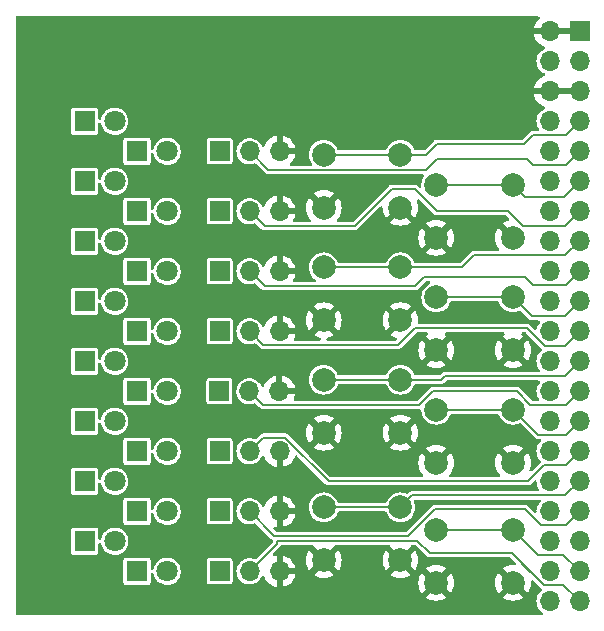
<source format=gbl>
G04 #@! TF.GenerationSoftware,KiCad,Pcbnew,(6.0.1)*
G04 #@! TF.CreationDate,2022-08-31T10:29:55-04:00*
G04 #@! TF.ProjectId,ITX-SWLEDs,4954582d-5357-44c4-9544-732e6b696361,1*
G04 #@! TF.SameCoordinates,Original*
G04 #@! TF.FileFunction,Copper,L2,Bot*
G04 #@! TF.FilePolarity,Positive*
%FSLAX46Y46*%
G04 Gerber Fmt 4.6, Leading zero omitted, Abs format (unit mm)*
G04 Created by KiCad (PCBNEW (6.0.1)) date 2022-08-31 10:29:55*
%MOMM*%
%LPD*%
G01*
G04 APERTURE LIST*
G04 #@! TA.AperFunction,ComponentPad*
%ADD10R,1.700000X1.700000*%
G04 #@! TD*
G04 #@! TA.AperFunction,ComponentPad*
%ADD11O,1.700000X1.700000*%
G04 #@! TD*
G04 #@! TA.AperFunction,ComponentPad*
%ADD12C,2.000000*%
G04 #@! TD*
G04 #@! TA.AperFunction,ComponentPad*
%ADD13R,1.800000X1.800000*%
G04 #@! TD*
G04 #@! TA.AperFunction,ComponentPad*
%ADD14C,1.800000*%
G04 #@! TD*
G04 #@! TA.AperFunction,ViaPad*
%ADD15C,0.889000*%
G04 #@! TD*
G04 #@! TA.AperFunction,Conductor*
%ADD16C,0.203200*%
G04 #@! TD*
G04 #@! TA.AperFunction,Conductor*
%ADD17C,0.200000*%
G04 #@! TD*
G04 APERTURE END LIST*
D10*
X120635000Y-82804000D03*
D11*
X123175000Y-82804000D03*
X125715000Y-82804000D03*
D12*
X138990000Y-84364000D03*
X145490000Y-84364000D03*
X138990000Y-88864000D03*
X145490000Y-88864000D03*
X135965000Y-72299000D03*
X129465000Y-72299000D03*
X129465000Y-76799000D03*
X135965000Y-76799000D03*
D10*
X120650000Y-72644000D03*
D11*
X123190000Y-72644000D03*
X125730000Y-72644000D03*
D13*
X109215000Y-70104000D03*
D14*
X111755000Y-70104000D03*
D13*
X113660000Y-67564000D03*
D14*
X116200000Y-67564000D03*
D13*
X109215000Y-59944000D03*
D14*
X111755000Y-59944000D03*
D10*
X120650000Y-98044000D03*
D11*
X123190000Y-98044000D03*
X125730000Y-98044000D03*
D10*
X151130000Y-52324000D03*
D11*
X148590000Y-52324000D03*
X151130000Y-54864000D03*
X148590000Y-54864000D03*
X151130000Y-57404000D03*
X148590000Y-57404000D03*
X151130000Y-59944000D03*
X148590000Y-59944000D03*
X151130000Y-62484000D03*
X148590000Y-62484000D03*
X151130000Y-65024000D03*
X148590000Y-65024000D03*
X151130000Y-67564000D03*
X148590000Y-67564000D03*
X151130000Y-70104000D03*
X148590000Y-70104000D03*
X151130000Y-72644000D03*
X148590000Y-72644000D03*
X151130000Y-75184000D03*
X148590000Y-75184000D03*
X151130000Y-77724000D03*
X148590000Y-77724000D03*
X151130000Y-80264000D03*
X148590000Y-80264000D03*
X151130000Y-82804000D03*
X148590000Y-82804000D03*
X151130000Y-85344000D03*
X148590000Y-85344000D03*
X151130000Y-87884000D03*
X148590000Y-87884000D03*
X151130000Y-90424000D03*
X148590000Y-90424000D03*
X151130000Y-92964000D03*
X148590000Y-92964000D03*
X151130000Y-95504000D03*
X148590000Y-95504000D03*
X151130000Y-98044000D03*
X148590000Y-98044000D03*
X151130000Y-100584000D03*
X148590000Y-100584000D03*
D13*
X113660000Y-62484000D03*
D14*
X116200000Y-62484000D03*
D10*
X120650000Y-67564000D03*
D11*
X123190000Y-67564000D03*
X125730000Y-67564000D03*
D10*
X120650000Y-92964000D03*
D11*
X123190000Y-92964000D03*
X125730000Y-92964000D03*
D12*
X135965000Y-62774000D03*
X129465000Y-62774000D03*
X129465000Y-67274000D03*
X135965000Y-67274000D03*
D13*
X113660000Y-98044000D03*
D14*
X116200000Y-98044000D03*
D12*
X135965000Y-92619000D03*
X129465000Y-92619000D03*
X129465000Y-97119000D03*
X135965000Y-97119000D03*
X145490000Y-65314000D03*
X138990000Y-65314000D03*
X145490000Y-69814000D03*
X138990000Y-69814000D03*
D13*
X113660000Y-82804000D03*
D14*
X116200000Y-82804000D03*
D13*
X109215000Y-80264000D03*
D14*
X111755000Y-80264000D03*
D10*
X120650000Y-77724000D03*
D11*
X123190000Y-77724000D03*
X125730000Y-77724000D03*
D13*
X113660000Y-77724000D03*
D14*
X116200000Y-77724000D03*
D13*
X109215000Y-75184000D03*
D14*
X111755000Y-75184000D03*
D13*
X113660000Y-87884000D03*
D14*
X116200000Y-87884000D03*
D10*
X120650000Y-62484000D03*
D11*
X123190000Y-62484000D03*
X125730000Y-62484000D03*
D13*
X109215000Y-65024000D03*
D14*
X111755000Y-65024000D03*
D10*
X120650000Y-87884000D03*
D11*
X123190000Y-87884000D03*
X125730000Y-87884000D03*
D12*
X138990000Y-94524000D03*
X145490000Y-94524000D03*
X145490000Y-99024000D03*
X138990000Y-99024000D03*
D13*
X109230000Y-95504000D03*
D14*
X111770000Y-95504000D03*
D12*
X135965000Y-81824000D03*
X129465000Y-81824000D03*
X135965000Y-86324000D03*
X129465000Y-86324000D03*
D13*
X109215000Y-85344000D03*
D14*
X111755000Y-85344000D03*
D13*
X113660000Y-92964000D03*
D14*
X116200000Y-92964000D03*
D13*
X113660000Y-72644000D03*
D14*
X116200000Y-72644000D03*
D12*
X145490000Y-74839000D03*
X138990000Y-74839000D03*
X145490000Y-79339000D03*
X138990000Y-79339000D03*
D13*
X109215000Y-90424000D03*
D14*
X111755000Y-90424000D03*
D15*
X104394000Y-99949000D03*
D16*
X139065000Y-61849000D02*
X146453622Y-61849000D01*
X146453622Y-61849000D02*
X147204311Y-61098311D01*
X149975689Y-61098311D02*
X151130000Y-59944000D01*
X147204311Y-61098311D02*
X149975689Y-61098311D01*
X129465000Y-62774000D02*
X135965000Y-62774000D01*
X135965000Y-62774000D02*
X138140000Y-62774000D01*
X138140000Y-62774000D02*
X139065000Y-61849000D01*
X147204311Y-63638311D02*
X146685000Y-63119000D01*
X151130000Y-62484000D02*
X149975689Y-63638311D01*
X138105689Y-64078311D02*
X124784311Y-64078311D01*
X139065000Y-63119000D02*
X138105689Y-64078311D01*
X124784311Y-64078311D02*
X123190000Y-62484000D01*
X149975689Y-63638311D02*
X147204311Y-63638311D01*
X146685000Y-63119000D02*
X139065000Y-63119000D01*
X146490000Y-66314000D02*
X149840000Y-66314000D01*
X149840000Y-66314000D02*
X151130000Y-65024000D01*
X145490000Y-65314000D02*
X146490000Y-66314000D01*
X138990000Y-65314000D02*
X145490000Y-65314000D01*
X132080000Y-68834000D02*
X135255000Y-65659000D01*
X137160000Y-65659000D02*
X139065000Y-67564000D01*
X149860000Y-68834000D02*
X151130000Y-67564000D01*
X135255000Y-65659000D02*
X137160000Y-65659000D01*
X145084575Y-67564000D02*
X146354575Y-68834000D01*
X123190000Y-67564000D02*
X124460000Y-68834000D01*
X146354575Y-68834000D02*
X149860000Y-68834000D01*
X124460000Y-68834000D02*
X132080000Y-68834000D01*
X139065000Y-67564000D02*
X145084575Y-67564000D01*
X129465000Y-72299000D02*
X135965000Y-72299000D01*
X141165000Y-72299000D02*
X142165000Y-71299000D01*
X142165000Y-71299000D02*
X149935000Y-71299000D01*
X149935000Y-71299000D02*
X151130000Y-70104000D01*
X135965000Y-72299000D02*
X141165000Y-72299000D01*
X149975689Y-73798311D02*
X147204311Y-73798311D01*
X124460000Y-73914000D02*
X137160000Y-73914000D01*
X137160000Y-73914000D02*
X137951868Y-73122132D01*
X137951868Y-73122132D02*
X146528132Y-73122132D01*
X123190000Y-72644000D02*
X124460000Y-73914000D01*
X147204311Y-73798311D02*
X146528132Y-73122132D01*
X149975689Y-73798311D02*
X151130000Y-72644000D01*
X151130000Y-75184000D02*
X149860000Y-76454000D01*
X149860000Y-76454000D02*
X147105000Y-76454000D01*
X138990000Y-74839000D02*
X145490000Y-74839000D01*
X147105000Y-76454000D02*
X145490000Y-74839000D01*
X135730264Y-78878311D02*
X124344311Y-78878311D01*
X137157132Y-77451443D02*
X135730264Y-78878311D01*
X151130000Y-77724000D02*
X149860000Y-78994000D01*
X149860000Y-78994000D02*
X148227557Y-78994000D01*
X148227557Y-78994000D02*
X146685000Y-77451443D01*
X146685000Y-77451443D02*
X137157132Y-77451443D01*
X124344311Y-78878311D02*
X123190000Y-77724000D01*
X149860000Y-81534000D02*
X139700000Y-81534000D01*
X139410000Y-81824000D02*
X139700000Y-81534000D01*
X151130000Y-80264000D02*
X149860000Y-81534000D01*
X135965000Y-81824000D02*
X139410000Y-81824000D01*
X129465000Y-81824000D02*
X135965000Y-81824000D01*
X138705426Y-82804000D02*
X137551114Y-83958311D01*
X149975689Y-83958311D02*
X146972933Y-83958311D01*
X124329311Y-83958311D02*
X123175000Y-82804000D01*
X137551114Y-83958311D02*
X124329311Y-83958311D01*
X146972933Y-83958311D02*
X145818622Y-82804000D01*
X151130000Y-82804000D02*
X149975689Y-83958311D01*
X145818622Y-82804000D02*
X138705426Y-82804000D01*
X138990000Y-84364000D02*
X145490000Y-84364000D01*
X147624311Y-86498311D02*
X149975689Y-86498311D01*
X149975689Y-86498311D02*
X151130000Y-85344000D01*
X145490000Y-84364000D02*
X147624311Y-86498311D01*
X148111868Y-89038311D02*
X149975689Y-89038311D01*
X124344311Y-86729689D02*
X126208132Y-86729689D01*
X126208132Y-86729689D02*
X129902443Y-90424000D01*
X149975689Y-89038311D02*
X151130000Y-87884000D01*
X129902443Y-90424000D02*
X146726179Y-90424000D01*
X146726179Y-90424000D02*
X148111868Y-89038311D01*
X123190000Y-87884000D02*
X124344311Y-86729689D01*
X129465000Y-92619000D02*
X135965000Y-92619000D01*
X149935000Y-91619000D02*
X151130000Y-90424000D01*
X136965000Y-91619000D02*
X149935000Y-91619000D01*
X135965000Y-92619000D02*
X136965000Y-91619000D01*
D17*
X136608085Y-95063602D02*
X138886343Y-92785343D01*
X125289602Y-95063602D02*
X136608085Y-95063602D01*
X151130000Y-92964000D02*
X149977289Y-94116711D01*
X123190000Y-92964000D02*
X125289602Y-95063602D01*
X147837711Y-94116711D02*
X146506343Y-92785343D01*
X146506343Y-92785343D02*
X138886343Y-92785343D01*
X149977289Y-94116711D02*
X147837711Y-94116711D01*
D16*
X151130000Y-98044000D02*
X149744311Y-96658311D01*
X149744311Y-96658311D02*
X147624311Y-96658311D01*
D17*
X138990000Y-94524000D02*
X145490000Y-94524000D01*
D16*
X147624311Y-96658311D02*
X145490000Y-94524000D01*
X135037079Y-95467921D02*
X125512079Y-95467921D01*
X145415000Y-96520000D02*
X146794311Y-97899311D01*
X149744311Y-99198311D02*
X148093311Y-99198311D01*
X148093311Y-99198311D02*
X145415000Y-96520000D01*
X151130000Y-100584000D02*
X149744311Y-99198311D01*
X147320000Y-98425000D02*
X148093311Y-99198311D01*
X145415000Y-96520000D02*
X138430000Y-96520000D01*
X146794311Y-97899311D02*
X147320000Y-98425000D01*
X125512079Y-95721921D02*
X123190000Y-98044000D01*
X125512079Y-95467921D02*
X125512079Y-95721921D01*
X137377921Y-95467921D02*
X135037079Y-95467921D01*
X136440610Y-95467921D02*
X135037079Y-95467921D01*
X148093311Y-99198311D02*
X148590000Y-99198311D01*
X138430000Y-96520000D02*
X137377921Y-95467921D01*
X136440610Y-95467921D02*
X135890000Y-95467921D01*
G04 #@! TA.AperFunction,Conductor*
G36*
X147710064Y-51074002D02*
G01*
X147756557Y-51127658D01*
X147766661Y-51197932D01*
X147737167Y-51262512D01*
X147717596Y-51280760D01*
X147689433Y-51301905D01*
X147681726Y-51308748D01*
X147534590Y-51462717D01*
X147528104Y-51470727D01*
X147408098Y-51646649D01*
X147403000Y-51655623D01*
X147313338Y-51848783D01*
X147309775Y-51858470D01*
X147254389Y-52058183D01*
X147255912Y-52066607D01*
X147268292Y-52070000D01*
X151258000Y-52070000D01*
X151326121Y-52090002D01*
X151372614Y-52143658D01*
X151384000Y-52196000D01*
X151384000Y-52452000D01*
X151363998Y-52520121D01*
X151310342Y-52566614D01*
X151258000Y-52578000D01*
X147273225Y-52578000D01*
X147259694Y-52581973D01*
X147258257Y-52591966D01*
X147288565Y-52726446D01*
X147291645Y-52736275D01*
X147371770Y-52933603D01*
X147376413Y-52942794D01*
X147487694Y-53124388D01*
X147493777Y-53132699D01*
X147633213Y-53293667D01*
X147640580Y-53300883D01*
X147804434Y-53436916D01*
X147812881Y-53442831D01*
X147996756Y-53550279D01*
X148006042Y-53554729D01*
X148155124Y-53611657D01*
X148211627Y-53654644D01*
X148235920Y-53721355D01*
X148220290Y-53790610D01*
X148169699Y-53840421D01*
X148153785Y-53847579D01*
X148112463Y-53862824D01*
X147938010Y-53966612D01*
X147933670Y-53970418D01*
X147933666Y-53970421D01*
X147913723Y-53987911D01*
X147785392Y-54100455D01*
X147659720Y-54259869D01*
X147657031Y-54264980D01*
X147657029Y-54264983D01*
X147644073Y-54289609D01*
X147565203Y-54439515D01*
X147505007Y-54633378D01*
X147481148Y-54834964D01*
X147494424Y-55037522D01*
X147495845Y-55043118D01*
X147495846Y-55043123D01*
X147516119Y-55122945D01*
X147544392Y-55234269D01*
X147546809Y-55239512D01*
X147584010Y-55320208D01*
X147629377Y-55418616D01*
X147746533Y-55584389D01*
X147891938Y-55726035D01*
X148060720Y-55838812D01*
X148066023Y-55841090D01*
X148066026Y-55841092D01*
X148162954Y-55882735D01*
X148217647Y-55928003D01*
X148239184Y-55995654D01*
X148220727Y-56064210D01*
X148168136Y-56111904D01*
X148152361Y-56118268D01*
X148066868Y-56146212D01*
X148057359Y-56150209D01*
X147868463Y-56248542D01*
X147859738Y-56254036D01*
X147689433Y-56381905D01*
X147681726Y-56388748D01*
X147534590Y-56542717D01*
X147528104Y-56550727D01*
X147408098Y-56726649D01*
X147403000Y-56735623D01*
X147313338Y-56928783D01*
X147309775Y-56938470D01*
X147254389Y-57138183D01*
X147255912Y-57146607D01*
X147268292Y-57150000D01*
X151258000Y-57150000D01*
X151326121Y-57170002D01*
X151372614Y-57223658D01*
X151384000Y-57276000D01*
X151384000Y-57532000D01*
X151363998Y-57600121D01*
X151310342Y-57646614D01*
X151258000Y-57658000D01*
X147273225Y-57658000D01*
X147259694Y-57661973D01*
X147258257Y-57671966D01*
X147288565Y-57806446D01*
X147291645Y-57816275D01*
X147371770Y-58013603D01*
X147376413Y-58022794D01*
X147487694Y-58204388D01*
X147493777Y-58212699D01*
X147633213Y-58373667D01*
X147640580Y-58380883D01*
X147804434Y-58516916D01*
X147812881Y-58522831D01*
X147996756Y-58630279D01*
X148006042Y-58634729D01*
X148155124Y-58691657D01*
X148211627Y-58734644D01*
X148235920Y-58801355D01*
X148220290Y-58870610D01*
X148169699Y-58920421D01*
X148153785Y-58927579D01*
X148112463Y-58942824D01*
X147938010Y-59046612D01*
X147933670Y-59050418D01*
X147933666Y-59050421D01*
X147819633Y-59150426D01*
X147785392Y-59180455D01*
X147659720Y-59339869D01*
X147657031Y-59344980D01*
X147657029Y-59344983D01*
X147644073Y-59369609D01*
X147565203Y-59519515D01*
X147505007Y-59713378D01*
X147481148Y-59914964D01*
X147494424Y-60117522D01*
X147495845Y-60123118D01*
X147495846Y-60123123D01*
X147516119Y-60202945D01*
X147544392Y-60314269D01*
X147546807Y-60319507D01*
X147546809Y-60319512D01*
X147584007Y-60400200D01*
X147629377Y-60498616D01*
X147632707Y-60503328D01*
X147632710Y-60503333D01*
X147661091Y-60543491D01*
X147684072Y-60610666D01*
X147667087Y-60679601D01*
X147615530Y-60728410D01*
X147558194Y-60742211D01*
X147255743Y-60742211D01*
X147235682Y-60740076D01*
X147231498Y-60739879D01*
X147221318Y-60737687D01*
X147190471Y-60741338D01*
X147185096Y-60741655D01*
X147185107Y-60741783D01*
X147179929Y-60742211D01*
X147174727Y-60742211D01*
X147163392Y-60744098D01*
X147157068Y-60745150D01*
X147151196Y-60745985D01*
X147113937Y-60750395D01*
X147113930Y-60750397D01*
X147103589Y-60751621D01*
X147095843Y-60755341D01*
X147087369Y-60756751D01*
X147048763Y-60777581D01*
X147045202Y-60779503D01*
X147039915Y-60782196D01*
X147003869Y-60799506D01*
X147003866Y-60799508D01*
X146996721Y-60802939D01*
X146992711Y-60806310D01*
X146990773Y-60808248D01*
X146989122Y-60809763D01*
X146988712Y-60809984D01*
X146988674Y-60809942D01*
X146988491Y-60810103D01*
X146983037Y-60813046D01*
X146975969Y-60820693D01*
X146975968Y-60820693D01*
X146948792Y-60850092D01*
X146945362Y-60853659D01*
X146343024Y-61455996D01*
X146280712Y-61490021D01*
X146253929Y-61492900D01*
X139116432Y-61492900D01*
X139096371Y-61490765D01*
X139092187Y-61490568D01*
X139082007Y-61488376D01*
X139051160Y-61492027D01*
X139045785Y-61492344D01*
X139045796Y-61492472D01*
X139040618Y-61492900D01*
X139035416Y-61492900D01*
X139024081Y-61494787D01*
X139017757Y-61495839D01*
X139011885Y-61496674D01*
X138974626Y-61501084D01*
X138974619Y-61501086D01*
X138964278Y-61502310D01*
X138956532Y-61506030D01*
X138948058Y-61507440D01*
X138916663Y-61524380D01*
X138905891Y-61530192D01*
X138900604Y-61532885D01*
X138864558Y-61550195D01*
X138864555Y-61550197D01*
X138857410Y-61553628D01*
X138853400Y-61556999D01*
X138851466Y-61558933D01*
X138849811Y-61560452D01*
X138849401Y-61560673D01*
X138849363Y-61560631D01*
X138849180Y-61560792D01*
X138843726Y-61563735D01*
X138836658Y-61571382D01*
X138836657Y-61571382D01*
X138809481Y-61600781D01*
X138806051Y-61604348D01*
X138029402Y-62380996D01*
X137967090Y-62415021D01*
X137940307Y-62417900D01*
X137263216Y-62417900D01*
X137195095Y-62397898D01*
X137148602Y-62344242D01*
X137148597Y-62344229D01*
X137148347Y-62343297D01*
X137106651Y-62253879D01*
X137057905Y-62149341D01*
X137057902Y-62149336D01*
X137055579Y-62144354D01*
X137052422Y-62139845D01*
X136932833Y-61969054D01*
X136932831Y-61969051D01*
X136929674Y-61964543D01*
X136774457Y-61809326D01*
X136769949Y-61806169D01*
X136769946Y-61806167D01*
X136599155Y-61686578D01*
X136599153Y-61686577D01*
X136594646Y-61683421D01*
X136589664Y-61681098D01*
X136589659Y-61681095D01*
X136488884Y-61634104D01*
X136395703Y-61590653D01*
X136183674Y-61533839D01*
X135965000Y-61514708D01*
X135746326Y-61533839D01*
X135534297Y-61590653D01*
X135441116Y-61634104D01*
X135340341Y-61681095D01*
X135340336Y-61681098D01*
X135335354Y-61683421D01*
X135330847Y-61686577D01*
X135330845Y-61686578D01*
X135160054Y-61806167D01*
X135160051Y-61806169D01*
X135155543Y-61809326D01*
X135000326Y-61964543D01*
X134997169Y-61969051D01*
X134997167Y-61969054D01*
X134877578Y-62139845D01*
X134874421Y-62144354D01*
X134872098Y-62149336D01*
X134872095Y-62149341D01*
X134781653Y-62343297D01*
X134779727Y-62342399D01*
X134743112Y-62392150D01*
X134676796Y-62417502D01*
X134666784Y-62417900D01*
X130763216Y-62417900D01*
X130695095Y-62397898D01*
X130648602Y-62344242D01*
X130648597Y-62344229D01*
X130648347Y-62343297D01*
X130606651Y-62253879D01*
X130557905Y-62149341D01*
X130557902Y-62149336D01*
X130555579Y-62144354D01*
X130552422Y-62139845D01*
X130432833Y-61969054D01*
X130432831Y-61969051D01*
X130429674Y-61964543D01*
X130274457Y-61809326D01*
X130269949Y-61806169D01*
X130269946Y-61806167D01*
X130099155Y-61686578D01*
X130099153Y-61686577D01*
X130094646Y-61683421D01*
X130089664Y-61681098D01*
X130089659Y-61681095D01*
X129988884Y-61634104D01*
X129895703Y-61590653D01*
X129683674Y-61533839D01*
X129465000Y-61514708D01*
X129246326Y-61533839D01*
X129034297Y-61590653D01*
X128941116Y-61634104D01*
X128840341Y-61681095D01*
X128840336Y-61681098D01*
X128835354Y-61683421D01*
X128830847Y-61686577D01*
X128830845Y-61686578D01*
X128660054Y-61806167D01*
X128660051Y-61806169D01*
X128655543Y-61809326D01*
X128500326Y-61964543D01*
X128497169Y-61969051D01*
X128497167Y-61969054D01*
X128377578Y-62139845D01*
X128374421Y-62144354D01*
X128372098Y-62149336D01*
X128372095Y-62149341D01*
X128335825Y-62227124D01*
X128281653Y-62343297D01*
X128224839Y-62555326D01*
X128205708Y-62774000D01*
X128224839Y-62992674D01*
X128281653Y-63204703D01*
X128308468Y-63262209D01*
X128372095Y-63398659D01*
X128372098Y-63398664D01*
X128374421Y-63403646D01*
X128448869Y-63509969D01*
X128458652Y-63523940D01*
X128481340Y-63591214D01*
X128464055Y-63660075D01*
X128412285Y-63708659D01*
X128355439Y-63722211D01*
X126716367Y-63722211D01*
X126648246Y-63702209D01*
X126601753Y-63648553D01*
X126591649Y-63578279D01*
X126621143Y-63513699D01*
X126627427Y-63506960D01*
X126764057Y-63370805D01*
X126770730Y-63362965D01*
X126895003Y-63190020D01*
X126900313Y-63181183D01*
X126994670Y-62990267D01*
X126998469Y-62980672D01*
X127060377Y-62776910D01*
X127062555Y-62766837D01*
X127063986Y-62755962D01*
X127061775Y-62741778D01*
X127048617Y-62738000D01*
X125602000Y-62738000D01*
X125533879Y-62717998D01*
X125487386Y-62664342D01*
X125476000Y-62612000D01*
X125476000Y-62211885D01*
X125984000Y-62211885D01*
X125988475Y-62227124D01*
X125989865Y-62228329D01*
X125997548Y-62230000D01*
X127048344Y-62230000D01*
X127061875Y-62226027D01*
X127063180Y-62216947D01*
X127021214Y-62049875D01*
X127017894Y-62040124D01*
X126932972Y-61844814D01*
X126928105Y-61835739D01*
X126812426Y-61656926D01*
X126806136Y-61648757D01*
X126662806Y-61491240D01*
X126655273Y-61484215D01*
X126488139Y-61352222D01*
X126479552Y-61346517D01*
X126293117Y-61243599D01*
X126283705Y-61239369D01*
X126082959Y-61168280D01*
X126072988Y-61165646D01*
X126001837Y-61152972D01*
X125988540Y-61154432D01*
X125984000Y-61168989D01*
X125984000Y-62211885D01*
X125476000Y-62211885D01*
X125476000Y-61167102D01*
X125472082Y-61153758D01*
X125457806Y-61151771D01*
X125419324Y-61157660D01*
X125409288Y-61160051D01*
X125206868Y-61226212D01*
X125197359Y-61230209D01*
X125008463Y-61328542D01*
X124999738Y-61334036D01*
X124829433Y-61461905D01*
X124821726Y-61468748D01*
X124674590Y-61622717D01*
X124668104Y-61630727D01*
X124548098Y-61806649D01*
X124543000Y-61815623D01*
X124453338Y-62008783D01*
X124449777Y-62018464D01*
X124445291Y-62034640D01*
X124407813Y-62094939D01*
X124343684Y-62125403D01*
X124273266Y-62116360D01*
X124218915Y-62070682D01*
X124210867Y-62056698D01*
X124138331Y-61909609D01*
X124135776Y-61904428D01*
X124014320Y-61741779D01*
X123865258Y-61603987D01*
X123860375Y-61600906D01*
X123860371Y-61600903D01*
X123706057Y-61503539D01*
X123693581Y-61495667D01*
X123505039Y-61420446D01*
X123499379Y-61419320D01*
X123499375Y-61419319D01*
X123311613Y-61381971D01*
X123311610Y-61381971D01*
X123305946Y-61380844D01*
X123300171Y-61380768D01*
X123300167Y-61380768D01*
X123198793Y-61379441D01*
X123102971Y-61378187D01*
X123097274Y-61379166D01*
X123097273Y-61379166D01*
X122908607Y-61411585D01*
X122902910Y-61412564D01*
X122712463Y-61482824D01*
X122538010Y-61586612D01*
X122533670Y-61590418D01*
X122533666Y-61590421D01*
X122424021Y-61686578D01*
X122385392Y-61720455D01*
X122259720Y-61879869D01*
X122257031Y-61884980D01*
X122257029Y-61884983D01*
X122212797Y-61969054D01*
X122165203Y-62059515D01*
X122105007Y-62253378D01*
X122081148Y-62454964D01*
X122094424Y-62657522D01*
X122095845Y-62663118D01*
X122095846Y-62663123D01*
X122141694Y-62843644D01*
X122144392Y-62854269D01*
X122146807Y-62859507D01*
X122146809Y-62859512D01*
X122184007Y-62940200D01*
X122229377Y-63038616D01*
X122232710Y-63043332D01*
X122308566Y-63150666D01*
X122346533Y-63204389D01*
X122350675Y-63208424D01*
X122375169Y-63232285D01*
X122491938Y-63346035D01*
X122660720Y-63458812D01*
X122666023Y-63461090D01*
X122666026Y-63461092D01*
X122841921Y-63536662D01*
X122847228Y-63538942D01*
X122920244Y-63555464D01*
X123039579Y-63582467D01*
X123039584Y-63582468D01*
X123045216Y-63583742D01*
X123050987Y-63583969D01*
X123050989Y-63583969D01*
X123110756Y-63586317D01*
X123248053Y-63591712D01*
X123355348Y-63576155D01*
X123443231Y-63563413D01*
X123443236Y-63563412D01*
X123448945Y-63562584D01*
X123454409Y-63560729D01*
X123454414Y-63560728D01*
X123610697Y-63507677D01*
X123681632Y-63504721D01*
X123740294Y-63537895D01*
X124118327Y-63915929D01*
X124496146Y-64293748D01*
X124508809Y-64309428D01*
X124511637Y-64312536D01*
X124517286Y-64321285D01*
X124525464Y-64327732D01*
X124541678Y-64340514D01*
X124545708Y-64344095D01*
X124545791Y-64343997D01*
X124549748Y-64347350D01*
X124553429Y-64351031D01*
X124557661Y-64354055D01*
X124557663Y-64354057D01*
X124568022Y-64361460D01*
X124572767Y-64365023D01*
X124602206Y-64388231D01*
X124602208Y-64388232D01*
X124610386Y-64394679D01*
X124618491Y-64397525D01*
X124625482Y-64402521D01*
X124660773Y-64413075D01*
X124671382Y-64416248D01*
X124677026Y-64418082D01*
X124714758Y-64431332D01*
X124714761Y-64431333D01*
X124722240Y-64433959D01*
X124727459Y-64434411D01*
X124730170Y-64434411D01*
X124732446Y-64434509D01*
X124732896Y-64434644D01*
X124732894Y-64434698D01*
X124733125Y-64434713D01*
X124739062Y-64436488D01*
X124789460Y-64434508D01*
X124794406Y-64434411D01*
X137832389Y-64434411D01*
X137900510Y-64454413D01*
X137947003Y-64508069D01*
X137957107Y-64578343D01*
X137935602Y-64632681D01*
X137902581Y-64679840D01*
X137902578Y-64679845D01*
X137899421Y-64684354D01*
X137897098Y-64689336D01*
X137897095Y-64689341D01*
X137859314Y-64770364D01*
X137806653Y-64883297D01*
X137749839Y-65095326D01*
X137730708Y-65314000D01*
X137731187Y-65319475D01*
X137740047Y-65420753D01*
X137726057Y-65490358D01*
X137676658Y-65541350D01*
X137607532Y-65557540D01*
X137540626Y-65533787D01*
X137525431Y-65520829D01*
X137448167Y-65443565D01*
X137435495Y-65427875D01*
X137432673Y-65424774D01*
X137427025Y-65416026D01*
X137402633Y-65396797D01*
X137398603Y-65393216D01*
X137398520Y-65393314D01*
X137394563Y-65389961D01*
X137390882Y-65386280D01*
X137386648Y-65383254D01*
X137376289Y-65375851D01*
X137371544Y-65372288D01*
X137342105Y-65349080D01*
X137342103Y-65349079D01*
X137333925Y-65342632D01*
X137325820Y-65339786D01*
X137318829Y-65334790D01*
X137272938Y-65321066D01*
X137267293Y-65319232D01*
X137229553Y-65305979D01*
X137229550Y-65305978D01*
X137222071Y-65303352D01*
X137216852Y-65302900D01*
X137214141Y-65302900D01*
X137211864Y-65302802D01*
X137211415Y-65302667D01*
X137211417Y-65302613D01*
X137211184Y-65302598D01*
X137205248Y-65300823D01*
X137155385Y-65302782D01*
X137154850Y-65302803D01*
X137149904Y-65302900D01*
X135306428Y-65302900D01*
X135286379Y-65300766D01*
X135282189Y-65300568D01*
X135272007Y-65298376D01*
X135261666Y-65299600D01*
X135241162Y-65302027D01*
X135235785Y-65302344D01*
X135235796Y-65302472D01*
X135230620Y-65302900D01*
X135225416Y-65302900D01*
X135214048Y-65304792D01*
X135207750Y-65305840D01*
X135201875Y-65306676D01*
X135164624Y-65311085D01*
X135164616Y-65311087D01*
X135154278Y-65312311D01*
X135146535Y-65316029D01*
X135138058Y-65317440D01*
X135095855Y-65340212D01*
X135090610Y-65342884D01*
X135047410Y-65363628D01*
X135043400Y-65366999D01*
X135041462Y-65368937D01*
X135039810Y-65370452D01*
X135039401Y-65370673D01*
X135039363Y-65370631D01*
X135039180Y-65370792D01*
X135033726Y-65373735D01*
X135026658Y-65381382D01*
X135026657Y-65381382D01*
X134999469Y-65410794D01*
X134996039Y-65414360D01*
X131969403Y-68440995D01*
X131907091Y-68475021D01*
X131880308Y-68477900D01*
X130693239Y-68477900D01*
X130625118Y-68457898D01*
X130578625Y-68404242D01*
X130568521Y-68333968D01*
X130597428Y-68270070D01*
X130685552Y-68166890D01*
X130691357Y-68158899D01*
X130810205Y-67964958D01*
X130814687Y-67956163D01*
X130901734Y-67746012D01*
X130904783Y-67736627D01*
X130957885Y-67515446D01*
X130959428Y-67505699D01*
X130977275Y-67278930D01*
X130977275Y-67269067D01*
X130959428Y-67042301D01*
X130957885Y-67032554D01*
X130904783Y-66811373D01*
X130901734Y-66801988D01*
X130814687Y-66591837D01*
X130810205Y-66583042D01*
X130707568Y-66415555D01*
X130697110Y-66406093D01*
X130688334Y-66409876D01*
X129554095Y-67544115D01*
X129491783Y-67578141D01*
X129420968Y-67573076D01*
X129375905Y-67544115D01*
X128244710Y-66412920D01*
X128232330Y-66406160D01*
X128224680Y-66411887D01*
X128119795Y-66583042D01*
X128115313Y-66591837D01*
X128028266Y-66801988D01*
X128025217Y-66811373D01*
X127972115Y-67032554D01*
X127970572Y-67042301D01*
X127952725Y-67269067D01*
X127952725Y-67278930D01*
X127970572Y-67505699D01*
X127972115Y-67515446D01*
X128025217Y-67736627D01*
X128028266Y-67746012D01*
X128115313Y-67956163D01*
X128119795Y-67964958D01*
X128238643Y-68158899D01*
X128244448Y-68166890D01*
X128332572Y-68270070D01*
X128361603Y-68334859D01*
X128350998Y-68405059D01*
X128304123Y-68458382D01*
X128236761Y-68477900D01*
X126991322Y-68477900D01*
X126923201Y-68457898D01*
X126876708Y-68404242D01*
X126866604Y-68333968D01*
X126889001Y-68278372D01*
X126895006Y-68270015D01*
X126900313Y-68261183D01*
X126994670Y-68070267D01*
X126998469Y-68060672D01*
X127060377Y-67856910D01*
X127062555Y-67846837D01*
X127063986Y-67835962D01*
X127061775Y-67821778D01*
X127048617Y-67818000D01*
X125602000Y-67818000D01*
X125533879Y-67797998D01*
X125487386Y-67744342D01*
X125476000Y-67692000D01*
X125476000Y-67291885D01*
X125984000Y-67291885D01*
X125988475Y-67307124D01*
X125989865Y-67308329D01*
X125997548Y-67310000D01*
X127048344Y-67310000D01*
X127061875Y-67306027D01*
X127063180Y-67296947D01*
X127021214Y-67129875D01*
X127017894Y-67120124D01*
X126932972Y-66924814D01*
X126928105Y-66915739D01*
X126812426Y-66736926D01*
X126806136Y-66728757D01*
X126662806Y-66571240D01*
X126655273Y-66564215D01*
X126488139Y-66432222D01*
X126479552Y-66426517D01*
X126293117Y-66323599D01*
X126283705Y-66319369D01*
X126082959Y-66248280D01*
X126072988Y-66245646D01*
X126001837Y-66232972D01*
X125988540Y-66234432D01*
X125984000Y-66248989D01*
X125984000Y-67291885D01*
X125476000Y-67291885D01*
X125476000Y-66247102D01*
X125472082Y-66233758D01*
X125457806Y-66231771D01*
X125419324Y-66237660D01*
X125409288Y-66240051D01*
X125206868Y-66306212D01*
X125197359Y-66310209D01*
X125008463Y-66408542D01*
X124999738Y-66414036D01*
X124829433Y-66541905D01*
X124821726Y-66548748D01*
X124674590Y-66702717D01*
X124668104Y-66710727D01*
X124548098Y-66886649D01*
X124543000Y-66895623D01*
X124453338Y-67088783D01*
X124449777Y-67098464D01*
X124445291Y-67114640D01*
X124407813Y-67174939D01*
X124343684Y-67205403D01*
X124273266Y-67196360D01*
X124218915Y-67150682D01*
X124210867Y-67136698D01*
X124138331Y-66989609D01*
X124135776Y-66984428D01*
X124014320Y-66821779D01*
X123865258Y-66683987D01*
X123860375Y-66680906D01*
X123860371Y-66680903D01*
X123698464Y-66578748D01*
X123693581Y-66575667D01*
X123505039Y-66500446D01*
X123499379Y-66499320D01*
X123499375Y-66499319D01*
X123311613Y-66461971D01*
X123311610Y-66461971D01*
X123305946Y-66460844D01*
X123300171Y-66460768D01*
X123300167Y-66460768D01*
X123198793Y-66459441D01*
X123102971Y-66458187D01*
X123097274Y-66459166D01*
X123097273Y-66459166D01*
X122908607Y-66491585D01*
X122902910Y-66492564D01*
X122712463Y-66562824D01*
X122538010Y-66666612D01*
X122533670Y-66670418D01*
X122533666Y-66670421D01*
X122419633Y-66770426D01*
X122385392Y-66800455D01*
X122259720Y-66959869D01*
X122257031Y-66964980D01*
X122257029Y-66964983D01*
X122244073Y-66989609D01*
X122165203Y-67139515D01*
X122105007Y-67333378D01*
X122081148Y-67534964D01*
X122094424Y-67737522D01*
X122095845Y-67743118D01*
X122095846Y-67743123D01*
X122140679Y-67919648D01*
X122144392Y-67934269D01*
X122146807Y-67939507D01*
X122146809Y-67939512D01*
X122184010Y-68020208D01*
X122229377Y-68118616D01*
X122232710Y-68123332D01*
X122342852Y-68279180D01*
X122346533Y-68284389D01*
X122491938Y-68426035D01*
X122496742Y-68429245D01*
X122544314Y-68461032D01*
X122660720Y-68538812D01*
X122666023Y-68541090D01*
X122666026Y-68541092D01*
X122841921Y-68616662D01*
X122847228Y-68618942D01*
X122920244Y-68635464D01*
X123039579Y-68662467D01*
X123039584Y-68662468D01*
X123045216Y-68663742D01*
X123050987Y-68663969D01*
X123050989Y-68663969D01*
X123110756Y-68666317D01*
X123248053Y-68671712D01*
X123355348Y-68656155D01*
X123443231Y-68643413D01*
X123443236Y-68643412D01*
X123448945Y-68642584D01*
X123454409Y-68640729D01*
X123454414Y-68640728D01*
X123610697Y-68587677D01*
X123681632Y-68584721D01*
X123740294Y-68617895D01*
X124171835Y-69049437D01*
X124184498Y-69065117D01*
X124187326Y-69068225D01*
X124192975Y-69076974D01*
X124201153Y-69083421D01*
X124217367Y-69096203D01*
X124221397Y-69099784D01*
X124221480Y-69099686D01*
X124225437Y-69103039D01*
X124229118Y-69106720D01*
X124233350Y-69109744D01*
X124233352Y-69109746D01*
X124243711Y-69117149D01*
X124248456Y-69120712D01*
X124277895Y-69143920D01*
X124277897Y-69143921D01*
X124286075Y-69150368D01*
X124294180Y-69153214D01*
X124301171Y-69158210D01*
X124336462Y-69168764D01*
X124347071Y-69171937D01*
X124352715Y-69173771D01*
X124390447Y-69187021D01*
X124390450Y-69187022D01*
X124397929Y-69189648D01*
X124403148Y-69190100D01*
X124405859Y-69190100D01*
X124408135Y-69190198D01*
X124408585Y-69190333D01*
X124408583Y-69190387D01*
X124408814Y-69190402D01*
X124414751Y-69192177D01*
X124465149Y-69190197D01*
X124470095Y-69190100D01*
X132028572Y-69190100D01*
X132048621Y-69192234D01*
X132052811Y-69192432D01*
X132062993Y-69194624D01*
X132093840Y-69190973D01*
X132099215Y-69190656D01*
X132099204Y-69190528D01*
X132104382Y-69190100D01*
X132109584Y-69190100D01*
X132121787Y-69188069D01*
X132127243Y-69187161D01*
X132133115Y-69186326D01*
X132170374Y-69181916D01*
X132170381Y-69181914D01*
X132180722Y-69180690D01*
X132188468Y-69176970D01*
X132196942Y-69175560D01*
X132236184Y-69154386D01*
X132239109Y-69152808D01*
X132244396Y-69150115D01*
X132280442Y-69132805D01*
X132280445Y-69132803D01*
X132287590Y-69129372D01*
X132291600Y-69126001D01*
X132293538Y-69124063D01*
X132295189Y-69122548D01*
X132295599Y-69122327D01*
X132295637Y-69122369D01*
X132295820Y-69122208D01*
X132301274Y-69119265D01*
X132312871Y-69106720D01*
X132335531Y-69082206D01*
X132338961Y-69078640D01*
X132910931Y-68506670D01*
X135097160Y-68506670D01*
X135102887Y-68514320D01*
X135274042Y-68619205D01*
X135282837Y-68623687D01*
X135492988Y-68710734D01*
X135502373Y-68713783D01*
X135723554Y-68766885D01*
X135733301Y-68768428D01*
X135960070Y-68786275D01*
X135969930Y-68786275D01*
X136196699Y-68768428D01*
X136206446Y-68766885D01*
X136427627Y-68713783D01*
X136437012Y-68710734D01*
X136647163Y-68623687D01*
X136655958Y-68619205D01*
X136716850Y-68581890D01*
X138122093Y-68581890D01*
X138125876Y-68590666D01*
X138977188Y-69441978D01*
X138991132Y-69449592D01*
X138992965Y-69449461D01*
X138999580Y-69445210D01*
X139851080Y-68593710D01*
X139857840Y-68581330D01*
X139852113Y-68573680D01*
X139680958Y-68468795D01*
X139672163Y-68464313D01*
X139462012Y-68377266D01*
X139452627Y-68374217D01*
X139231446Y-68321115D01*
X139221699Y-68319572D01*
X138994930Y-68301725D01*
X138985070Y-68301725D01*
X138758301Y-68319572D01*
X138748554Y-68321115D01*
X138527373Y-68374217D01*
X138517988Y-68377266D01*
X138307837Y-68464313D01*
X138299042Y-68468795D01*
X138131555Y-68571432D01*
X138122093Y-68581890D01*
X136716850Y-68581890D01*
X136823445Y-68516568D01*
X136832907Y-68506110D01*
X136829124Y-68497334D01*
X135977812Y-67646022D01*
X135963868Y-67638408D01*
X135962035Y-67638539D01*
X135955420Y-67642790D01*
X135103920Y-68494290D01*
X135097160Y-68506670D01*
X132910931Y-68506670D01*
X134237630Y-67179972D01*
X134299942Y-67145946D01*
X134370758Y-67151011D01*
X134427593Y-67193558D01*
X134452404Y-67260078D01*
X134452725Y-67269067D01*
X134452725Y-67278930D01*
X134470572Y-67505699D01*
X134472115Y-67515446D01*
X134525217Y-67736627D01*
X134528266Y-67746012D01*
X134615313Y-67956163D01*
X134619795Y-67964958D01*
X134722432Y-68132445D01*
X134732890Y-68141907D01*
X134741666Y-68138124D01*
X135875905Y-67003885D01*
X135938217Y-66969859D01*
X136009032Y-66974924D01*
X136054095Y-67003885D01*
X137185290Y-68135080D01*
X137197670Y-68141840D01*
X137205320Y-68136113D01*
X137310205Y-67964958D01*
X137314687Y-67956163D01*
X137401734Y-67746012D01*
X137404783Y-67736627D01*
X137457885Y-67515446D01*
X137459428Y-67505699D01*
X137477275Y-67278930D01*
X137477275Y-67269067D01*
X137459428Y-67042301D01*
X137457885Y-67032554D01*
X137404783Y-66811373D01*
X137401734Y-66801988D01*
X137362959Y-66708378D01*
X137355370Y-66637789D01*
X137387149Y-66574302D01*
X137448207Y-66538074D01*
X137519158Y-66540608D01*
X137568463Y-66571065D01*
X138776833Y-67779435D01*
X138789505Y-67795125D01*
X138792327Y-67798226D01*
X138797975Y-67806974D01*
X138806153Y-67813421D01*
X138822367Y-67826203D01*
X138826397Y-67829784D01*
X138826480Y-67829686D01*
X138830437Y-67833039D01*
X138834118Y-67836720D01*
X138838350Y-67839744D01*
X138838352Y-67839746D01*
X138848711Y-67847149D01*
X138853456Y-67850712D01*
X138882895Y-67873920D01*
X138882897Y-67873921D01*
X138891075Y-67880368D01*
X138899180Y-67883214D01*
X138906171Y-67888210D01*
X138935112Y-67896865D01*
X138952062Y-67901934D01*
X138957707Y-67903768D01*
X138995447Y-67917021D01*
X138995450Y-67917022D01*
X139002929Y-67919648D01*
X139008148Y-67920100D01*
X139010859Y-67920100D01*
X139013136Y-67920198D01*
X139013585Y-67920333D01*
X139013583Y-67920387D01*
X139013816Y-67920402D01*
X139019752Y-67922177D01*
X139070150Y-67920197D01*
X139075096Y-67920100D01*
X144884884Y-67920100D01*
X144953005Y-67940102D01*
X144973979Y-67957005D01*
X145161664Y-68144690D01*
X145195690Y-68207002D01*
X145190625Y-68277817D01*
X145148078Y-68334653D01*
X145101984Y-68356303D01*
X145027382Y-68374214D01*
X145017988Y-68377266D01*
X144807837Y-68464313D01*
X144799042Y-68468795D01*
X144631555Y-68571432D01*
X144622093Y-68581890D01*
X144625876Y-68590666D01*
X145760115Y-69724905D01*
X145794141Y-69787217D01*
X145789076Y-69858032D01*
X145760115Y-69903095D01*
X145579095Y-70084115D01*
X145516783Y-70118141D01*
X145445968Y-70113076D01*
X145400905Y-70084115D01*
X144269710Y-68952920D01*
X144257330Y-68946160D01*
X144249680Y-68951887D01*
X144144795Y-69123042D01*
X144140313Y-69131837D01*
X144053266Y-69341988D01*
X144050217Y-69351373D01*
X143997115Y-69572554D01*
X143995572Y-69582301D01*
X143977725Y-69809070D01*
X143977725Y-69818930D01*
X143995572Y-70045699D01*
X143997115Y-70055446D01*
X144050217Y-70276627D01*
X144053266Y-70286012D01*
X144140313Y-70496163D01*
X144144795Y-70504958D01*
X144263643Y-70698899D01*
X144269448Y-70706890D01*
X144293516Y-70735070D01*
X144322547Y-70799860D01*
X144311942Y-70870060D01*
X144265067Y-70923382D01*
X144197705Y-70942900D01*
X142216432Y-70942900D01*
X142196371Y-70940765D01*
X142192187Y-70940568D01*
X142182007Y-70938376D01*
X142151160Y-70942027D01*
X142145785Y-70942344D01*
X142145796Y-70942472D01*
X142140618Y-70942900D01*
X142135416Y-70942900D01*
X142124081Y-70944787D01*
X142117757Y-70945839D01*
X142111885Y-70946674D01*
X142074626Y-70951084D01*
X142074619Y-70951086D01*
X142064278Y-70952310D01*
X142056532Y-70956030D01*
X142048058Y-70957440D01*
X142009452Y-70978270D01*
X142005891Y-70980192D01*
X142000604Y-70982885D01*
X141964558Y-71000195D01*
X141964555Y-71000197D01*
X141957410Y-71003628D01*
X141953400Y-71006999D01*
X141951462Y-71008937D01*
X141949811Y-71010452D01*
X141949401Y-71010673D01*
X141949363Y-71010631D01*
X141949180Y-71010792D01*
X141943726Y-71013735D01*
X141936658Y-71021382D01*
X141936657Y-71021382D01*
X141909481Y-71050781D01*
X141906051Y-71054348D01*
X141054402Y-71905996D01*
X140992090Y-71940021D01*
X140965307Y-71942900D01*
X137263216Y-71942900D01*
X137195095Y-71922898D01*
X137148602Y-71869242D01*
X137148597Y-71869229D01*
X137148347Y-71868297D01*
X137132559Y-71834439D01*
X137057905Y-71674341D01*
X137057902Y-71674336D01*
X137055579Y-71669354D01*
X137047614Y-71657979D01*
X136932833Y-71494054D01*
X136932831Y-71494051D01*
X136929674Y-71489543D01*
X136774457Y-71334326D01*
X136769949Y-71331169D01*
X136769946Y-71331167D01*
X136599155Y-71211578D01*
X136599153Y-71211577D01*
X136594646Y-71208421D01*
X136589664Y-71206098D01*
X136589659Y-71206095D01*
X136483605Y-71156642D01*
X136395703Y-71115653D01*
X136183674Y-71058839D01*
X136044578Y-71046670D01*
X138122160Y-71046670D01*
X138127887Y-71054320D01*
X138299042Y-71159205D01*
X138307837Y-71163687D01*
X138517988Y-71250734D01*
X138527373Y-71253783D01*
X138748554Y-71306885D01*
X138758301Y-71308428D01*
X138985070Y-71326275D01*
X138994930Y-71326275D01*
X139221699Y-71308428D01*
X139231446Y-71306885D01*
X139452627Y-71253783D01*
X139462012Y-71250734D01*
X139672163Y-71163687D01*
X139680958Y-71159205D01*
X139848445Y-71056568D01*
X139857907Y-71046110D01*
X139854124Y-71037334D01*
X139002812Y-70186022D01*
X138988868Y-70178408D01*
X138987035Y-70178539D01*
X138980420Y-70182790D01*
X138128920Y-71034290D01*
X138122160Y-71046670D01*
X136044578Y-71046670D01*
X135965000Y-71039708D01*
X135746326Y-71058839D01*
X135534297Y-71115653D01*
X135446395Y-71156642D01*
X135340341Y-71206095D01*
X135340336Y-71206098D01*
X135335354Y-71208421D01*
X135330847Y-71211577D01*
X135330845Y-71211578D01*
X135160054Y-71331167D01*
X135160051Y-71331169D01*
X135155543Y-71334326D01*
X135000326Y-71489543D01*
X134997169Y-71494051D01*
X134997167Y-71494054D01*
X134882386Y-71657979D01*
X134874421Y-71669354D01*
X134872098Y-71674336D01*
X134872095Y-71674341D01*
X134781653Y-71868297D01*
X134779727Y-71867399D01*
X134743112Y-71917150D01*
X134676796Y-71942502D01*
X134666784Y-71942900D01*
X130763216Y-71942900D01*
X130695095Y-71922898D01*
X130648602Y-71869242D01*
X130648597Y-71869229D01*
X130648347Y-71868297D01*
X130632559Y-71834439D01*
X130557905Y-71674341D01*
X130557902Y-71674336D01*
X130555579Y-71669354D01*
X130547614Y-71657979D01*
X130432833Y-71494054D01*
X130432831Y-71494051D01*
X130429674Y-71489543D01*
X130274457Y-71334326D01*
X130269949Y-71331169D01*
X130269946Y-71331167D01*
X130099155Y-71211578D01*
X130099153Y-71211577D01*
X130094646Y-71208421D01*
X130089664Y-71206098D01*
X130089659Y-71206095D01*
X129983605Y-71156642D01*
X129895703Y-71115653D01*
X129683674Y-71058839D01*
X129465000Y-71039708D01*
X129246326Y-71058839D01*
X129034297Y-71115653D01*
X128946395Y-71156642D01*
X128840341Y-71206095D01*
X128840336Y-71206098D01*
X128835354Y-71208421D01*
X128830847Y-71211577D01*
X128830845Y-71211578D01*
X128660054Y-71331167D01*
X128660051Y-71331169D01*
X128655543Y-71334326D01*
X128500326Y-71489543D01*
X128497169Y-71494051D01*
X128497167Y-71494054D01*
X128382386Y-71657979D01*
X128374421Y-71669354D01*
X128372098Y-71674336D01*
X128372095Y-71674341D01*
X128340669Y-71741736D01*
X128281653Y-71868297D01*
X128224839Y-72080326D01*
X128205708Y-72299000D01*
X128224839Y-72517674D01*
X128281653Y-72729703D01*
X128316523Y-72804482D01*
X128372095Y-72923659D01*
X128372098Y-72923664D01*
X128374421Y-72928646D01*
X128377577Y-72933153D01*
X128377578Y-72933155D01*
X128495960Y-73102221D01*
X128500326Y-73108457D01*
X128655543Y-73263674D01*
X128660051Y-73266831D01*
X128660054Y-73266833D01*
X128748391Y-73328687D01*
X128792719Y-73384144D01*
X128800028Y-73454763D01*
X128767997Y-73518124D01*
X128706796Y-73554109D01*
X128676120Y-73557900D01*
X126991322Y-73557900D01*
X126923201Y-73537898D01*
X126876708Y-73484242D01*
X126866604Y-73413968D01*
X126889001Y-73358372D01*
X126895006Y-73350015D01*
X126900313Y-73341183D01*
X126994670Y-73150267D01*
X126998469Y-73140672D01*
X127060377Y-72936910D01*
X127062555Y-72926837D01*
X127063986Y-72915962D01*
X127061775Y-72901778D01*
X127048617Y-72898000D01*
X125602000Y-72898000D01*
X125533879Y-72877998D01*
X125487386Y-72824342D01*
X125476000Y-72772000D01*
X125476000Y-72371885D01*
X125984000Y-72371885D01*
X125988475Y-72387124D01*
X125989865Y-72388329D01*
X125997548Y-72390000D01*
X127048344Y-72390000D01*
X127061875Y-72386027D01*
X127063180Y-72376947D01*
X127021214Y-72209875D01*
X127017894Y-72200124D01*
X126932972Y-72004814D01*
X126928105Y-71995739D01*
X126812426Y-71816926D01*
X126806136Y-71808757D01*
X126662806Y-71651240D01*
X126655273Y-71644215D01*
X126488139Y-71512222D01*
X126479552Y-71506517D01*
X126293117Y-71403599D01*
X126283705Y-71399369D01*
X126082959Y-71328280D01*
X126072988Y-71325646D01*
X126001837Y-71312972D01*
X125988540Y-71314432D01*
X125984000Y-71328989D01*
X125984000Y-72371885D01*
X125476000Y-72371885D01*
X125476000Y-71327102D01*
X125472082Y-71313758D01*
X125457806Y-71311771D01*
X125419324Y-71317660D01*
X125409288Y-71320051D01*
X125206868Y-71386212D01*
X125197359Y-71390209D01*
X125008463Y-71488542D01*
X124999738Y-71494036D01*
X124829433Y-71621905D01*
X124821726Y-71628748D01*
X124674590Y-71782717D01*
X124668104Y-71790727D01*
X124548098Y-71966649D01*
X124543000Y-71975623D01*
X124453338Y-72168783D01*
X124449777Y-72178464D01*
X124445291Y-72194640D01*
X124407813Y-72254939D01*
X124343684Y-72285403D01*
X124273266Y-72276360D01*
X124218915Y-72230682D01*
X124210867Y-72216698D01*
X124138331Y-72069609D01*
X124135776Y-72064428D01*
X124014320Y-71901779D01*
X123865258Y-71763987D01*
X123860375Y-71760906D01*
X123860371Y-71760903D01*
X123698464Y-71658748D01*
X123693581Y-71655667D01*
X123505039Y-71580446D01*
X123499379Y-71579320D01*
X123499375Y-71579319D01*
X123311613Y-71541971D01*
X123311610Y-71541971D01*
X123305946Y-71540844D01*
X123300171Y-71540768D01*
X123300167Y-71540768D01*
X123198793Y-71539441D01*
X123102971Y-71538187D01*
X123097274Y-71539166D01*
X123097273Y-71539166D01*
X122908607Y-71571585D01*
X122902910Y-71572564D01*
X122712463Y-71642824D01*
X122538010Y-71746612D01*
X122533670Y-71750418D01*
X122533666Y-71750421D01*
X122419633Y-71850426D01*
X122385392Y-71880455D01*
X122259720Y-72039869D01*
X122257031Y-72044980D01*
X122257029Y-72044983D01*
X122244073Y-72069609D01*
X122165203Y-72219515D01*
X122105007Y-72413378D01*
X122081148Y-72614964D01*
X122094424Y-72817522D01*
X122095845Y-72823118D01*
X122095846Y-72823123D01*
X122122187Y-72926837D01*
X122144392Y-73014269D01*
X122146807Y-73019507D01*
X122146809Y-73019512D01*
X122184007Y-73100200D01*
X122229377Y-73198616D01*
X122232710Y-73203332D01*
X122342281Y-73358372D01*
X122346533Y-73364389D01*
X122350675Y-73368424D01*
X122362149Y-73379601D01*
X122491938Y-73506035D01*
X122660720Y-73618812D01*
X122666023Y-73621090D01*
X122666026Y-73621092D01*
X122841921Y-73696662D01*
X122847228Y-73698942D01*
X122920244Y-73715464D01*
X123039579Y-73742467D01*
X123039584Y-73742468D01*
X123045216Y-73743742D01*
X123050987Y-73743969D01*
X123050989Y-73743969D01*
X123105049Y-73746093D01*
X123248053Y-73751712D01*
X123355348Y-73736155D01*
X123443231Y-73723413D01*
X123443236Y-73723412D01*
X123448945Y-73722584D01*
X123454409Y-73720729D01*
X123454414Y-73720728D01*
X123610697Y-73667677D01*
X123681632Y-73664721D01*
X123740294Y-73697895D01*
X124171835Y-74129437D01*
X124184498Y-74145117D01*
X124187326Y-74148225D01*
X124192975Y-74156974D01*
X124201153Y-74163421D01*
X124217367Y-74176203D01*
X124221397Y-74179784D01*
X124221480Y-74179686D01*
X124225437Y-74183039D01*
X124229118Y-74186720D01*
X124233350Y-74189744D01*
X124233352Y-74189746D01*
X124243711Y-74197149D01*
X124248456Y-74200712D01*
X124277895Y-74223920D01*
X124277897Y-74223921D01*
X124286075Y-74230368D01*
X124294180Y-74233214D01*
X124301171Y-74238210D01*
X124336462Y-74248764D01*
X124347071Y-74251937D01*
X124352715Y-74253771D01*
X124390447Y-74267021D01*
X124390450Y-74267022D01*
X124397929Y-74269648D01*
X124403148Y-74270100D01*
X124405859Y-74270100D01*
X124408135Y-74270198D01*
X124408585Y-74270333D01*
X124408583Y-74270387D01*
X124408814Y-74270402D01*
X124414751Y-74272177D01*
X124465149Y-74270197D01*
X124470095Y-74270100D01*
X137108572Y-74270100D01*
X137128621Y-74272234D01*
X137132811Y-74272432D01*
X137142993Y-74274624D01*
X137173840Y-74270973D01*
X137179215Y-74270656D01*
X137179204Y-74270528D01*
X137184382Y-74270100D01*
X137189584Y-74270100D01*
X137201787Y-74268069D01*
X137207243Y-74267161D01*
X137213115Y-74266326D01*
X137250374Y-74261916D01*
X137250381Y-74261914D01*
X137260722Y-74260690D01*
X137268468Y-74256970D01*
X137276942Y-74255560D01*
X137316184Y-74234386D01*
X137319109Y-74232808D01*
X137324396Y-74230115D01*
X137360442Y-74212805D01*
X137360445Y-74212803D01*
X137367590Y-74209372D01*
X137371600Y-74206001D01*
X137373538Y-74204063D01*
X137375189Y-74202548D01*
X137375599Y-74202327D01*
X137375637Y-74202369D01*
X137375820Y-74202208D01*
X137381274Y-74199265D01*
X137415532Y-74162205D01*
X137418962Y-74158639D01*
X138062464Y-73515137D01*
X138124776Y-73481111D01*
X138151559Y-73478232D01*
X138371427Y-73478232D01*
X138439548Y-73498234D01*
X138486041Y-73551890D01*
X138496145Y-73622164D01*
X138466651Y-73686744D01*
X138424676Y-73718427D01*
X138365345Y-73746093D01*
X138365339Y-73746097D01*
X138360354Y-73748421D01*
X138355847Y-73751577D01*
X138355845Y-73751578D01*
X138185054Y-73871167D01*
X138185051Y-73871169D01*
X138180543Y-73874326D01*
X138025326Y-74029543D01*
X138022169Y-74034051D01*
X138022167Y-74034054D01*
X137902578Y-74204845D01*
X137899421Y-74209354D01*
X137897098Y-74214336D01*
X137897095Y-74214341D01*
X137870688Y-74270973D01*
X137806653Y-74408297D01*
X137749839Y-74620326D01*
X137730708Y-74839000D01*
X137749839Y-75057674D01*
X137806653Y-75269703D01*
X137821882Y-75302362D01*
X137897095Y-75463659D01*
X137897098Y-75463664D01*
X137899421Y-75468646D01*
X137902577Y-75473153D01*
X137902578Y-75473155D01*
X138020960Y-75642221D01*
X138025326Y-75648457D01*
X138180543Y-75803674D01*
X138185051Y-75806831D01*
X138185054Y-75806833D01*
X138324379Y-75904389D01*
X138360354Y-75929579D01*
X138365336Y-75931902D01*
X138365341Y-75931905D01*
X138446551Y-75969773D01*
X138559297Y-76022347D01*
X138771326Y-76079161D01*
X138990000Y-76098292D01*
X139208674Y-76079161D01*
X139420703Y-76022347D01*
X139533449Y-75969773D01*
X139614659Y-75931905D01*
X139614664Y-75931902D01*
X139619646Y-75929579D01*
X139655621Y-75904389D01*
X139794946Y-75806833D01*
X139794949Y-75806831D01*
X139799457Y-75803674D01*
X139954674Y-75648457D01*
X139959041Y-75642221D01*
X140077422Y-75473155D01*
X140077423Y-75473153D01*
X140080579Y-75468646D01*
X140082902Y-75463664D01*
X140082905Y-75463659D01*
X140173347Y-75269703D01*
X140175273Y-75270601D01*
X140211888Y-75220850D01*
X140278204Y-75195498D01*
X140288216Y-75195100D01*
X144191784Y-75195100D01*
X144259905Y-75215102D01*
X144306398Y-75268758D01*
X144306403Y-75268771D01*
X144306653Y-75269703D01*
X144307734Y-75272021D01*
X144397095Y-75463659D01*
X144397098Y-75463664D01*
X144399421Y-75468646D01*
X144402577Y-75473153D01*
X144402578Y-75473155D01*
X144520960Y-75642221D01*
X144525326Y-75648457D01*
X144680543Y-75803674D01*
X144685051Y-75806831D01*
X144685054Y-75806833D01*
X144824379Y-75904389D01*
X144860354Y-75929579D01*
X144865336Y-75931902D01*
X144865341Y-75931905D01*
X144946551Y-75969773D01*
X145059297Y-76022347D01*
X145271326Y-76079161D01*
X145490000Y-76098292D01*
X145708674Y-76079161D01*
X145920703Y-76022347D01*
X145925685Y-76020024D01*
X145925693Y-76020021D01*
X146010588Y-75980434D01*
X146080779Y-75969773D01*
X146145592Y-75998753D01*
X146152932Y-76005533D01*
X146485897Y-76338499D01*
X146816835Y-76669437D01*
X146829498Y-76685117D01*
X146832326Y-76688225D01*
X146837975Y-76696974D01*
X146846153Y-76703421D01*
X146862367Y-76716203D01*
X146866397Y-76719784D01*
X146866480Y-76719686D01*
X146870437Y-76723039D01*
X146874118Y-76726720D01*
X146878350Y-76729744D01*
X146878352Y-76729746D01*
X146888711Y-76737149D01*
X146893456Y-76740712D01*
X146922895Y-76763920D01*
X146922897Y-76763921D01*
X146931075Y-76770368D01*
X146939180Y-76773214D01*
X146946171Y-76778210D01*
X146983656Y-76789420D01*
X146992062Y-76791934D01*
X146997707Y-76793768D01*
X147035447Y-76807021D01*
X147035450Y-76807022D01*
X147042929Y-76809648D01*
X147048148Y-76810100D01*
X147050859Y-76810100D01*
X147053136Y-76810198D01*
X147053585Y-76810333D01*
X147053583Y-76810387D01*
X147053816Y-76810402D01*
X147059752Y-76812177D01*
X147110150Y-76810197D01*
X147115096Y-76810100D01*
X147644147Y-76810100D01*
X147712268Y-76830102D01*
X147758761Y-76883758D01*
X147768865Y-76954032D01*
X147743097Y-77014106D01*
X147659720Y-77119869D01*
X147657031Y-77124980D01*
X147657029Y-77124983D01*
X147634507Y-77167790D01*
X147565203Y-77299515D01*
X147505007Y-77493378D01*
X147504873Y-77494510D01*
X147471863Y-77555659D01*
X147409715Y-77589983D01*
X147338876Y-77585258D01*
X147293246Y-77556087D01*
X146973167Y-77236008D01*
X146960495Y-77220318D01*
X146957673Y-77217217D01*
X146952025Y-77208469D01*
X146927633Y-77189240D01*
X146923603Y-77185659D01*
X146923520Y-77185757D01*
X146919563Y-77182404D01*
X146915882Y-77178723D01*
X146905106Y-77171022D01*
X146901289Y-77168294D01*
X146896544Y-77164731D01*
X146867105Y-77141523D01*
X146867103Y-77141522D01*
X146858925Y-77135075D01*
X146850820Y-77132229D01*
X146843829Y-77127233D01*
X146797938Y-77113509D01*
X146792293Y-77111675D01*
X146754553Y-77098422D01*
X146754550Y-77098421D01*
X146747071Y-77095795D01*
X146741852Y-77095343D01*
X146739141Y-77095343D01*
X146736864Y-77095245D01*
X146736415Y-77095110D01*
X146736417Y-77095056D01*
X146736184Y-77095041D01*
X146730248Y-77093266D01*
X146680385Y-77095225D01*
X146679850Y-77095246D01*
X146674904Y-77095343D01*
X137590647Y-77095343D01*
X137522526Y-77075341D01*
X137476033Y-77021685D01*
X137465035Y-76959457D01*
X137477275Y-76803930D01*
X137477275Y-76794070D01*
X137459428Y-76567301D01*
X137457885Y-76557554D01*
X137404783Y-76336373D01*
X137401734Y-76326988D01*
X137314687Y-76116837D01*
X137310205Y-76108042D01*
X137207568Y-75940555D01*
X137197110Y-75931093D01*
X137188334Y-75934876D01*
X135103920Y-78019290D01*
X135097160Y-78031670D01*
X135102887Y-78039320D01*
X135274042Y-78144205D01*
X135282837Y-78148687D01*
X135492988Y-78235734D01*
X135502383Y-78238786D01*
X135576983Y-78256697D01*
X135638552Y-78292049D01*
X135671234Y-78355076D01*
X135664653Y-78425767D01*
X135636663Y-78468310D01*
X135619667Y-78485306D01*
X135557355Y-78519332D01*
X135530572Y-78522211D01*
X129811637Y-78522211D01*
X129743516Y-78502209D01*
X129697023Y-78448553D01*
X129686919Y-78378279D01*
X129716413Y-78313699D01*
X129782223Y-78273692D01*
X129927627Y-78238783D01*
X129937012Y-78235734D01*
X130147163Y-78148687D01*
X130155958Y-78144205D01*
X130323445Y-78041568D01*
X130332907Y-78031110D01*
X130329124Y-78022334D01*
X129477812Y-77171022D01*
X129463868Y-77163408D01*
X129462035Y-77163539D01*
X129455420Y-77167790D01*
X128603920Y-78019290D01*
X128597160Y-78031670D01*
X128602887Y-78039320D01*
X128774042Y-78144205D01*
X128782837Y-78148687D01*
X128992988Y-78235734D01*
X129002373Y-78238783D01*
X129147777Y-78273692D01*
X129209346Y-78309044D01*
X129242029Y-78372071D01*
X129235448Y-78442762D01*
X129191694Y-78498673D01*
X129118363Y-78522211D01*
X127053204Y-78522211D01*
X126985083Y-78502209D01*
X126938590Y-78448553D01*
X126928486Y-78378279D01*
X126940247Y-78340384D01*
X126994670Y-78230267D01*
X126998469Y-78220672D01*
X127060377Y-78016910D01*
X127062555Y-78006837D01*
X127063986Y-77995962D01*
X127061775Y-77981778D01*
X127048617Y-77978000D01*
X125602000Y-77978000D01*
X125533879Y-77957998D01*
X125487386Y-77904342D01*
X125476000Y-77852000D01*
X125476000Y-77451885D01*
X125984000Y-77451885D01*
X125988475Y-77467124D01*
X125989865Y-77468329D01*
X125997548Y-77470000D01*
X127048344Y-77470000D01*
X127061875Y-77466027D01*
X127063180Y-77456947D01*
X127021214Y-77289875D01*
X127017894Y-77280124D01*
X126932972Y-77084814D01*
X126928105Y-77075739D01*
X126812426Y-76896926D01*
X126806136Y-76888757D01*
X126728949Y-76803930D01*
X127952725Y-76803930D01*
X127970572Y-77030699D01*
X127972115Y-77040446D01*
X128025217Y-77261627D01*
X128028266Y-77271012D01*
X128115313Y-77481163D01*
X128119795Y-77489958D01*
X128222432Y-77657445D01*
X128232890Y-77666907D01*
X128241666Y-77663124D01*
X129092978Y-76811812D01*
X129099356Y-76800132D01*
X129829408Y-76800132D01*
X129829539Y-76801965D01*
X129833790Y-76808580D01*
X130685290Y-77660080D01*
X130697670Y-77666840D01*
X130705320Y-77661113D01*
X130810205Y-77489958D01*
X130814687Y-77481163D01*
X130901734Y-77271012D01*
X130904783Y-77261627D01*
X130957885Y-77040446D01*
X130959428Y-77030699D01*
X130977275Y-76803930D01*
X134452725Y-76803930D01*
X134470572Y-77030699D01*
X134472115Y-77040446D01*
X134525217Y-77261627D01*
X134528266Y-77271012D01*
X134615313Y-77481163D01*
X134619795Y-77489958D01*
X134722432Y-77657445D01*
X134732890Y-77666907D01*
X134741666Y-77663124D01*
X135592978Y-76811812D01*
X135600592Y-76797868D01*
X135600461Y-76796035D01*
X135596210Y-76789420D01*
X134744710Y-75937920D01*
X134732330Y-75931160D01*
X134724680Y-75936887D01*
X134619795Y-76108042D01*
X134615313Y-76116837D01*
X134528266Y-76326988D01*
X134525217Y-76336373D01*
X134472115Y-76557554D01*
X134470572Y-76567301D01*
X134452725Y-76794070D01*
X134452725Y-76803930D01*
X130977275Y-76803930D01*
X130977275Y-76794070D01*
X130959428Y-76567301D01*
X130957885Y-76557554D01*
X130904783Y-76336373D01*
X130901734Y-76326988D01*
X130814687Y-76116837D01*
X130810205Y-76108042D01*
X130707568Y-75940555D01*
X130697110Y-75931093D01*
X130688334Y-75934876D01*
X129837022Y-76786188D01*
X129829408Y-76800132D01*
X129099356Y-76800132D01*
X129100592Y-76797868D01*
X129100461Y-76796035D01*
X129096210Y-76789420D01*
X128244710Y-75937920D01*
X128232330Y-75931160D01*
X128224680Y-75936887D01*
X128119795Y-76108042D01*
X128115313Y-76116837D01*
X128028266Y-76326988D01*
X128025217Y-76336373D01*
X127972115Y-76557554D01*
X127970572Y-76567301D01*
X127952725Y-76794070D01*
X127952725Y-76803930D01*
X126728949Y-76803930D01*
X126662806Y-76731240D01*
X126655273Y-76724215D01*
X126488139Y-76592222D01*
X126479552Y-76586517D01*
X126293117Y-76483599D01*
X126283705Y-76479369D01*
X126082959Y-76408280D01*
X126072988Y-76405646D01*
X126001837Y-76392972D01*
X125988540Y-76394432D01*
X125984000Y-76408989D01*
X125984000Y-77451885D01*
X125476000Y-77451885D01*
X125476000Y-76407102D01*
X125472082Y-76393758D01*
X125457806Y-76391771D01*
X125419324Y-76397660D01*
X125409288Y-76400051D01*
X125206868Y-76466212D01*
X125197359Y-76470209D01*
X125008463Y-76568542D01*
X124999738Y-76574036D01*
X124829433Y-76701905D01*
X124821726Y-76708748D01*
X124674590Y-76862717D01*
X124668104Y-76870727D01*
X124548098Y-77046649D01*
X124543000Y-77055623D01*
X124453338Y-77248783D01*
X124449777Y-77258464D01*
X124445291Y-77274640D01*
X124407813Y-77334939D01*
X124343684Y-77365403D01*
X124273266Y-77356360D01*
X124218915Y-77310682D01*
X124210867Y-77296698D01*
X124138331Y-77149609D01*
X124135776Y-77144428D01*
X124127835Y-77133793D01*
X124044119Y-77021685D01*
X124014320Y-76981779D01*
X123865258Y-76843987D01*
X123860375Y-76840906D01*
X123860371Y-76840903D01*
X123698464Y-76738748D01*
X123693581Y-76735667D01*
X123505039Y-76660446D01*
X123499379Y-76659320D01*
X123499375Y-76659319D01*
X123311613Y-76621971D01*
X123311610Y-76621971D01*
X123305946Y-76620844D01*
X123300171Y-76620768D01*
X123300167Y-76620768D01*
X123198793Y-76619441D01*
X123102971Y-76618187D01*
X123097274Y-76619166D01*
X123097273Y-76619166D01*
X122908607Y-76651585D01*
X122902910Y-76652564D01*
X122712463Y-76722824D01*
X122707502Y-76725776D01*
X122707501Y-76725776D01*
X122694473Y-76733527D01*
X122538010Y-76826612D01*
X122533670Y-76830418D01*
X122533666Y-76830421D01*
X122399390Y-76948179D01*
X122385392Y-76960455D01*
X122259720Y-77119869D01*
X122257031Y-77124980D01*
X122257029Y-77124983D01*
X122234507Y-77167790D01*
X122165203Y-77299515D01*
X122105007Y-77493378D01*
X122081148Y-77694964D01*
X122094424Y-77897522D01*
X122095845Y-77903118D01*
X122095846Y-77903123D01*
X122130857Y-78040975D01*
X122144392Y-78094269D01*
X122146807Y-78099507D01*
X122146809Y-78099512D01*
X122184010Y-78180208D01*
X122229377Y-78278616D01*
X122243414Y-78298478D01*
X122297968Y-78375670D01*
X122346533Y-78444389D01*
X122350675Y-78448424D01*
X122371089Y-78468310D01*
X122491938Y-78586035D01*
X122660720Y-78698812D01*
X122666023Y-78701090D01*
X122666026Y-78701092D01*
X122841921Y-78776662D01*
X122847228Y-78778942D01*
X122920244Y-78795464D01*
X123039579Y-78822467D01*
X123039584Y-78822468D01*
X123045216Y-78823742D01*
X123050987Y-78823969D01*
X123050989Y-78823969D01*
X123110756Y-78826317D01*
X123248053Y-78831712D01*
X123355348Y-78816155D01*
X123443231Y-78803413D01*
X123443236Y-78803412D01*
X123448945Y-78802584D01*
X123454409Y-78800729D01*
X123454414Y-78800728D01*
X123610697Y-78747677D01*
X123681632Y-78744721D01*
X123740294Y-78777895D01*
X124056146Y-79093748D01*
X124068809Y-79109428D01*
X124071637Y-79112536D01*
X124077286Y-79121285D01*
X124085464Y-79127732D01*
X124101678Y-79140514D01*
X124105708Y-79144095D01*
X124105791Y-79143997D01*
X124109748Y-79147350D01*
X124113429Y-79151031D01*
X124117661Y-79154055D01*
X124117663Y-79154057D01*
X124128022Y-79161460D01*
X124132767Y-79165023D01*
X124162206Y-79188231D01*
X124162208Y-79188232D01*
X124170386Y-79194679D01*
X124178491Y-79197525D01*
X124185482Y-79202521D01*
X124220773Y-79213075D01*
X124231382Y-79216248D01*
X124237026Y-79218082D01*
X124274758Y-79231332D01*
X124274761Y-79231333D01*
X124282240Y-79233959D01*
X124287459Y-79234411D01*
X124290170Y-79234411D01*
X124292446Y-79234509D01*
X124292896Y-79234644D01*
X124292894Y-79234698D01*
X124293125Y-79234713D01*
X124299062Y-79236488D01*
X124349460Y-79234508D01*
X124354406Y-79234411D01*
X135678836Y-79234411D01*
X135698885Y-79236545D01*
X135703075Y-79236743D01*
X135713257Y-79238935D01*
X135744104Y-79235284D01*
X135749479Y-79234967D01*
X135749468Y-79234839D01*
X135754646Y-79234411D01*
X135759848Y-79234411D01*
X135771183Y-79232524D01*
X135777507Y-79231472D01*
X135783379Y-79230637D01*
X135820638Y-79226227D01*
X135820645Y-79226225D01*
X135830986Y-79225001D01*
X135838732Y-79221281D01*
X135847206Y-79219871D01*
X135886448Y-79198697D01*
X135889373Y-79197119D01*
X135894660Y-79194426D01*
X135930706Y-79177116D01*
X135930709Y-79177114D01*
X135937854Y-79173683D01*
X135941864Y-79170312D01*
X135943802Y-79168374D01*
X135945453Y-79166859D01*
X135945863Y-79166638D01*
X135945901Y-79166680D01*
X135946084Y-79166519D01*
X135951538Y-79163576D01*
X135961962Y-79152300D01*
X135985795Y-79126517D01*
X135989225Y-79122951D01*
X137267729Y-77844448D01*
X137330041Y-77810422D01*
X137356824Y-77807543D01*
X138156217Y-77807543D01*
X138224338Y-77827545D01*
X138270831Y-77881201D01*
X138280935Y-77951475D01*
X138251441Y-78016055D01*
X138222052Y-78040975D01*
X138131555Y-78096432D01*
X138122093Y-78106890D01*
X138125876Y-78115666D01*
X138977188Y-78966978D01*
X138991132Y-78974592D01*
X138992965Y-78974461D01*
X138999580Y-78970210D01*
X139851080Y-78118710D01*
X139857840Y-78106330D01*
X139852113Y-78098680D01*
X139757948Y-78040975D01*
X139710317Y-77988328D01*
X139698710Y-77918286D01*
X139726813Y-77853089D01*
X139785704Y-77813435D01*
X139823783Y-77807543D01*
X144656217Y-77807543D01*
X144724338Y-77827545D01*
X144770831Y-77881201D01*
X144780935Y-77951475D01*
X144751441Y-78016055D01*
X144722052Y-78040975D01*
X144631555Y-78096432D01*
X144622093Y-78106890D01*
X144625876Y-78115666D01*
X145477188Y-78966978D01*
X145491132Y-78974592D01*
X145492965Y-78974461D01*
X145499580Y-78970210D01*
X146351080Y-78118710D01*
X146357840Y-78106330D01*
X146352113Y-78098680D01*
X146257948Y-78040975D01*
X146210317Y-77988328D01*
X146198710Y-77918286D01*
X146226813Y-77853089D01*
X146285704Y-77813435D01*
X146323783Y-77807543D01*
X146485309Y-77807543D01*
X146553430Y-77827545D01*
X146574404Y-77844448D01*
X147252166Y-78522211D01*
X147927358Y-79197403D01*
X147961384Y-79259715D01*
X147956319Y-79330531D01*
X147921341Y-79381229D01*
X147789739Y-79496642D01*
X147789735Y-79496647D01*
X147785392Y-79500455D01*
X147659720Y-79659869D01*
X147657031Y-79664980D01*
X147657029Y-79664983D01*
X147644073Y-79689609D01*
X147565203Y-79839515D01*
X147505007Y-80033378D01*
X147481148Y-80234964D01*
X147494424Y-80437522D01*
X147495845Y-80443118D01*
X147495846Y-80443123D01*
X147531584Y-80583839D01*
X147544392Y-80634269D01*
X147546807Y-80639507D01*
X147546809Y-80639512D01*
X147584010Y-80720208D01*
X147629377Y-80818616D01*
X147704677Y-80925163D01*
X147742852Y-80979180D01*
X147765833Y-81046354D01*
X147748848Y-81115289D01*
X147697291Y-81164099D01*
X147639955Y-81177900D01*
X139751428Y-81177900D01*
X139731379Y-81175766D01*
X139727189Y-81175568D01*
X139717007Y-81173376D01*
X139696814Y-81175766D01*
X139686160Y-81177027D01*
X139680785Y-81177344D01*
X139680796Y-81177472D01*
X139675618Y-81177900D01*
X139670416Y-81177900D01*
X139659081Y-81179787D01*
X139652757Y-81180839D01*
X139646885Y-81181674D01*
X139609626Y-81186084D01*
X139609619Y-81186086D01*
X139599278Y-81187310D01*
X139591532Y-81191030D01*
X139583058Y-81192440D01*
X139544452Y-81213270D01*
X139540891Y-81215192D01*
X139535604Y-81217885D01*
X139499558Y-81235195D01*
X139499555Y-81235197D01*
X139492410Y-81238628D01*
X139488400Y-81241999D01*
X139486462Y-81243937D01*
X139484811Y-81245452D01*
X139484401Y-81245673D01*
X139484363Y-81245631D01*
X139484180Y-81245792D01*
X139478726Y-81248735D01*
X139471658Y-81256381D01*
X139471657Y-81256382D01*
X139444482Y-81285780D01*
X139441052Y-81289347D01*
X139299402Y-81430996D01*
X139237090Y-81465021D01*
X139210307Y-81467900D01*
X137263216Y-81467900D01*
X137195095Y-81447898D01*
X137148602Y-81394242D01*
X137148597Y-81394229D01*
X137148347Y-81393297D01*
X137114347Y-81320383D01*
X137057905Y-81199341D01*
X137057902Y-81199336D01*
X137055579Y-81194354D01*
X137052422Y-81189845D01*
X136932833Y-81019054D01*
X136932831Y-81019051D01*
X136929674Y-81014543D01*
X136774457Y-80859326D01*
X136769949Y-80856169D01*
X136769946Y-80856167D01*
X136599155Y-80736578D01*
X136599153Y-80736577D01*
X136594646Y-80733421D01*
X136589664Y-80731098D01*
X136589659Y-80731095D01*
X136483772Y-80681720D01*
X136395703Y-80640653D01*
X136183674Y-80583839D01*
X136044578Y-80571670D01*
X138122160Y-80571670D01*
X138127887Y-80579320D01*
X138299042Y-80684205D01*
X138307837Y-80688687D01*
X138517988Y-80775734D01*
X138527373Y-80778783D01*
X138748554Y-80831885D01*
X138758301Y-80833428D01*
X138985070Y-80851275D01*
X138994930Y-80851275D01*
X139221699Y-80833428D01*
X139231446Y-80831885D01*
X139452627Y-80778783D01*
X139462012Y-80775734D01*
X139672163Y-80688687D01*
X139680958Y-80684205D01*
X139848445Y-80581568D01*
X139857400Y-80571670D01*
X144622160Y-80571670D01*
X144627887Y-80579320D01*
X144799042Y-80684205D01*
X144807837Y-80688687D01*
X145017988Y-80775734D01*
X145027373Y-80778783D01*
X145248554Y-80831885D01*
X145258301Y-80833428D01*
X145485070Y-80851275D01*
X145494930Y-80851275D01*
X145721699Y-80833428D01*
X145731446Y-80831885D01*
X145952627Y-80778783D01*
X145962012Y-80775734D01*
X146172163Y-80688687D01*
X146180958Y-80684205D01*
X146348445Y-80581568D01*
X146357907Y-80571110D01*
X146354124Y-80562334D01*
X145502812Y-79711022D01*
X145488868Y-79703408D01*
X145487035Y-79703539D01*
X145480420Y-79707790D01*
X144628920Y-80559290D01*
X144622160Y-80571670D01*
X139857400Y-80571670D01*
X139857907Y-80571110D01*
X139854124Y-80562334D01*
X139002812Y-79711022D01*
X138988868Y-79703408D01*
X138987035Y-79703539D01*
X138980420Y-79707790D01*
X138128920Y-80559290D01*
X138122160Y-80571670D01*
X136044578Y-80571670D01*
X135965000Y-80564708D01*
X135746326Y-80583839D01*
X135534297Y-80640653D01*
X135446228Y-80681720D01*
X135340341Y-80731095D01*
X135340336Y-80731098D01*
X135335354Y-80733421D01*
X135330847Y-80736577D01*
X135330845Y-80736578D01*
X135160054Y-80856167D01*
X135160051Y-80856169D01*
X135155543Y-80859326D01*
X135000326Y-81014543D01*
X134997169Y-81019051D01*
X134997167Y-81019054D01*
X134877578Y-81189845D01*
X134874421Y-81194354D01*
X134872098Y-81199336D01*
X134872095Y-81199341D01*
X134781653Y-81393297D01*
X134779727Y-81392399D01*
X134743112Y-81442150D01*
X134676796Y-81467502D01*
X134666784Y-81467900D01*
X130763216Y-81467900D01*
X130695095Y-81447898D01*
X130648602Y-81394242D01*
X130648597Y-81394229D01*
X130648347Y-81393297D01*
X130614347Y-81320383D01*
X130557905Y-81199341D01*
X130557902Y-81199336D01*
X130555579Y-81194354D01*
X130552422Y-81189845D01*
X130432833Y-81019054D01*
X130432831Y-81019051D01*
X130429674Y-81014543D01*
X130274457Y-80859326D01*
X130269949Y-80856169D01*
X130269946Y-80856167D01*
X130099155Y-80736578D01*
X130099153Y-80736577D01*
X130094646Y-80733421D01*
X130089664Y-80731098D01*
X130089659Y-80731095D01*
X129983772Y-80681720D01*
X129895703Y-80640653D01*
X129683674Y-80583839D01*
X129465000Y-80564708D01*
X129246326Y-80583839D01*
X129034297Y-80640653D01*
X128946228Y-80681720D01*
X128840341Y-80731095D01*
X128840336Y-80731098D01*
X128835354Y-80733421D01*
X128830847Y-80736577D01*
X128830845Y-80736578D01*
X128660054Y-80856167D01*
X128660051Y-80856169D01*
X128655543Y-80859326D01*
X128500326Y-81014543D01*
X128497169Y-81019051D01*
X128497167Y-81019054D01*
X128377578Y-81189845D01*
X128374421Y-81194354D01*
X128372098Y-81199336D01*
X128372095Y-81199341D01*
X128345497Y-81256382D01*
X128281653Y-81393297D01*
X128224839Y-81605326D01*
X128205708Y-81824000D01*
X128224839Y-82042674D01*
X128281653Y-82254703D01*
X128283978Y-82259688D01*
X128372095Y-82448659D01*
X128372098Y-82448664D01*
X128374421Y-82453646D01*
X128377577Y-82458153D01*
X128377578Y-82458155D01*
X128482230Y-82607613D01*
X128500326Y-82633457D01*
X128655543Y-82788674D01*
X128660051Y-82791831D01*
X128660054Y-82791833D01*
X128755042Y-82858344D01*
X128835354Y-82914579D01*
X128840336Y-82916902D01*
X128840341Y-82916905D01*
X128915295Y-82951856D01*
X129034297Y-83007347D01*
X129246326Y-83064161D01*
X129465000Y-83083292D01*
X129683674Y-83064161D01*
X129895703Y-83007347D01*
X130014705Y-82951856D01*
X130089659Y-82916905D01*
X130089664Y-82916902D01*
X130094646Y-82914579D01*
X130174958Y-82858344D01*
X130269946Y-82791833D01*
X130269949Y-82791831D01*
X130274457Y-82788674D01*
X130429674Y-82633457D01*
X130447771Y-82607613D01*
X130552422Y-82458155D01*
X130552423Y-82458153D01*
X130555579Y-82453646D01*
X130557902Y-82448664D01*
X130557905Y-82448659D01*
X130648347Y-82254703D01*
X130650273Y-82255601D01*
X130686888Y-82205850D01*
X130753204Y-82180498D01*
X130763216Y-82180100D01*
X134666784Y-82180100D01*
X134734905Y-82200102D01*
X134781398Y-82253758D01*
X134781403Y-82253771D01*
X134781653Y-82254703D01*
X134782734Y-82257021D01*
X134872095Y-82448659D01*
X134872098Y-82448664D01*
X134874421Y-82453646D01*
X134877577Y-82458153D01*
X134877578Y-82458155D01*
X134982230Y-82607613D01*
X135000326Y-82633457D01*
X135155543Y-82788674D01*
X135160051Y-82791831D01*
X135160054Y-82791833D01*
X135255042Y-82858344D01*
X135335354Y-82914579D01*
X135340336Y-82916902D01*
X135340341Y-82916905D01*
X135415295Y-82951856D01*
X135534297Y-83007347D01*
X135746326Y-83064161D01*
X135965000Y-83083292D01*
X136183674Y-83064161D01*
X136395703Y-83007347D01*
X136514705Y-82951856D01*
X136589659Y-82916905D01*
X136589664Y-82916902D01*
X136594646Y-82914579D01*
X136674958Y-82858344D01*
X136769946Y-82791833D01*
X136769949Y-82791831D01*
X136774457Y-82788674D01*
X136929674Y-82633457D01*
X136947771Y-82607613D01*
X137052422Y-82458155D01*
X137052423Y-82458153D01*
X137055579Y-82453646D01*
X137057902Y-82448664D01*
X137057905Y-82448659D01*
X137148347Y-82254703D01*
X137150273Y-82255601D01*
X137186888Y-82205850D01*
X137253204Y-82180498D01*
X137263216Y-82180100D01*
X139358572Y-82180100D01*
X139378621Y-82182234D01*
X139382811Y-82182432D01*
X139392993Y-82184624D01*
X139423840Y-82180973D01*
X139429215Y-82180656D01*
X139429204Y-82180528D01*
X139434382Y-82180100D01*
X139439584Y-82180100D01*
X139450919Y-82178213D01*
X139457243Y-82177161D01*
X139463115Y-82176326D01*
X139500374Y-82171916D01*
X139500381Y-82171914D01*
X139510722Y-82170690D01*
X139518468Y-82166970D01*
X139526942Y-82165560D01*
X139569109Y-82142808D01*
X139574396Y-82140115D01*
X139610442Y-82122805D01*
X139610445Y-82122803D01*
X139617590Y-82119372D01*
X139621600Y-82116001D01*
X139623538Y-82114063D01*
X139625189Y-82112548D01*
X139625599Y-82112327D01*
X139625637Y-82112369D01*
X139625820Y-82112208D01*
X139631274Y-82109265D01*
X139665518Y-82072220D01*
X139668948Y-82068653D01*
X139810598Y-81927004D01*
X139872910Y-81892979D01*
X139899693Y-81890100D01*
X147644147Y-81890100D01*
X147712268Y-81910102D01*
X147758761Y-81963758D01*
X147768865Y-82034032D01*
X147743097Y-82094106D01*
X147659720Y-82199869D01*
X147657031Y-82204980D01*
X147657029Y-82204983D01*
X147631367Y-82253758D01*
X147565203Y-82379515D01*
X147505007Y-82573378D01*
X147481148Y-82774964D01*
X147494424Y-82977522D01*
X147495845Y-82983118D01*
X147495846Y-82983123D01*
X147516549Y-83064640D01*
X147544392Y-83174269D01*
X147546807Y-83179507D01*
X147546809Y-83179512D01*
X147624016Y-83346988D01*
X147629377Y-83358616D01*
X147632707Y-83363328D01*
X147632710Y-83363333D01*
X147661091Y-83403491D01*
X147684072Y-83470666D01*
X147667087Y-83539601D01*
X147615530Y-83588410D01*
X147558194Y-83602211D01*
X147172624Y-83602211D01*
X147104503Y-83582209D01*
X147083533Y-83565310D01*
X146106784Y-82588560D01*
X146094115Y-82572873D01*
X146091296Y-82569775D01*
X146085647Y-82561026D01*
X146061255Y-82541797D01*
X146057225Y-82538216D01*
X146057142Y-82538314D01*
X146053185Y-82534961D01*
X146049504Y-82531280D01*
X146045270Y-82528254D01*
X146034911Y-82520851D01*
X146030166Y-82517288D01*
X146000727Y-82494080D01*
X146000725Y-82494079D01*
X145992547Y-82487632D01*
X145984442Y-82484786D01*
X145977451Y-82479790D01*
X145931560Y-82466066D01*
X145925915Y-82464232D01*
X145888175Y-82450979D01*
X145888172Y-82450978D01*
X145880693Y-82448352D01*
X145875474Y-82447900D01*
X145872763Y-82447900D01*
X145870486Y-82447802D01*
X145870037Y-82447667D01*
X145870039Y-82447613D01*
X145869806Y-82447598D01*
X145863870Y-82445823D01*
X145814007Y-82447782D01*
X145813472Y-82447803D01*
X145808526Y-82447900D01*
X138756854Y-82447900D01*
X138736805Y-82445766D01*
X138732615Y-82445568D01*
X138722433Y-82443376D01*
X138698303Y-82446232D01*
X138691586Y-82447027D01*
X138686211Y-82447344D01*
X138686222Y-82447472D01*
X138681044Y-82447900D01*
X138675842Y-82447900D01*
X138664507Y-82449787D01*
X138658183Y-82450839D01*
X138652311Y-82451674D01*
X138615052Y-82456084D01*
X138615045Y-82456086D01*
X138604704Y-82457310D01*
X138596958Y-82461030D01*
X138588484Y-82462440D01*
X138551525Y-82482382D01*
X138546317Y-82485192D01*
X138541030Y-82487885D01*
X138504984Y-82505195D01*
X138504981Y-82505197D01*
X138497836Y-82508628D01*
X138493826Y-82511999D01*
X138491888Y-82513937D01*
X138490237Y-82515452D01*
X138489827Y-82515673D01*
X138489789Y-82515631D01*
X138489606Y-82515792D01*
X138484152Y-82518735D01*
X138477084Y-82526382D01*
X138477083Y-82526382D01*
X138449907Y-82555781D01*
X138446477Y-82559348D01*
X137440516Y-83565307D01*
X137378204Y-83599332D01*
X137351421Y-83602211D01*
X127038204Y-83602211D01*
X126970083Y-83582209D01*
X126923590Y-83528553D01*
X126913486Y-83458279D01*
X126925247Y-83420384D01*
X126979670Y-83310267D01*
X126983469Y-83300672D01*
X127045377Y-83096910D01*
X127047555Y-83086837D01*
X127048986Y-83075962D01*
X127046775Y-83061778D01*
X127033617Y-83058000D01*
X125587000Y-83058000D01*
X125518879Y-83037998D01*
X125472386Y-82984342D01*
X125461000Y-82932000D01*
X125461000Y-82531885D01*
X125969000Y-82531885D01*
X125973475Y-82547124D01*
X125974865Y-82548329D01*
X125982548Y-82550000D01*
X127033344Y-82550000D01*
X127046875Y-82546027D01*
X127048180Y-82536947D01*
X127006214Y-82369875D01*
X127002894Y-82360124D01*
X126917972Y-82164814D01*
X126913105Y-82155739D01*
X126797426Y-81976926D01*
X126791136Y-81968757D01*
X126647806Y-81811240D01*
X126640273Y-81804215D01*
X126473139Y-81672222D01*
X126464552Y-81666517D01*
X126278117Y-81563599D01*
X126268705Y-81559369D01*
X126067959Y-81488280D01*
X126057988Y-81485646D01*
X125986837Y-81472972D01*
X125973540Y-81474432D01*
X125969000Y-81488989D01*
X125969000Y-82531885D01*
X125461000Y-82531885D01*
X125461000Y-81487102D01*
X125457082Y-81473758D01*
X125442806Y-81471771D01*
X125404324Y-81477660D01*
X125394288Y-81480051D01*
X125191868Y-81546212D01*
X125182359Y-81550209D01*
X124993463Y-81648542D01*
X124984738Y-81654036D01*
X124814433Y-81781905D01*
X124806726Y-81788748D01*
X124659590Y-81942717D01*
X124653104Y-81950727D01*
X124533098Y-82126649D01*
X124528000Y-82135623D01*
X124438338Y-82328783D01*
X124434777Y-82338464D01*
X124430291Y-82354640D01*
X124392813Y-82414939D01*
X124328684Y-82445403D01*
X124258266Y-82436360D01*
X124203915Y-82390682D01*
X124195867Y-82376698D01*
X124123331Y-82229609D01*
X124120776Y-82224428D01*
X123999320Y-82061779D01*
X123850258Y-81923987D01*
X123845375Y-81920906D01*
X123845371Y-81920903D01*
X123683464Y-81818748D01*
X123678581Y-81815667D01*
X123490039Y-81740446D01*
X123484379Y-81739320D01*
X123484375Y-81739319D01*
X123296613Y-81701971D01*
X123296610Y-81701971D01*
X123290946Y-81700844D01*
X123285171Y-81700768D01*
X123285167Y-81700768D01*
X123183793Y-81699441D01*
X123087971Y-81698187D01*
X123082274Y-81699166D01*
X123082273Y-81699166D01*
X122893607Y-81731585D01*
X122887910Y-81732564D01*
X122697463Y-81802824D01*
X122692502Y-81805776D01*
X122692501Y-81805776D01*
X122679473Y-81813527D01*
X122523010Y-81906612D01*
X122518670Y-81910418D01*
X122518666Y-81910421D01*
X122384390Y-82028179D01*
X122370392Y-82040455D01*
X122244720Y-82199869D01*
X122242031Y-82204980D01*
X122242029Y-82204983D01*
X122216367Y-82253758D01*
X122150203Y-82379515D01*
X122090007Y-82573378D01*
X122066148Y-82774964D01*
X122079424Y-82977522D01*
X122080845Y-82983118D01*
X122080846Y-82983123D01*
X122101549Y-83064640D01*
X122129392Y-83174269D01*
X122131807Y-83179507D01*
X122131809Y-83179512D01*
X122209016Y-83346988D01*
X122214377Y-83358616D01*
X122217710Y-83363332D01*
X122293566Y-83470666D01*
X122331533Y-83524389D01*
X122335675Y-83528424D01*
X122347149Y-83539601D01*
X122476938Y-83666035D01*
X122645720Y-83778812D01*
X122651023Y-83781090D01*
X122651026Y-83781092D01*
X122826921Y-83856662D01*
X122832228Y-83858942D01*
X122905244Y-83875464D01*
X123024579Y-83902467D01*
X123024584Y-83902468D01*
X123030216Y-83903742D01*
X123035987Y-83903969D01*
X123035989Y-83903969D01*
X123095756Y-83906317D01*
X123233053Y-83911712D01*
X123340348Y-83896155D01*
X123428231Y-83883413D01*
X123428236Y-83883412D01*
X123433945Y-83882584D01*
X123439409Y-83880729D01*
X123439414Y-83880728D01*
X123595697Y-83827677D01*
X123666632Y-83824721D01*
X123725294Y-83857895D01*
X123999001Y-84131603D01*
X124041146Y-84173748D01*
X124053809Y-84189428D01*
X124056637Y-84192536D01*
X124062286Y-84201285D01*
X124070464Y-84207732D01*
X124086678Y-84220514D01*
X124090708Y-84224095D01*
X124090791Y-84223997D01*
X124094748Y-84227350D01*
X124098429Y-84231031D01*
X124102661Y-84234055D01*
X124102663Y-84234057D01*
X124113022Y-84241460D01*
X124117767Y-84245023D01*
X124147206Y-84268231D01*
X124147208Y-84268232D01*
X124155386Y-84274679D01*
X124163491Y-84277525D01*
X124170482Y-84282521D01*
X124205773Y-84293075D01*
X124216382Y-84296248D01*
X124222026Y-84298082D01*
X124259758Y-84311332D01*
X124259761Y-84311333D01*
X124267240Y-84313959D01*
X124272459Y-84314411D01*
X124275170Y-84314411D01*
X124277446Y-84314509D01*
X124277896Y-84314644D01*
X124277894Y-84314698D01*
X124278125Y-84314713D01*
X124284062Y-84316488D01*
X124334460Y-84314508D01*
X124339406Y-84314411D01*
X137499686Y-84314411D01*
X137519735Y-84316545D01*
X137523925Y-84316743D01*
X137534107Y-84318935D01*
X137564954Y-84315284D01*
X137570329Y-84314967D01*
X137570318Y-84314839D01*
X137575495Y-84314411D01*
X137580698Y-84314411D01*
X137589944Y-84312872D01*
X137660423Y-84321421D01*
X137715093Y-84366716D01*
X137736148Y-84426182D01*
X137739799Y-84467911D01*
X137749839Y-84582674D01*
X137806653Y-84794703D01*
X137822913Y-84829572D01*
X137897095Y-84988659D01*
X137897098Y-84988664D01*
X137899421Y-84993646D01*
X137902577Y-84998153D01*
X137902578Y-84998155D01*
X138007230Y-85147613D01*
X138025326Y-85173457D01*
X138180543Y-85328674D01*
X138185051Y-85331831D01*
X138185054Y-85331833D01*
X138280042Y-85398344D01*
X138360354Y-85454579D01*
X138365336Y-85456902D01*
X138365341Y-85456905D01*
X138440295Y-85491856D01*
X138559297Y-85547347D01*
X138771326Y-85604161D01*
X138990000Y-85623292D01*
X139208674Y-85604161D01*
X139420703Y-85547347D01*
X139539705Y-85491856D01*
X139614659Y-85456905D01*
X139614664Y-85456902D01*
X139619646Y-85454579D01*
X139699958Y-85398344D01*
X139794946Y-85331833D01*
X139794949Y-85331831D01*
X139799457Y-85328674D01*
X139954674Y-85173457D01*
X139972771Y-85147613D01*
X140077422Y-84998155D01*
X140077423Y-84998153D01*
X140080579Y-84993646D01*
X140082902Y-84988664D01*
X140082905Y-84988659D01*
X140173347Y-84794703D01*
X140175273Y-84795601D01*
X140211888Y-84745850D01*
X140278204Y-84720498D01*
X140288216Y-84720100D01*
X144191784Y-84720100D01*
X144259905Y-84740102D01*
X144306398Y-84793758D01*
X144306403Y-84793771D01*
X144306653Y-84794703D01*
X144307734Y-84797021D01*
X144397095Y-84988659D01*
X144397098Y-84988664D01*
X144399421Y-84993646D01*
X144402577Y-84998153D01*
X144402578Y-84998155D01*
X144507230Y-85147613D01*
X144525326Y-85173457D01*
X144680543Y-85328674D01*
X144685051Y-85331831D01*
X144685054Y-85331833D01*
X144780042Y-85398344D01*
X144860354Y-85454579D01*
X144865336Y-85456902D01*
X144865341Y-85456905D01*
X144940295Y-85491856D01*
X145059297Y-85547347D01*
X145271326Y-85604161D01*
X145490000Y-85623292D01*
X145708674Y-85604161D01*
X145920703Y-85547347D01*
X145925683Y-85545025D01*
X145925688Y-85545023D01*
X145972652Y-85523123D01*
X146010589Y-85505433D01*
X146080778Y-85494772D01*
X146145591Y-85523752D01*
X146152932Y-85530533D01*
X147336143Y-86713744D01*
X147348820Y-86729440D01*
X147351637Y-86732536D01*
X147357286Y-86741285D01*
X147365464Y-86747732D01*
X147381683Y-86760518D01*
X147385710Y-86764096D01*
X147385793Y-86763998D01*
X147389752Y-86767353D01*
X147393430Y-86771031D01*
X147397654Y-86774050D01*
X147397664Y-86774058D01*
X147408005Y-86781447D01*
X147412749Y-86785008D01*
X147450386Y-86814679D01*
X147458491Y-86817525D01*
X147465482Y-86822521D01*
X147495841Y-86831600D01*
X147511373Y-86836245D01*
X147517018Y-86838079D01*
X147554758Y-86851332D01*
X147554761Y-86851333D01*
X147562240Y-86853959D01*
X147567459Y-86854411D01*
X147570170Y-86854411D01*
X147572447Y-86854509D01*
X147572896Y-86854644D01*
X147572894Y-86854698D01*
X147573127Y-86854713D01*
X147579063Y-86856488D01*
X147629461Y-86854508D01*
X147634407Y-86854411D01*
X147753982Y-86854411D01*
X147822103Y-86874413D01*
X147868596Y-86928069D01*
X147878700Y-86998343D01*
X147849206Y-87062923D01*
X147837060Y-87075142D01*
X147789739Y-87116642D01*
X147789735Y-87116647D01*
X147785392Y-87120455D01*
X147659720Y-87279869D01*
X147657031Y-87284980D01*
X147657029Y-87284983D01*
X147644073Y-87309609D01*
X147565203Y-87459515D01*
X147505007Y-87653378D01*
X147481148Y-87854964D01*
X147494424Y-88057522D01*
X147495845Y-88063118D01*
X147495846Y-88063123D01*
X147525996Y-88181837D01*
X147544392Y-88254269D01*
X147546807Y-88259507D01*
X147546809Y-88259512D01*
X147584007Y-88340200D01*
X147629377Y-88438616D01*
X147632710Y-88443332D01*
X147697968Y-88535670D01*
X147746533Y-88604389D01*
X147788536Y-88645306D01*
X147804854Y-88661202D01*
X147839691Y-88723064D01*
X147835554Y-88793940D01*
X147806029Y-88840549D01*
X147103235Y-89543343D01*
X147040924Y-89577367D01*
X146970108Y-89572302D01*
X146913273Y-89529755D01*
X146888462Y-89463235D01*
X146897732Y-89406028D01*
X146926734Y-89336012D01*
X146929783Y-89326627D01*
X146982885Y-89105446D01*
X146984428Y-89095699D01*
X147002275Y-88868930D01*
X147002275Y-88859070D01*
X146984428Y-88632301D01*
X146982885Y-88622554D01*
X146929783Y-88401373D01*
X146926734Y-88391988D01*
X146839687Y-88181837D01*
X146835205Y-88173042D01*
X146732568Y-88005555D01*
X146722110Y-87996093D01*
X146713334Y-87999876D01*
X145579095Y-89134115D01*
X145516783Y-89168141D01*
X145445968Y-89163076D01*
X145400905Y-89134115D01*
X144269710Y-88002920D01*
X144257330Y-87996160D01*
X144249680Y-88001887D01*
X144144795Y-88173042D01*
X144140313Y-88181837D01*
X144053266Y-88391988D01*
X144050217Y-88401373D01*
X143997115Y-88622554D01*
X143995572Y-88632301D01*
X143977725Y-88859070D01*
X143977725Y-88868930D01*
X143995572Y-89095699D01*
X143997115Y-89105446D01*
X144050217Y-89326627D01*
X144053266Y-89336012D01*
X144140313Y-89546163D01*
X144144795Y-89554958D01*
X144263643Y-89748899D01*
X144269448Y-89756890D01*
X144357572Y-89860070D01*
X144386603Y-89924859D01*
X144375998Y-89995059D01*
X144329123Y-90048382D01*
X144261761Y-90067900D01*
X140218239Y-90067900D01*
X140150118Y-90047898D01*
X140103625Y-89994242D01*
X140093521Y-89923968D01*
X140122428Y-89860070D01*
X140210552Y-89756890D01*
X140216357Y-89748899D01*
X140335205Y-89554958D01*
X140339687Y-89546163D01*
X140426734Y-89336012D01*
X140429783Y-89326627D01*
X140482885Y-89105446D01*
X140484428Y-89095699D01*
X140502275Y-88868930D01*
X140502275Y-88859070D01*
X140484428Y-88632301D01*
X140482885Y-88622554D01*
X140429783Y-88401373D01*
X140426734Y-88391988D01*
X140339687Y-88181837D01*
X140335205Y-88173042D01*
X140232568Y-88005555D01*
X140222110Y-87996093D01*
X140213334Y-87999876D01*
X139079095Y-89134115D01*
X139016783Y-89168141D01*
X138945968Y-89163076D01*
X138900905Y-89134115D01*
X137769710Y-88002920D01*
X137757330Y-87996160D01*
X137749680Y-88001887D01*
X137644795Y-88173042D01*
X137640313Y-88181837D01*
X137553266Y-88391988D01*
X137550217Y-88401373D01*
X137497115Y-88622554D01*
X137495572Y-88632301D01*
X137477725Y-88859070D01*
X137477725Y-88868930D01*
X137495572Y-89095699D01*
X137497115Y-89105446D01*
X137550217Y-89326627D01*
X137553266Y-89336012D01*
X137640313Y-89546163D01*
X137644795Y-89554958D01*
X137763643Y-89748899D01*
X137769448Y-89756890D01*
X137857572Y-89860070D01*
X137886603Y-89924859D01*
X137875998Y-89995059D01*
X137829123Y-90048382D01*
X137761761Y-90067900D01*
X130102134Y-90067900D01*
X130034013Y-90047898D01*
X130013039Y-90030995D01*
X128260618Y-88278573D01*
X127538715Y-87556670D01*
X128597160Y-87556670D01*
X128602887Y-87564320D01*
X128774042Y-87669205D01*
X128782837Y-87673687D01*
X128992988Y-87760734D01*
X129002373Y-87763783D01*
X129223554Y-87816885D01*
X129233301Y-87818428D01*
X129460070Y-87836275D01*
X129469930Y-87836275D01*
X129696699Y-87818428D01*
X129706446Y-87816885D01*
X129927627Y-87763783D01*
X129937012Y-87760734D01*
X130147163Y-87673687D01*
X130155958Y-87669205D01*
X130323445Y-87566568D01*
X130332400Y-87556670D01*
X135097160Y-87556670D01*
X135102887Y-87564320D01*
X135274042Y-87669205D01*
X135282837Y-87673687D01*
X135492988Y-87760734D01*
X135502373Y-87763783D01*
X135723554Y-87816885D01*
X135733301Y-87818428D01*
X135960070Y-87836275D01*
X135969930Y-87836275D01*
X136196699Y-87818428D01*
X136206446Y-87816885D01*
X136427627Y-87763783D01*
X136437012Y-87760734D01*
X136647163Y-87673687D01*
X136655958Y-87669205D01*
X136716850Y-87631890D01*
X138122093Y-87631890D01*
X138125876Y-87640666D01*
X138977188Y-88491978D01*
X138991132Y-88499592D01*
X138992965Y-88499461D01*
X138999580Y-88495210D01*
X139851080Y-87643710D01*
X139857534Y-87631890D01*
X144622093Y-87631890D01*
X144625876Y-87640666D01*
X145477188Y-88491978D01*
X145491132Y-88499592D01*
X145492965Y-88499461D01*
X145499580Y-88495210D01*
X146351080Y-87643710D01*
X146357840Y-87631330D01*
X146352113Y-87623680D01*
X146180958Y-87518795D01*
X146172163Y-87514313D01*
X145962012Y-87427266D01*
X145952627Y-87424217D01*
X145731446Y-87371115D01*
X145721699Y-87369572D01*
X145494930Y-87351725D01*
X145485070Y-87351725D01*
X145258301Y-87369572D01*
X145248554Y-87371115D01*
X145027373Y-87424217D01*
X145017988Y-87427266D01*
X144807837Y-87514313D01*
X144799042Y-87518795D01*
X144631555Y-87621432D01*
X144622093Y-87631890D01*
X139857534Y-87631890D01*
X139857840Y-87631330D01*
X139852113Y-87623680D01*
X139680958Y-87518795D01*
X139672163Y-87514313D01*
X139462012Y-87427266D01*
X139452627Y-87424217D01*
X139231446Y-87371115D01*
X139221699Y-87369572D01*
X138994930Y-87351725D01*
X138985070Y-87351725D01*
X138758301Y-87369572D01*
X138748554Y-87371115D01*
X138527373Y-87424217D01*
X138517988Y-87427266D01*
X138307837Y-87514313D01*
X138299042Y-87518795D01*
X138131555Y-87621432D01*
X138122093Y-87631890D01*
X136716850Y-87631890D01*
X136823445Y-87566568D01*
X136832907Y-87556110D01*
X136829124Y-87547334D01*
X135977812Y-86696022D01*
X135963868Y-86688408D01*
X135962035Y-86688539D01*
X135955420Y-86692790D01*
X135103920Y-87544290D01*
X135097160Y-87556670D01*
X130332400Y-87556670D01*
X130332907Y-87556110D01*
X130329124Y-87547334D01*
X129477812Y-86696022D01*
X129463868Y-86688408D01*
X129462035Y-86688539D01*
X129455420Y-86692790D01*
X128603920Y-87544290D01*
X128597160Y-87556670D01*
X127538715Y-87556670D01*
X126496299Y-86514254D01*
X126483627Y-86498564D01*
X126480805Y-86495463D01*
X126475157Y-86486715D01*
X126450765Y-86467486D01*
X126446735Y-86463905D01*
X126446652Y-86464003D01*
X126442695Y-86460650D01*
X126439014Y-86456969D01*
X126434780Y-86453943D01*
X126424421Y-86446540D01*
X126419676Y-86442977D01*
X126390237Y-86419769D01*
X126390235Y-86419768D01*
X126382057Y-86413321D01*
X126373952Y-86410475D01*
X126366961Y-86405479D01*
X126321070Y-86391755D01*
X126315425Y-86389921D01*
X126277685Y-86376668D01*
X126277682Y-86376667D01*
X126270203Y-86374041D01*
X126264984Y-86373589D01*
X126262273Y-86373589D01*
X126259996Y-86373491D01*
X126259547Y-86373356D01*
X126259549Y-86373302D01*
X126259316Y-86373287D01*
X126253380Y-86371512D01*
X126203517Y-86373471D01*
X126202982Y-86373492D01*
X126198036Y-86373589D01*
X124395738Y-86373589D01*
X124375689Y-86371455D01*
X124371499Y-86371257D01*
X124361317Y-86369065D01*
X124350976Y-86370289D01*
X124330472Y-86372716D01*
X124325094Y-86373033D01*
X124325105Y-86373161D01*
X124319927Y-86373589D01*
X124314727Y-86373589D01*
X124309599Y-86374443D01*
X124309595Y-86374443D01*
X124297050Y-86376531D01*
X124291172Y-86377368D01*
X124272893Y-86379532D01*
X124243588Y-86383000D01*
X124235845Y-86386718D01*
X124227369Y-86388129D01*
X124218208Y-86393072D01*
X124185197Y-86410883D01*
X124179911Y-86413576D01*
X124143869Y-86430884D01*
X124143866Y-86430886D01*
X124136721Y-86434317D01*
X124132711Y-86437688D01*
X124130773Y-86439626D01*
X124129122Y-86441141D01*
X124128712Y-86441362D01*
X124128674Y-86441320D01*
X124128491Y-86441481D01*
X124123037Y-86444424D01*
X124115969Y-86452071D01*
X124115968Y-86452071D01*
X124088792Y-86481470D01*
X124085362Y-86485037D01*
X123738798Y-86831600D01*
X123676486Y-86865625D01*
X123603014Y-86859534D01*
X123505039Y-86820446D01*
X123499379Y-86819320D01*
X123499375Y-86819319D01*
X123311613Y-86781971D01*
X123311610Y-86781971D01*
X123305946Y-86780844D01*
X123300171Y-86780768D01*
X123300167Y-86780768D01*
X123198793Y-86779441D01*
X123102971Y-86778187D01*
X123097274Y-86779166D01*
X123097273Y-86779166D01*
X122908607Y-86811585D01*
X122902910Y-86812564D01*
X122712463Y-86882824D01*
X122538010Y-86986612D01*
X122533670Y-86990418D01*
X122533666Y-86990421D01*
X122419633Y-87090426D01*
X122385392Y-87120455D01*
X122259720Y-87279869D01*
X122257031Y-87284980D01*
X122257029Y-87284983D01*
X122244073Y-87309609D01*
X122165203Y-87459515D01*
X122105007Y-87653378D01*
X122081148Y-87854964D01*
X122094424Y-88057522D01*
X122095845Y-88063118D01*
X122095846Y-88063123D01*
X122125996Y-88181837D01*
X122144392Y-88254269D01*
X122146807Y-88259507D01*
X122146809Y-88259512D01*
X122184007Y-88340200D01*
X122229377Y-88438616D01*
X122232710Y-88443332D01*
X122297968Y-88535670D01*
X122346533Y-88604389D01*
X122350675Y-88608424D01*
X122365180Y-88622554D01*
X122491938Y-88746035D01*
X122660720Y-88858812D01*
X122666023Y-88861090D01*
X122666026Y-88861092D01*
X122841921Y-88936662D01*
X122847228Y-88938942D01*
X122920244Y-88955464D01*
X123039579Y-88982467D01*
X123039584Y-88982468D01*
X123045216Y-88983742D01*
X123050987Y-88983969D01*
X123050989Y-88983969D01*
X123110756Y-88986317D01*
X123248053Y-88991712D01*
X123355348Y-88976155D01*
X123443231Y-88963413D01*
X123443236Y-88963412D01*
X123448945Y-88962584D01*
X123454409Y-88960729D01*
X123454414Y-88960728D01*
X123635693Y-88899192D01*
X123635698Y-88899190D01*
X123641165Y-88897334D01*
X123647794Y-88893622D01*
X123719138Y-88853667D01*
X123818276Y-88798147D01*
X123823335Y-88793940D01*
X123945696Y-88692172D01*
X123974345Y-88668345D01*
X124080493Y-88540717D01*
X124100453Y-88516718D01*
X124100455Y-88516715D01*
X124104147Y-88512276D01*
X124177844Y-88380680D01*
X124200510Y-88340208D01*
X124200514Y-88340200D01*
X124203334Y-88335165D01*
X124205720Y-88328135D01*
X124206170Y-88327496D01*
X124207541Y-88324416D01*
X124208146Y-88324685D01*
X124246553Y-88270059D01*
X124312305Y-88243278D01*
X124382098Y-88256295D01*
X124433773Y-88304980D01*
X124441777Y-88321229D01*
X124511770Y-88493603D01*
X124516413Y-88502794D01*
X124627694Y-88684388D01*
X124633777Y-88692699D01*
X124773213Y-88853667D01*
X124780580Y-88860883D01*
X124944434Y-88996916D01*
X124952881Y-89002831D01*
X125136756Y-89110279D01*
X125146042Y-89114729D01*
X125345001Y-89190703D01*
X125354899Y-89193579D01*
X125458250Y-89214606D01*
X125472299Y-89213410D01*
X125476000Y-89203065D01*
X125476000Y-87756000D01*
X125496002Y-87687879D01*
X125549658Y-87641386D01*
X125602000Y-87630000D01*
X125858000Y-87630000D01*
X125926121Y-87650002D01*
X125972614Y-87703658D01*
X125984000Y-87756000D01*
X125984000Y-89202517D01*
X125988064Y-89216359D01*
X126001478Y-89218393D01*
X126008184Y-89217534D01*
X126018262Y-89215392D01*
X126222255Y-89154191D01*
X126231842Y-89150433D01*
X126423095Y-89056739D01*
X126431945Y-89051464D01*
X126605328Y-88927792D01*
X126613200Y-88921139D01*
X126764052Y-88770812D01*
X126770730Y-88762965D01*
X126895003Y-88590020D01*
X126900313Y-88581183D01*
X126994670Y-88390267D01*
X126998466Y-88380680D01*
X127020588Y-88307867D01*
X127059529Y-88248503D01*
X127124383Y-88219615D01*
X127194560Y-88230376D01*
X127230242Y-88255400D01*
X129614275Y-90639433D01*
X129626952Y-90655129D01*
X129629769Y-90658225D01*
X129635418Y-90666974D01*
X129643596Y-90673421D01*
X129659815Y-90686207D01*
X129663842Y-90689785D01*
X129663925Y-90689687D01*
X129667884Y-90693042D01*
X129671562Y-90696720D01*
X129675786Y-90699739D01*
X129675796Y-90699747D01*
X129686137Y-90707136D01*
X129690881Y-90710697D01*
X129728518Y-90740368D01*
X129736623Y-90743214D01*
X129743614Y-90748210D01*
X129772555Y-90756865D01*
X129789505Y-90761934D01*
X129795150Y-90763768D01*
X129832890Y-90777021D01*
X129832893Y-90777022D01*
X129840372Y-90779648D01*
X129845591Y-90780100D01*
X129848302Y-90780100D01*
X129850579Y-90780198D01*
X129851028Y-90780333D01*
X129851026Y-90780387D01*
X129851259Y-90780402D01*
X129857195Y-90782177D01*
X129907593Y-90780197D01*
X129912539Y-90780100D01*
X146674751Y-90780100D01*
X146694800Y-90782234D01*
X146698990Y-90782432D01*
X146709172Y-90784624D01*
X146740019Y-90780973D01*
X146745394Y-90780656D01*
X146745383Y-90780528D01*
X146750561Y-90780100D01*
X146755763Y-90780100D01*
X146767098Y-90778213D01*
X146773422Y-90777161D01*
X146779294Y-90776326D01*
X146816553Y-90771916D01*
X146816560Y-90771914D01*
X146826901Y-90770690D01*
X146834647Y-90766970D01*
X146843121Y-90765560D01*
X146882369Y-90744383D01*
X146885288Y-90742808D01*
X146890575Y-90740115D01*
X146926621Y-90722805D01*
X146926624Y-90722803D01*
X146933769Y-90719372D01*
X146937779Y-90716001D01*
X146939717Y-90714063D01*
X146941368Y-90712548D01*
X146941778Y-90712327D01*
X146941816Y-90712369D01*
X146941999Y-90712208D01*
X146947453Y-90709265D01*
X146956252Y-90699747D01*
X146981710Y-90672206D01*
X146985140Y-90668640D01*
X147270835Y-90382945D01*
X147333147Y-90348919D01*
X147403962Y-90353984D01*
X147460798Y-90396531D01*
X147485660Y-90463799D01*
X147494424Y-90597522D01*
X147495845Y-90603118D01*
X147495846Y-90603123D01*
X147540047Y-90777161D01*
X147544392Y-90794269D01*
X147546807Y-90799507D01*
X147546809Y-90799512D01*
X147584010Y-90880208D01*
X147629377Y-90978616D01*
X147632710Y-90983332D01*
X147689847Y-91064180D01*
X147712828Y-91131355D01*
X147695843Y-91200290D01*
X147644286Y-91249099D01*
X147586950Y-91262900D01*
X137016432Y-91262900D01*
X136996371Y-91260765D01*
X136992187Y-91260568D01*
X136982007Y-91258376D01*
X136951160Y-91262027D01*
X136945785Y-91262344D01*
X136945796Y-91262472D01*
X136940618Y-91262900D01*
X136935416Y-91262900D01*
X136924081Y-91264787D01*
X136917757Y-91265839D01*
X136911885Y-91266674D01*
X136874626Y-91271084D01*
X136874619Y-91271086D01*
X136864278Y-91272310D01*
X136856532Y-91276030D01*
X136848058Y-91277440D01*
X136809452Y-91298270D01*
X136805891Y-91300192D01*
X136800604Y-91302885D01*
X136764558Y-91320195D01*
X136764555Y-91320197D01*
X136757410Y-91323628D01*
X136753400Y-91326999D01*
X136751462Y-91328937D01*
X136749811Y-91330452D01*
X136749401Y-91330673D01*
X136749363Y-91330631D01*
X136749180Y-91330792D01*
X136743726Y-91333735D01*
X136736658Y-91341382D01*
X136736657Y-91341382D01*
X136709469Y-91370794D01*
X136706039Y-91374360D01*
X136627932Y-91452467D01*
X136565620Y-91486493D01*
X136494805Y-91481428D01*
X136485602Y-91477573D01*
X136416222Y-91445221D01*
X136400688Y-91437977D01*
X136400683Y-91437975D01*
X136395703Y-91435653D01*
X136183674Y-91378839D01*
X135965000Y-91359708D01*
X135746326Y-91378839D01*
X135534297Y-91435653D01*
X135446395Y-91476642D01*
X135340341Y-91526095D01*
X135340336Y-91526098D01*
X135335354Y-91528421D01*
X135330847Y-91531577D01*
X135330845Y-91531578D01*
X135160054Y-91651167D01*
X135160051Y-91651169D01*
X135155543Y-91654326D01*
X135000326Y-91809543D01*
X134997169Y-91814051D01*
X134997167Y-91814054D01*
X134877578Y-91984845D01*
X134874421Y-91989354D01*
X134872098Y-91994336D01*
X134872095Y-91994341D01*
X134781653Y-92188297D01*
X134779727Y-92187399D01*
X134743112Y-92237150D01*
X134676796Y-92262502D01*
X134666784Y-92262900D01*
X130763216Y-92262900D01*
X130695095Y-92242898D01*
X130648602Y-92189242D01*
X130648597Y-92189229D01*
X130648347Y-92188297D01*
X130632518Y-92154351D01*
X130557905Y-91994341D01*
X130557902Y-91994336D01*
X130555579Y-91989354D01*
X130552422Y-91984845D01*
X130432833Y-91814054D01*
X130432831Y-91814051D01*
X130429674Y-91809543D01*
X130274457Y-91654326D01*
X130269949Y-91651169D01*
X130269946Y-91651167D01*
X130099155Y-91531578D01*
X130099153Y-91531577D01*
X130094646Y-91528421D01*
X130089664Y-91526098D01*
X130089659Y-91526095D01*
X129983605Y-91476642D01*
X129895703Y-91435653D01*
X129683674Y-91378839D01*
X129465000Y-91359708D01*
X129246326Y-91378839D01*
X129034297Y-91435653D01*
X128946395Y-91476642D01*
X128840341Y-91526095D01*
X128840336Y-91526098D01*
X128835354Y-91528421D01*
X128830847Y-91531577D01*
X128830845Y-91531578D01*
X128660054Y-91651167D01*
X128660051Y-91651169D01*
X128655543Y-91654326D01*
X128500326Y-91809543D01*
X128497169Y-91814051D01*
X128497167Y-91814054D01*
X128377578Y-91984845D01*
X128374421Y-91989354D01*
X128372098Y-91994336D01*
X128372095Y-91994341D01*
X128340669Y-92061736D01*
X128281653Y-92188297D01*
X128224839Y-92400326D01*
X128205708Y-92619000D01*
X128224839Y-92837674D01*
X128281653Y-93049703D01*
X128289557Y-93066653D01*
X128372095Y-93243659D01*
X128372098Y-93243664D01*
X128374421Y-93248646D01*
X128377577Y-93253153D01*
X128377578Y-93253155D01*
X128495960Y-93422221D01*
X128500326Y-93428457D01*
X128655543Y-93583674D01*
X128660051Y-93586831D01*
X128660054Y-93586833D01*
X128830845Y-93706422D01*
X128835354Y-93709579D01*
X128840336Y-93711902D01*
X128840341Y-93711905D01*
X128926393Y-93752031D01*
X129034297Y-93802347D01*
X129246326Y-93859161D01*
X129465000Y-93878292D01*
X129683674Y-93859161D01*
X129895703Y-93802347D01*
X130003607Y-93752031D01*
X130089659Y-93711905D01*
X130089664Y-93711902D01*
X130094646Y-93709579D01*
X130099155Y-93706422D01*
X130269946Y-93586833D01*
X130269949Y-93586831D01*
X130274457Y-93583674D01*
X130429674Y-93428457D01*
X130434041Y-93422221D01*
X130552422Y-93253155D01*
X130552423Y-93253153D01*
X130555579Y-93248646D01*
X130557902Y-93243664D01*
X130557905Y-93243659D01*
X130648347Y-93049703D01*
X130650273Y-93050601D01*
X130686888Y-93000850D01*
X130753204Y-92975498D01*
X130763216Y-92975100D01*
X134666784Y-92975100D01*
X134734905Y-92995102D01*
X134781398Y-93048758D01*
X134781403Y-93048771D01*
X134781653Y-93049703D01*
X134789557Y-93066653D01*
X134872095Y-93243659D01*
X134872098Y-93243664D01*
X134874421Y-93248646D01*
X134877577Y-93253153D01*
X134877578Y-93253155D01*
X134995960Y-93422221D01*
X135000326Y-93428457D01*
X135155543Y-93583674D01*
X135160051Y-93586831D01*
X135160054Y-93586833D01*
X135330845Y-93706422D01*
X135335354Y-93709579D01*
X135340336Y-93711902D01*
X135340341Y-93711905D01*
X135426393Y-93752031D01*
X135534297Y-93802347D01*
X135746326Y-93859161D01*
X135965000Y-93878292D01*
X136183674Y-93859161D01*
X136395703Y-93802347D01*
X136503607Y-93752031D01*
X136589659Y-93711905D01*
X136589664Y-93711902D01*
X136594646Y-93709579D01*
X136599155Y-93706422D01*
X136769946Y-93586833D01*
X136769949Y-93586831D01*
X136774457Y-93583674D01*
X136929674Y-93428457D01*
X136934041Y-93422221D01*
X137052422Y-93253155D01*
X137052423Y-93253153D01*
X137055579Y-93248646D01*
X137057902Y-93243664D01*
X137057905Y-93243659D01*
X137140443Y-93066653D01*
X137148347Y-93049703D01*
X137205161Y-92837674D01*
X137224292Y-92619000D01*
X137205161Y-92400326D01*
X137148347Y-92188297D01*
X137146024Y-92183315D01*
X137146021Y-92183307D01*
X137132518Y-92154351D01*
X137121856Y-92084159D01*
X137150835Y-92019346D01*
X137210255Y-91980490D01*
X137246712Y-91975100D01*
X147707585Y-91975100D01*
X147775706Y-91995102D01*
X147822199Y-92048758D01*
X147832303Y-92119032D01*
X147802809Y-92183612D01*
X147790667Y-92195828D01*
X147789738Y-92196643D01*
X147789734Y-92196647D01*
X147785392Y-92200455D01*
X147659720Y-92359869D01*
X147657031Y-92364980D01*
X147657029Y-92364983D01*
X147620760Y-92433919D01*
X147565203Y-92539515D01*
X147505007Y-92733378D01*
X147481148Y-92934964D01*
X147481967Y-92947467D01*
X147466466Y-93016749D01*
X147415968Y-93066653D01*
X147346505Y-93081334D01*
X147280133Y-93056129D01*
X147267143Y-93044805D01*
X146793261Y-92570923D01*
X146780756Y-92555441D01*
X146777820Y-92552214D01*
X146772168Y-92543461D01*
X146747905Y-92524334D01*
X146743910Y-92520784D01*
X146743826Y-92520883D01*
X146739863Y-92517525D01*
X146736187Y-92513849D01*
X146729412Y-92509007D01*
X146721691Y-92503489D01*
X146716948Y-92499928D01*
X146687668Y-92476846D01*
X146687664Y-92476844D01*
X146679486Y-92470397D01*
X146671418Y-92467564D01*
X146664458Y-92462590D01*
X146618757Y-92448923D01*
X146613108Y-92447087D01*
X146577571Y-92434607D01*
X146568135Y-92431293D01*
X146562939Y-92430843D01*
X146560234Y-92430843D01*
X146557978Y-92430746D01*
X146557502Y-92430603D01*
X146557504Y-92430557D01*
X146557305Y-92430544D01*
X146551388Y-92428775D01*
X146501754Y-92430725D01*
X146501219Y-92430746D01*
X146496273Y-92430843D01*
X138937600Y-92430843D01*
X138917806Y-92428737D01*
X138913453Y-92428532D01*
X138903273Y-92426340D01*
X138872603Y-92429970D01*
X138867260Y-92430285D01*
X138867271Y-92430415D01*
X138862091Y-92430843D01*
X138856892Y-92430843D01*
X138851768Y-92431696D01*
X138851755Y-92431697D01*
X138839302Y-92433770D01*
X138833427Y-92434607D01*
X138796414Y-92438988D01*
X138786073Y-92440212D01*
X138778365Y-92443913D01*
X138769926Y-92445318D01*
X138727942Y-92467972D01*
X138722679Y-92470653D01*
X138679685Y-92491298D01*
X138675693Y-92494654D01*
X138673746Y-92496601D01*
X138672121Y-92498091D01*
X138671689Y-92498324D01*
X138671656Y-92498288D01*
X138671498Y-92498427D01*
X138666063Y-92501360D01*
X138658994Y-92509007D01*
X138631986Y-92538224D01*
X138628557Y-92541790D01*
X137020851Y-94149498D01*
X136498152Y-94672197D01*
X136435840Y-94706222D01*
X136409057Y-94709102D01*
X125488631Y-94709102D01*
X125420510Y-94689100D01*
X125399536Y-94672197D01*
X125201073Y-94473734D01*
X125167047Y-94411422D01*
X125172112Y-94340607D01*
X125214659Y-94283771D01*
X125281179Y-94258960D01*
X125335116Y-94266929D01*
X125344996Y-94270702D01*
X125354899Y-94273579D01*
X125458250Y-94294606D01*
X125472299Y-94293410D01*
X125476000Y-94283065D01*
X125476000Y-94282517D01*
X125984000Y-94282517D01*
X125988064Y-94296359D01*
X126001478Y-94298393D01*
X126008184Y-94297534D01*
X126018262Y-94295392D01*
X126222255Y-94234191D01*
X126231842Y-94230433D01*
X126423095Y-94136739D01*
X126431945Y-94131464D01*
X126605328Y-94007792D01*
X126613200Y-94001139D01*
X126764052Y-93850812D01*
X126770730Y-93842965D01*
X126895003Y-93670020D01*
X126900313Y-93661183D01*
X126994670Y-93470267D01*
X126998469Y-93460672D01*
X127060377Y-93256910D01*
X127062555Y-93246837D01*
X127063986Y-93235962D01*
X127061775Y-93221778D01*
X127048617Y-93218000D01*
X126002115Y-93218000D01*
X125986876Y-93222475D01*
X125985671Y-93223865D01*
X125984000Y-93231548D01*
X125984000Y-94282517D01*
X125476000Y-94282517D01*
X125476000Y-92691885D01*
X125984000Y-92691885D01*
X125988475Y-92707124D01*
X125989865Y-92708329D01*
X125997548Y-92710000D01*
X127048344Y-92710000D01*
X127061875Y-92706027D01*
X127063180Y-92696947D01*
X127021214Y-92529875D01*
X127017894Y-92520124D01*
X126932972Y-92324814D01*
X126928105Y-92315739D01*
X126812426Y-92136926D01*
X126806136Y-92128757D01*
X126662806Y-91971240D01*
X126655273Y-91964215D01*
X126488139Y-91832222D01*
X126479552Y-91826517D01*
X126293117Y-91723599D01*
X126283705Y-91719369D01*
X126082959Y-91648280D01*
X126072988Y-91645646D01*
X126001837Y-91632972D01*
X125988540Y-91634432D01*
X125984000Y-91648989D01*
X125984000Y-92691885D01*
X125476000Y-92691885D01*
X125476000Y-91647102D01*
X125472082Y-91633758D01*
X125457806Y-91631771D01*
X125419324Y-91637660D01*
X125409288Y-91640051D01*
X125206868Y-91706212D01*
X125197359Y-91710209D01*
X125008463Y-91808542D01*
X124999738Y-91814036D01*
X124829433Y-91941905D01*
X124821726Y-91948748D01*
X124674590Y-92102717D01*
X124668104Y-92110727D01*
X124548098Y-92286649D01*
X124543000Y-92295623D01*
X124453338Y-92488783D01*
X124449777Y-92498464D01*
X124445291Y-92514640D01*
X124407813Y-92574939D01*
X124343684Y-92605403D01*
X124273266Y-92596360D01*
X124218915Y-92550682D01*
X124210867Y-92536698D01*
X124138331Y-92389609D01*
X124135776Y-92384428D01*
X124014320Y-92221779D01*
X123865258Y-92083987D01*
X123860375Y-92080906D01*
X123860371Y-92080903D01*
X123698464Y-91978748D01*
X123693581Y-91975667D01*
X123505039Y-91900446D01*
X123499379Y-91899320D01*
X123499375Y-91899319D01*
X123311613Y-91861971D01*
X123311610Y-91861971D01*
X123305946Y-91860844D01*
X123300171Y-91860768D01*
X123300167Y-91860768D01*
X123198793Y-91859441D01*
X123102971Y-91858187D01*
X123097274Y-91859166D01*
X123097273Y-91859166D01*
X122908607Y-91891585D01*
X122902910Y-91892564D01*
X122712463Y-91962824D01*
X122538010Y-92066612D01*
X122533670Y-92070418D01*
X122533666Y-92070421D01*
X122419633Y-92170426D01*
X122385392Y-92200455D01*
X122259720Y-92359869D01*
X122257031Y-92364980D01*
X122257029Y-92364983D01*
X122220760Y-92433919D01*
X122165203Y-92539515D01*
X122105007Y-92733378D01*
X122081148Y-92934964D01*
X122094424Y-93137522D01*
X122095845Y-93143118D01*
X122095846Y-93143123D01*
X122126760Y-93264844D01*
X122144392Y-93334269D01*
X122146807Y-93339507D01*
X122146809Y-93339512D01*
X122226959Y-93513371D01*
X122229377Y-93518616D01*
X122232710Y-93523332D01*
X122297968Y-93615670D01*
X122346533Y-93684389D01*
X122350675Y-93688424D01*
X122369151Y-93706422D01*
X122491938Y-93826035D01*
X122660720Y-93938812D01*
X122666023Y-93941090D01*
X122666026Y-93941092D01*
X122840292Y-94015962D01*
X122847228Y-94018942D01*
X122920244Y-94035464D01*
X123039579Y-94062467D01*
X123039584Y-94062468D01*
X123045216Y-94063742D01*
X123050987Y-94063969D01*
X123050989Y-94063969D01*
X123110756Y-94066317D01*
X123248053Y-94071712D01*
X123355348Y-94056155D01*
X123443231Y-94043413D01*
X123443236Y-94043412D01*
X123448945Y-94042584D01*
X123612387Y-93987103D01*
X123683320Y-93984147D01*
X123741982Y-94017321D01*
X125002686Y-95278025D01*
X125015194Y-95293511D01*
X125018128Y-95296736D01*
X125023777Y-95305484D01*
X125031954Y-95311930D01*
X125048032Y-95324605D01*
X125052033Y-95328161D01*
X125052118Y-95328061D01*
X125056075Y-95331414D01*
X125059758Y-95335097D01*
X125063993Y-95338123D01*
X125063995Y-95338125D01*
X125074271Y-95345468D01*
X125079019Y-95349033D01*
X125106037Y-95370332D01*
X125147151Y-95428212D01*
X125153562Y-95480154D01*
X125152168Y-95496247D01*
X125154678Y-95506352D01*
X125155182Y-95512756D01*
X125140585Y-95582235D01*
X125118665Y-95611734D01*
X123738799Y-96991599D01*
X123676487Y-97025625D01*
X123603014Y-97019534D01*
X123510403Y-96982586D01*
X123505039Y-96980446D01*
X123499379Y-96979320D01*
X123499375Y-96979319D01*
X123311613Y-96941971D01*
X123311610Y-96941971D01*
X123305946Y-96940844D01*
X123300171Y-96940768D01*
X123300167Y-96940768D01*
X123198793Y-96939441D01*
X123102971Y-96938187D01*
X123097274Y-96939166D01*
X123097273Y-96939166D01*
X122908607Y-96971585D01*
X122902910Y-96972564D01*
X122712463Y-97042824D01*
X122538010Y-97146612D01*
X122533670Y-97150418D01*
X122533666Y-97150421D01*
X122419633Y-97250426D01*
X122385392Y-97280455D01*
X122381817Y-97284990D01*
X122381816Y-97284991D01*
X122364931Y-97306409D01*
X122259720Y-97439869D01*
X122257031Y-97444980D01*
X122257029Y-97444983D01*
X122221914Y-97511725D01*
X122165203Y-97619515D01*
X122105007Y-97813378D01*
X122081148Y-98014964D01*
X122094424Y-98217522D01*
X122095845Y-98223118D01*
X122095846Y-98223123D01*
X122131007Y-98361568D01*
X122144392Y-98414269D01*
X122146809Y-98419512D01*
X122184007Y-98500200D01*
X122229377Y-98598616D01*
X122232710Y-98603332D01*
X122297968Y-98695670D01*
X122346533Y-98764389D01*
X122350675Y-98768424D01*
X122363446Y-98780865D01*
X122491938Y-98906035D01*
X122660720Y-99018812D01*
X122666023Y-99021090D01*
X122666026Y-99021092D01*
X122841921Y-99096662D01*
X122847228Y-99098942D01*
X122920244Y-99115464D01*
X123039579Y-99142467D01*
X123039584Y-99142468D01*
X123045216Y-99143742D01*
X123050987Y-99143969D01*
X123050989Y-99143969D01*
X123110756Y-99146317D01*
X123248053Y-99151712D01*
X123355348Y-99136155D01*
X123443231Y-99123413D01*
X123443236Y-99123412D01*
X123448945Y-99122584D01*
X123454409Y-99120729D01*
X123454414Y-99120728D01*
X123635693Y-99059192D01*
X123635698Y-99059190D01*
X123641165Y-99057334D01*
X123647794Y-99053622D01*
X123719138Y-99013667D01*
X123818276Y-98958147D01*
X123829407Y-98948890D01*
X123953971Y-98845290D01*
X123974345Y-98828345D01*
X124080493Y-98700717D01*
X124100453Y-98676718D01*
X124100455Y-98676715D01*
X124104147Y-98672276D01*
X124191896Y-98515589D01*
X124200510Y-98500208D01*
X124200514Y-98500200D01*
X124203334Y-98495165D01*
X124205720Y-98488135D01*
X124206170Y-98487496D01*
X124207541Y-98484416D01*
X124208146Y-98484685D01*
X124246553Y-98430059D01*
X124312305Y-98403278D01*
X124382098Y-98416295D01*
X124433773Y-98464980D01*
X124441777Y-98481229D01*
X124511770Y-98653603D01*
X124516413Y-98662794D01*
X124627694Y-98844388D01*
X124633777Y-98852699D01*
X124773213Y-99013667D01*
X124780580Y-99020883D01*
X124944434Y-99156916D01*
X124952881Y-99162831D01*
X125136756Y-99270279D01*
X125146042Y-99274729D01*
X125345001Y-99350703D01*
X125354899Y-99353579D01*
X125458250Y-99374606D01*
X125472299Y-99373410D01*
X125476000Y-99363065D01*
X125476000Y-99362517D01*
X125984000Y-99362517D01*
X125988064Y-99376359D01*
X126001478Y-99378393D01*
X126008184Y-99377534D01*
X126018262Y-99375392D01*
X126222255Y-99314191D01*
X126231842Y-99310433D01*
X126423095Y-99216739D01*
X126431945Y-99211464D01*
X126605328Y-99087792D01*
X126613200Y-99081139D01*
X126665591Y-99028930D01*
X137477725Y-99028930D01*
X137495572Y-99255699D01*
X137497115Y-99265446D01*
X137550217Y-99486627D01*
X137553266Y-99496012D01*
X137640313Y-99706163D01*
X137644795Y-99714958D01*
X137747432Y-99882445D01*
X137757890Y-99891907D01*
X137766666Y-99888124D01*
X138617978Y-99036812D01*
X138624356Y-99025132D01*
X139354408Y-99025132D01*
X139354539Y-99026965D01*
X139358790Y-99033580D01*
X140210290Y-99885080D01*
X140222670Y-99891840D01*
X140230320Y-99886113D01*
X140335205Y-99714958D01*
X140339687Y-99706163D01*
X140426734Y-99496012D01*
X140429783Y-99486627D01*
X140482885Y-99265446D01*
X140484428Y-99255699D01*
X140502275Y-99028930D01*
X143977725Y-99028930D01*
X143995572Y-99255699D01*
X143997115Y-99265446D01*
X144050217Y-99486627D01*
X144053266Y-99496012D01*
X144140313Y-99706163D01*
X144144795Y-99714958D01*
X144247432Y-99882445D01*
X144257890Y-99891907D01*
X144266666Y-99888124D01*
X145117978Y-99036812D01*
X145125592Y-99022868D01*
X145125461Y-99021035D01*
X145121210Y-99014420D01*
X144269710Y-98162920D01*
X144257330Y-98156160D01*
X144249680Y-98161887D01*
X144144795Y-98333042D01*
X144140313Y-98341837D01*
X144053266Y-98551988D01*
X144050217Y-98561373D01*
X143997115Y-98782554D01*
X143995572Y-98792301D01*
X143977725Y-99019070D01*
X143977725Y-99028930D01*
X140502275Y-99028930D01*
X140502275Y-99019070D01*
X140484428Y-98792301D01*
X140482885Y-98782554D01*
X140429783Y-98561373D01*
X140426734Y-98551988D01*
X140339687Y-98341837D01*
X140335205Y-98333042D01*
X140232568Y-98165555D01*
X140222110Y-98156093D01*
X140213334Y-98159876D01*
X139362022Y-99011188D01*
X139354408Y-99025132D01*
X138624356Y-99025132D01*
X138625592Y-99022868D01*
X138625461Y-99021035D01*
X138621210Y-99014420D01*
X137769710Y-98162920D01*
X137757330Y-98156160D01*
X137749680Y-98161887D01*
X137644795Y-98333042D01*
X137640313Y-98341837D01*
X137553266Y-98551988D01*
X137550217Y-98561373D01*
X137497115Y-98782554D01*
X137495572Y-98792301D01*
X137477725Y-99019070D01*
X137477725Y-99028930D01*
X126665591Y-99028930D01*
X126764052Y-98930812D01*
X126770730Y-98922965D01*
X126895003Y-98750020D01*
X126900313Y-98741183D01*
X126994670Y-98550267D01*
X126998469Y-98540672D01*
X127055893Y-98351670D01*
X128597160Y-98351670D01*
X128602887Y-98359320D01*
X128774042Y-98464205D01*
X128782837Y-98468687D01*
X128992988Y-98555734D01*
X129002373Y-98558783D01*
X129223554Y-98611885D01*
X129233301Y-98613428D01*
X129460070Y-98631275D01*
X129469930Y-98631275D01*
X129696699Y-98613428D01*
X129706446Y-98611885D01*
X129927627Y-98558783D01*
X129937012Y-98555734D01*
X130147163Y-98468687D01*
X130155958Y-98464205D01*
X130323445Y-98361568D01*
X130332400Y-98351670D01*
X135097160Y-98351670D01*
X135102887Y-98359320D01*
X135274042Y-98464205D01*
X135282837Y-98468687D01*
X135492988Y-98555734D01*
X135502373Y-98558783D01*
X135723554Y-98611885D01*
X135733301Y-98613428D01*
X135960070Y-98631275D01*
X135969930Y-98631275D01*
X136196699Y-98613428D01*
X136206446Y-98611885D01*
X136427627Y-98558783D01*
X136437012Y-98555734D01*
X136647163Y-98468687D01*
X136655958Y-98464205D01*
X136823445Y-98361568D01*
X136832907Y-98351110D01*
X136829124Y-98342334D01*
X135977812Y-97491022D01*
X135963868Y-97483408D01*
X135962035Y-97483539D01*
X135955420Y-97487790D01*
X135103920Y-98339290D01*
X135097160Y-98351670D01*
X130332400Y-98351670D01*
X130332907Y-98351110D01*
X130329124Y-98342334D01*
X129477812Y-97491022D01*
X129463868Y-97483408D01*
X129462035Y-97483539D01*
X129455420Y-97487790D01*
X128603920Y-98339290D01*
X128597160Y-98351670D01*
X127055893Y-98351670D01*
X127060377Y-98336910D01*
X127062555Y-98326837D01*
X127063986Y-98315962D01*
X127061775Y-98301778D01*
X127048617Y-98298000D01*
X126002115Y-98298000D01*
X125986876Y-98302475D01*
X125985671Y-98303865D01*
X125984000Y-98311548D01*
X125984000Y-99362517D01*
X125476000Y-99362517D01*
X125476000Y-97771885D01*
X125984000Y-97771885D01*
X125988475Y-97787124D01*
X125989865Y-97788329D01*
X125997548Y-97790000D01*
X127048344Y-97790000D01*
X127061875Y-97786027D01*
X127063180Y-97776947D01*
X127021214Y-97609875D01*
X127017894Y-97600124D01*
X126932972Y-97404814D01*
X126928105Y-97395739D01*
X126812426Y-97216926D01*
X126806136Y-97208757D01*
X126728949Y-97123930D01*
X127952725Y-97123930D01*
X127970572Y-97350699D01*
X127972115Y-97360446D01*
X128025217Y-97581627D01*
X128028266Y-97591012D01*
X128115313Y-97801163D01*
X128119795Y-97809958D01*
X128222432Y-97977445D01*
X128232890Y-97986907D01*
X128241666Y-97983124D01*
X129092978Y-97131812D01*
X129099356Y-97120132D01*
X129829408Y-97120132D01*
X129829539Y-97121965D01*
X129833790Y-97128580D01*
X130685290Y-97980080D01*
X130697670Y-97986840D01*
X130705320Y-97981113D01*
X130810205Y-97809958D01*
X130814687Y-97801163D01*
X130901734Y-97591012D01*
X130904783Y-97581627D01*
X130957885Y-97360446D01*
X130959428Y-97350699D01*
X130977275Y-97123930D01*
X134452725Y-97123930D01*
X134470572Y-97350699D01*
X134472115Y-97360446D01*
X134525217Y-97581627D01*
X134528266Y-97591012D01*
X134615313Y-97801163D01*
X134619795Y-97809958D01*
X134722432Y-97977445D01*
X134732890Y-97986907D01*
X134741666Y-97983124D01*
X135592978Y-97131812D01*
X135599356Y-97120132D01*
X136329408Y-97120132D01*
X136329539Y-97121965D01*
X136333790Y-97128580D01*
X137185290Y-97980080D01*
X137197670Y-97986840D01*
X137205320Y-97981113D01*
X137310205Y-97809958D01*
X137314687Y-97801163D01*
X137318528Y-97791890D01*
X138122093Y-97791890D01*
X138125876Y-97800666D01*
X138977188Y-98651978D01*
X138991132Y-98659592D01*
X138992965Y-98659461D01*
X138999580Y-98655210D01*
X139851080Y-97803710D01*
X139857840Y-97791330D01*
X139852113Y-97783680D01*
X139680958Y-97678795D01*
X139672163Y-97674313D01*
X139462012Y-97587266D01*
X139452627Y-97584217D01*
X139231446Y-97531115D01*
X139221699Y-97529572D01*
X138994930Y-97511725D01*
X138985070Y-97511725D01*
X138758301Y-97529572D01*
X138748554Y-97531115D01*
X138527373Y-97584217D01*
X138517988Y-97587266D01*
X138307837Y-97674313D01*
X138299042Y-97678795D01*
X138131555Y-97781432D01*
X138122093Y-97791890D01*
X137318528Y-97791890D01*
X137401734Y-97591012D01*
X137404783Y-97581627D01*
X137457885Y-97360446D01*
X137459428Y-97350699D01*
X137477275Y-97123930D01*
X137477275Y-97114070D01*
X137459428Y-96887301D01*
X137457885Y-96877554D01*
X137404783Y-96656373D01*
X137401734Y-96646988D01*
X137314687Y-96436837D01*
X137310205Y-96428042D01*
X137207568Y-96260555D01*
X137197110Y-96251093D01*
X137188334Y-96254876D01*
X136337022Y-97106188D01*
X136329408Y-97120132D01*
X135599356Y-97120132D01*
X135600592Y-97117868D01*
X135600461Y-97116035D01*
X135596210Y-97109420D01*
X134744710Y-96257920D01*
X134732330Y-96251160D01*
X134724680Y-96256887D01*
X134619795Y-96428042D01*
X134615313Y-96436837D01*
X134528266Y-96646988D01*
X134525217Y-96656373D01*
X134472115Y-96877554D01*
X134470572Y-96887301D01*
X134452725Y-97114070D01*
X134452725Y-97123930D01*
X130977275Y-97123930D01*
X130977275Y-97114070D01*
X130959428Y-96887301D01*
X130957885Y-96877554D01*
X130904783Y-96656373D01*
X130901734Y-96646988D01*
X130814687Y-96436837D01*
X130810205Y-96428042D01*
X130707568Y-96260555D01*
X130697110Y-96251093D01*
X130688334Y-96254876D01*
X129837022Y-97106188D01*
X129829408Y-97120132D01*
X129099356Y-97120132D01*
X129100592Y-97117868D01*
X129100461Y-97116035D01*
X129096210Y-97109420D01*
X128244710Y-96257920D01*
X128232330Y-96251160D01*
X128224680Y-96256887D01*
X128119795Y-96428042D01*
X128115313Y-96436837D01*
X128028266Y-96646988D01*
X128025217Y-96656373D01*
X127972115Y-96877554D01*
X127970572Y-96887301D01*
X127952725Y-97114070D01*
X127952725Y-97123930D01*
X126728949Y-97123930D01*
X126662806Y-97051240D01*
X126655273Y-97044215D01*
X126488139Y-96912222D01*
X126479552Y-96906517D01*
X126293117Y-96803599D01*
X126283705Y-96799369D01*
X126082959Y-96728280D01*
X126072988Y-96725646D01*
X126001837Y-96712972D01*
X125988540Y-96714432D01*
X125984000Y-96728989D01*
X125984000Y-97771885D01*
X125476000Y-97771885D01*
X125476000Y-96727102D01*
X125472082Y-96713758D01*
X125457806Y-96711771D01*
X125419324Y-96717660D01*
X125409288Y-96720051D01*
X125328121Y-96746580D01*
X125257156Y-96748731D01*
X125196295Y-96712174D01*
X125164859Y-96648517D01*
X125172829Y-96577969D01*
X125199881Y-96537720D01*
X125727512Y-96010089D01*
X125743208Y-95997412D01*
X125746304Y-95994595D01*
X125755053Y-95988946D01*
X125774286Y-95964549D01*
X125777864Y-95960522D01*
X125777766Y-95960439D01*
X125781121Y-95956480D01*
X125784799Y-95952802D01*
X125787818Y-95948578D01*
X125787826Y-95948568D01*
X125795215Y-95938227D01*
X125798780Y-95933478D01*
X125821998Y-95904026D01*
X125828447Y-95895846D01*
X125830864Y-95888964D01*
X125834132Y-95883769D01*
X125836291Y-95880748D01*
X125838698Y-95882468D01*
X125875533Y-95842217D01*
X125940757Y-95824021D01*
X128487099Y-95824021D01*
X128555220Y-95844023D01*
X128587111Y-95881633D01*
X128587272Y-95881486D01*
X128593185Y-95887975D01*
X129452188Y-96746978D01*
X129466132Y-96754592D01*
X129467965Y-96754461D01*
X129474580Y-96750210D01*
X130326081Y-95898709D01*
X130331036Y-95889635D01*
X130381239Y-95839433D01*
X130441623Y-95824021D01*
X134987099Y-95824021D01*
X135055220Y-95844023D01*
X135087111Y-95881633D01*
X135087272Y-95881486D01*
X135093185Y-95887975D01*
X135952188Y-96746978D01*
X135966132Y-96754592D01*
X135967965Y-96754461D01*
X135974580Y-96750210D01*
X136826081Y-95898709D01*
X136831036Y-95889635D01*
X136881239Y-95839433D01*
X136941623Y-95824021D01*
X137178230Y-95824021D01*
X137246351Y-95844023D01*
X137267325Y-95860926D01*
X138141832Y-96735433D01*
X138154509Y-96751129D01*
X138157326Y-96754225D01*
X138162975Y-96762974D01*
X138171153Y-96769421D01*
X138187372Y-96782207D01*
X138191396Y-96785783D01*
X138191479Y-96785685D01*
X138195443Y-96789044D01*
X138199118Y-96792719D01*
X138213737Y-96803167D01*
X138218408Y-96806674D01*
X138256075Y-96836368D01*
X138264181Y-96839214D01*
X138271171Y-96844210D01*
X138304709Y-96854240D01*
X138317071Y-96857937D01*
X138322715Y-96859771D01*
X138360447Y-96873021D01*
X138360450Y-96873022D01*
X138367929Y-96875648D01*
X138373148Y-96876100D01*
X138375859Y-96876100D01*
X138378135Y-96876198D01*
X138378585Y-96876333D01*
X138378583Y-96876387D01*
X138378814Y-96876402D01*
X138384751Y-96878177D01*
X138435149Y-96876197D01*
X138440095Y-96876100D01*
X145215309Y-96876100D01*
X145283430Y-96896102D01*
X145304404Y-96913005D01*
X145696490Y-97305091D01*
X145730516Y-97367403D01*
X145725451Y-97438218D01*
X145682904Y-97495054D01*
X145616384Y-97519865D01*
X145597509Y-97519798D01*
X145494930Y-97511725D01*
X145485070Y-97511725D01*
X145258301Y-97529572D01*
X145248554Y-97531115D01*
X145027373Y-97584217D01*
X145017988Y-97587266D01*
X144807837Y-97674313D01*
X144799042Y-97678795D01*
X144631555Y-97781432D01*
X144622093Y-97791890D01*
X144625876Y-97800666D01*
X146710290Y-99885080D01*
X146722670Y-99891840D01*
X146730320Y-99886113D01*
X146835205Y-99714958D01*
X146839687Y-99706163D01*
X146926734Y-99496012D01*
X146929783Y-99486627D01*
X146982885Y-99265446D01*
X146984428Y-99255699D01*
X147002275Y-99028930D01*
X147002275Y-99019070D01*
X146994202Y-98916491D01*
X147008798Y-98847011D01*
X147058641Y-98796451D01*
X147127905Y-98780865D01*
X147194601Y-98805200D01*
X147208909Y-98817510D01*
X147805143Y-99413744D01*
X147817815Y-99429433D01*
X147820635Y-99432533D01*
X147826286Y-99441285D01*
X147834464Y-99447732D01*
X147834465Y-99447733D01*
X147850678Y-99460514D01*
X147854708Y-99464095D01*
X147854791Y-99463997D01*
X147858748Y-99467350D01*
X147862429Y-99471031D01*
X147866661Y-99474055D01*
X147866663Y-99474057D01*
X147877022Y-99481460D01*
X147881767Y-99485023D01*
X147913462Y-99510009D01*
X147954576Y-99567889D01*
X147957870Y-99638810D01*
X147918535Y-99703691D01*
X147905688Y-99714958D01*
X147785392Y-99820455D01*
X147659720Y-99979869D01*
X147657031Y-99984980D01*
X147657029Y-99984983D01*
X147644073Y-100009609D01*
X147565203Y-100159515D01*
X147505007Y-100353378D01*
X147481148Y-100554964D01*
X147494424Y-100757522D01*
X147495845Y-100763118D01*
X147495846Y-100763123D01*
X147516119Y-100842945D01*
X147544392Y-100954269D01*
X147546809Y-100959512D01*
X147584010Y-101040208D01*
X147629377Y-101138616D01*
X147746533Y-101304389D01*
X147891938Y-101446035D01*
X147896742Y-101449245D01*
X147967067Y-101496235D01*
X148012595Y-101550712D01*
X148021442Y-101621155D01*
X147990801Y-101685199D01*
X147930399Y-101722511D01*
X147897065Y-101727000D01*
X103504000Y-101727000D01*
X103435879Y-101706998D01*
X103389386Y-101653342D01*
X103378000Y-101601000D01*
X103378000Y-100256670D01*
X138122160Y-100256670D01*
X138127887Y-100264320D01*
X138299042Y-100369205D01*
X138307837Y-100373687D01*
X138517988Y-100460734D01*
X138527373Y-100463783D01*
X138748554Y-100516885D01*
X138758301Y-100518428D01*
X138985070Y-100536275D01*
X138994930Y-100536275D01*
X139221699Y-100518428D01*
X139231446Y-100516885D01*
X139452627Y-100463783D01*
X139462012Y-100460734D01*
X139672163Y-100373687D01*
X139680958Y-100369205D01*
X139848445Y-100266568D01*
X139857400Y-100256670D01*
X144622160Y-100256670D01*
X144627887Y-100264320D01*
X144799042Y-100369205D01*
X144807837Y-100373687D01*
X145017988Y-100460734D01*
X145027373Y-100463783D01*
X145248554Y-100516885D01*
X145258301Y-100518428D01*
X145485070Y-100536275D01*
X145494930Y-100536275D01*
X145721699Y-100518428D01*
X145731446Y-100516885D01*
X145952627Y-100463783D01*
X145962012Y-100460734D01*
X146172163Y-100373687D01*
X146180958Y-100369205D01*
X146348445Y-100266568D01*
X146357907Y-100256110D01*
X146354124Y-100247334D01*
X145502812Y-99396022D01*
X145488868Y-99388408D01*
X145487035Y-99388539D01*
X145480420Y-99392790D01*
X144628920Y-100244290D01*
X144622160Y-100256670D01*
X139857400Y-100256670D01*
X139857907Y-100256110D01*
X139854124Y-100247334D01*
X139002812Y-99396022D01*
X138988868Y-99388408D01*
X138987035Y-99388539D01*
X138980420Y-99392790D01*
X138128920Y-100244290D01*
X138122160Y-100256670D01*
X103378000Y-100256670D01*
X103378000Y-97118933D01*
X112505500Y-97118933D01*
X112505501Y-98969066D01*
X112507900Y-98981126D01*
X112517408Y-99028930D01*
X112520266Y-99043301D01*
X112527161Y-99053620D01*
X112527162Y-99053622D01*
X112558407Y-99100383D01*
X112576516Y-99127484D01*
X112660699Y-99183734D01*
X112734933Y-99198500D01*
X113659850Y-99198500D01*
X114585066Y-99198499D01*
X114620818Y-99191388D01*
X114647126Y-99186156D01*
X114647128Y-99186155D01*
X114659301Y-99183734D01*
X114669621Y-99176839D01*
X114669622Y-99176838D01*
X114733168Y-99134377D01*
X114743484Y-99127484D01*
X114799734Y-99043301D01*
X114814500Y-98969067D01*
X114814500Y-98287080D01*
X114834502Y-98218959D01*
X114888158Y-98172466D01*
X114958432Y-98162362D01*
X115023012Y-98191856D01*
X115062622Y-98256064D01*
X115107058Y-98431031D01*
X115195890Y-98623723D01*
X115318350Y-98797000D01*
X115366995Y-98844388D01*
X115461149Y-98936108D01*
X115470337Y-98945059D01*
X115475133Y-98948264D01*
X115475136Y-98948266D01*
X115586786Y-99022868D01*
X115646760Y-99062941D01*
X115652063Y-99065219D01*
X115652066Y-99065221D01*
X115831861Y-99142467D01*
X115841711Y-99146699D01*
X115886864Y-99156916D01*
X116043025Y-99192252D01*
X116043030Y-99192253D01*
X116048662Y-99193527D01*
X116054433Y-99193754D01*
X116054435Y-99193754D01*
X116119911Y-99196326D01*
X116260681Y-99201857D01*
X116368974Y-99186155D01*
X116464953Y-99172239D01*
X116464958Y-99172238D01*
X116470667Y-99171410D01*
X116476131Y-99169555D01*
X116476136Y-99169554D01*
X116600070Y-99127484D01*
X116671589Y-99103207D01*
X116683276Y-99096662D01*
X116851670Y-99002357D01*
X116851674Y-99002354D01*
X116856717Y-98999530D01*
X117019852Y-98863852D01*
X117155530Y-98700717D01*
X117158354Y-98695674D01*
X117158357Y-98695670D01*
X117256383Y-98520632D01*
X117256384Y-98520630D01*
X117259207Y-98515589D01*
X117306297Y-98376865D01*
X117325554Y-98320136D01*
X117325555Y-98320131D01*
X117327410Y-98314667D01*
X117328977Y-98303865D01*
X117348092Y-98172031D01*
X117357857Y-98104681D01*
X117359446Y-98044000D01*
X117340031Y-97832708D01*
X117336198Y-97819115D01*
X117284004Y-97634051D01*
X117284003Y-97634049D01*
X117282436Y-97628492D01*
X117278010Y-97619515D01*
X117191145Y-97443372D01*
X117188590Y-97438191D01*
X117061636Y-97268179D01*
X117037524Y-97245890D01*
X116954272Y-97168933D01*
X119545500Y-97168933D01*
X119545501Y-98919066D01*
X119560266Y-98993301D01*
X119567161Y-99003620D01*
X119567162Y-99003622D01*
X119604654Y-99059731D01*
X119616516Y-99077484D01*
X119700699Y-99133734D01*
X119774933Y-99148500D01*
X120649858Y-99148500D01*
X121525066Y-99148499D01*
X121560818Y-99141388D01*
X121587126Y-99136156D01*
X121587128Y-99136155D01*
X121599301Y-99133734D01*
X121609621Y-99126839D01*
X121609622Y-99126838D01*
X121673168Y-99084377D01*
X121683484Y-99077484D01*
X121721164Y-99021092D01*
X121732839Y-99003620D01*
X121739734Y-98993301D01*
X121754500Y-98919067D01*
X121754499Y-97168934D01*
X121739734Y-97094699D01*
X121714459Y-97056872D01*
X121690377Y-97020832D01*
X121683484Y-97010516D01*
X121599301Y-96954266D01*
X121525067Y-96939500D01*
X120650142Y-96939500D01*
X119774934Y-96939501D01*
X119739182Y-96946612D01*
X119712874Y-96951844D01*
X119712872Y-96951845D01*
X119700699Y-96954266D01*
X119690379Y-96961161D01*
X119690378Y-96961162D01*
X119653947Y-96985505D01*
X119616516Y-97010516D01*
X119560266Y-97094699D01*
X119545500Y-97168933D01*
X116954272Y-97168933D01*
X116910066Y-97128069D01*
X116910063Y-97128067D01*
X116905826Y-97124150D01*
X116726377Y-97010926D01*
X116529300Y-96932300D01*
X116523643Y-96931175D01*
X116523637Y-96931173D01*
X116326863Y-96892033D01*
X116326859Y-96892033D01*
X116321195Y-96890906D01*
X116315420Y-96890830D01*
X116315416Y-96890830D01*
X116208804Y-96889434D01*
X116109031Y-96888128D01*
X116103334Y-96889107D01*
X116103333Y-96889107D01*
X115968812Y-96912222D01*
X115899913Y-96924061D01*
X115700846Y-96997501D01*
X115695885Y-97000453D01*
X115695884Y-97000453D01*
X115523463Y-97103032D01*
X115523460Y-97103034D01*
X115518495Y-97105988D01*
X115514155Y-97109794D01*
X115514151Y-97109797D01*
X115446720Y-97168933D01*
X115358968Y-97245890D01*
X115355393Y-97250425D01*
X115355392Y-97250426D01*
X115263175Y-97367403D01*
X115227607Y-97412520D01*
X115128812Y-97600299D01*
X115065891Y-97802938D01*
X115065212Y-97808675D01*
X115064011Y-97814325D01*
X115061914Y-97813879D01*
X115037743Y-97870486D01*
X114978988Y-97910341D01*
X114908014Y-97912104D01*
X114847353Y-97875216D01*
X114816265Y-97811387D01*
X114814499Y-97790364D01*
X114814499Y-97118934D01*
X114807388Y-97083182D01*
X114802156Y-97056874D01*
X114802155Y-97056872D01*
X114799734Y-97044699D01*
X114783787Y-97020832D01*
X114750377Y-96970832D01*
X114743484Y-96960516D01*
X114659301Y-96904266D01*
X114585067Y-96889500D01*
X113660150Y-96889500D01*
X112734934Y-96889501D01*
X112701746Y-96896102D01*
X112672874Y-96901844D01*
X112672872Y-96901845D01*
X112660699Y-96904266D01*
X112650379Y-96911161D01*
X112650378Y-96911162D01*
X112605957Y-96940844D01*
X112576516Y-96960516D01*
X112520266Y-97044699D01*
X112505500Y-97118933D01*
X103378000Y-97118933D01*
X103378000Y-94578933D01*
X108075500Y-94578933D01*
X108075501Y-96429066D01*
X108077047Y-96436837D01*
X108085849Y-96481092D01*
X108090266Y-96503301D01*
X108097161Y-96513620D01*
X108097162Y-96513622D01*
X108128407Y-96560383D01*
X108146516Y-96587484D01*
X108230699Y-96643734D01*
X108304933Y-96658500D01*
X109229850Y-96658500D01*
X110155066Y-96658499D01*
X110190818Y-96651388D01*
X110217126Y-96646156D01*
X110217128Y-96646155D01*
X110229301Y-96643734D01*
X110239621Y-96636839D01*
X110239622Y-96636838D01*
X110303168Y-96594377D01*
X110313484Y-96587484D01*
X110369734Y-96503301D01*
X110384500Y-96429067D01*
X110384500Y-95747080D01*
X110404502Y-95678959D01*
X110458158Y-95632466D01*
X110528432Y-95622362D01*
X110593012Y-95651856D01*
X110632622Y-95716064D01*
X110677058Y-95891031D01*
X110765890Y-96083723D01*
X110888350Y-96257000D01*
X110937177Y-96304565D01*
X111031149Y-96396108D01*
X111040337Y-96405059D01*
X111045133Y-96408264D01*
X111045136Y-96408266D01*
X111169145Y-96491126D01*
X111216760Y-96522941D01*
X111222063Y-96525219D01*
X111222066Y-96525221D01*
X111366987Y-96587484D01*
X111411711Y-96606699D01*
X111487750Y-96623905D01*
X111613025Y-96652252D01*
X111613030Y-96652253D01*
X111618662Y-96653527D01*
X111624433Y-96653754D01*
X111624435Y-96653754D01*
X111689911Y-96656326D01*
X111830681Y-96661857D01*
X111938974Y-96646155D01*
X112034953Y-96632239D01*
X112034958Y-96632238D01*
X112040667Y-96631410D01*
X112046131Y-96629555D01*
X112046136Y-96629554D01*
X112182063Y-96583413D01*
X112241589Y-96563207D01*
X112253276Y-96556662D01*
X112421670Y-96462357D01*
X112421674Y-96462354D01*
X112426717Y-96459530D01*
X112589852Y-96323852D01*
X112725530Y-96160717D01*
X112728354Y-96155674D01*
X112728357Y-96155670D01*
X112826383Y-95980632D01*
X112826384Y-95980630D01*
X112829207Y-95975589D01*
X112873867Y-95844023D01*
X112895554Y-95780136D01*
X112895555Y-95780131D01*
X112897410Y-95774667D01*
X112898476Y-95767319D01*
X112918917Y-95626341D01*
X112927857Y-95564681D01*
X112929446Y-95504000D01*
X112915207Y-95349033D01*
X112910560Y-95298462D01*
X112910559Y-95298459D01*
X112910031Y-95292708D01*
X112906198Y-95279115D01*
X112854004Y-95094051D01*
X112854003Y-95094049D01*
X112852436Y-95088492D01*
X112848010Y-95079515D01*
X112761145Y-94903372D01*
X112758590Y-94898191D01*
X112631636Y-94728179D01*
X112607524Y-94705890D01*
X112480066Y-94588069D01*
X112480063Y-94588067D01*
X112475826Y-94584150D01*
X112296377Y-94470926D01*
X112099300Y-94392300D01*
X112093643Y-94391175D01*
X112093637Y-94391173D01*
X111896863Y-94352033D01*
X111896859Y-94352033D01*
X111891195Y-94350906D01*
X111885420Y-94350830D01*
X111885416Y-94350830D01*
X111778804Y-94349434D01*
X111679031Y-94348128D01*
X111673334Y-94349107D01*
X111673333Y-94349107D01*
X111506850Y-94377714D01*
X111469913Y-94384061D01*
X111270846Y-94457501D01*
X111265885Y-94460453D01*
X111265884Y-94460453D01*
X111093463Y-94563032D01*
X111093460Y-94563034D01*
X111088495Y-94565988D01*
X111084155Y-94569794D01*
X111084151Y-94569797D01*
X111004151Y-94639956D01*
X110928968Y-94705890D01*
X110925393Y-94710425D01*
X110925392Y-94710426D01*
X110895784Y-94747984D01*
X110797607Y-94872520D01*
X110698812Y-95060299D01*
X110660696Y-95183053D01*
X110647688Y-95224947D01*
X110635891Y-95262938D01*
X110635212Y-95268675D01*
X110634011Y-95274325D01*
X110631914Y-95273879D01*
X110607743Y-95330486D01*
X110548988Y-95370341D01*
X110478014Y-95372104D01*
X110417353Y-95335216D01*
X110386265Y-95271387D01*
X110384499Y-95250364D01*
X110384499Y-94578934D01*
X110373573Y-94524000D01*
X110372156Y-94516874D01*
X110372155Y-94516872D01*
X110369734Y-94504699D01*
X110347168Y-94470926D01*
X110320377Y-94430832D01*
X110313484Y-94420516D01*
X110229301Y-94364266D01*
X110155067Y-94349500D01*
X109230150Y-94349500D01*
X108304934Y-94349501D01*
X108269182Y-94356612D01*
X108242874Y-94361844D01*
X108242872Y-94361845D01*
X108230699Y-94364266D01*
X108220379Y-94371161D01*
X108220378Y-94371162D01*
X108167619Y-94406415D01*
X108146516Y-94420516D01*
X108090266Y-94504699D01*
X108075500Y-94578933D01*
X103378000Y-94578933D01*
X103378000Y-92038933D01*
X112505500Y-92038933D01*
X112505501Y-93889066D01*
X112507545Y-93899341D01*
X112515849Y-93941092D01*
X112520266Y-93963301D01*
X112527161Y-93973620D01*
X112527162Y-93973622D01*
X112558407Y-94020383D01*
X112576516Y-94047484D01*
X112660699Y-94103734D01*
X112734933Y-94118500D01*
X113659850Y-94118500D01*
X114585066Y-94118499D01*
X114620818Y-94111388D01*
X114647126Y-94106156D01*
X114647128Y-94106155D01*
X114659301Y-94103734D01*
X114669621Y-94096839D01*
X114669622Y-94096838D01*
X114733168Y-94054377D01*
X114743484Y-94047484D01*
X114799734Y-93963301D01*
X114814500Y-93889067D01*
X114814500Y-93207080D01*
X114834502Y-93138959D01*
X114888158Y-93092466D01*
X114958432Y-93082362D01*
X115023012Y-93111856D01*
X115062622Y-93176064D01*
X115107058Y-93351031D01*
X115195890Y-93543723D01*
X115318350Y-93717000D01*
X115382420Y-93779414D01*
X115464283Y-93859161D01*
X115470337Y-93865059D01*
X115475133Y-93868264D01*
X115475136Y-93868266D01*
X115599145Y-93951126D01*
X115646760Y-93982941D01*
X115652063Y-93985219D01*
X115652066Y-93985221D01*
X115831861Y-94062467D01*
X115841711Y-94066699D01*
X115917750Y-94083905D01*
X116043025Y-94112252D01*
X116043030Y-94112253D01*
X116048662Y-94113527D01*
X116054433Y-94113754D01*
X116054435Y-94113754D01*
X116119911Y-94116326D01*
X116260681Y-94121857D01*
X116368974Y-94106155D01*
X116464953Y-94092239D01*
X116464958Y-94092238D01*
X116470667Y-94091410D01*
X116476131Y-94089555D01*
X116476136Y-94089554D01*
X116600070Y-94047484D01*
X116671589Y-94023207D01*
X116679205Y-94018942D01*
X116851670Y-93922357D01*
X116851674Y-93922354D01*
X116856717Y-93919530D01*
X117019852Y-93783852D01*
X117155530Y-93620717D01*
X117158354Y-93615674D01*
X117158357Y-93615670D01*
X117256383Y-93440632D01*
X117256384Y-93440630D01*
X117259207Y-93435589D01*
X117310719Y-93283839D01*
X117325554Y-93240136D01*
X117325555Y-93240131D01*
X117327410Y-93234667D01*
X117328977Y-93223865D01*
X117348028Y-93092466D01*
X117357857Y-93024681D01*
X117359446Y-92964000D01*
X117340031Y-92752708D01*
X117336198Y-92739115D01*
X117284004Y-92554051D01*
X117284003Y-92554049D01*
X117282436Y-92548492D01*
X117278010Y-92539515D01*
X117191145Y-92363372D01*
X117188590Y-92358191D01*
X117061636Y-92188179D01*
X117057400Y-92184263D01*
X116954272Y-92088933D01*
X119545500Y-92088933D01*
X119545501Y-93839066D01*
X119549215Y-93857738D01*
X119556498Y-93894354D01*
X119560266Y-93913301D01*
X119567161Y-93923620D01*
X119567162Y-93923622D01*
X119604654Y-93979731D01*
X119616516Y-93997484D01*
X119700699Y-94053734D01*
X119774933Y-94068500D01*
X120649858Y-94068500D01*
X121525066Y-94068499D01*
X121560818Y-94061388D01*
X121587126Y-94056156D01*
X121587128Y-94056155D01*
X121599301Y-94053734D01*
X121609621Y-94046839D01*
X121609622Y-94046838D01*
X121673168Y-94004377D01*
X121683484Y-93997484D01*
X121739734Y-93913301D01*
X121754500Y-93839067D01*
X121754499Y-92088934D01*
X121739734Y-92014699D01*
X121716298Y-91979624D01*
X121690377Y-91940832D01*
X121683484Y-91930516D01*
X121599301Y-91874266D01*
X121525067Y-91859500D01*
X120650142Y-91859500D01*
X119774934Y-91859501D01*
X119739182Y-91866612D01*
X119712874Y-91871844D01*
X119712872Y-91871845D01*
X119700699Y-91874266D01*
X119690379Y-91881161D01*
X119690378Y-91881162D01*
X119655803Y-91904265D01*
X119616516Y-91930516D01*
X119560266Y-92014699D01*
X119545500Y-92088933D01*
X116954272Y-92088933D01*
X116910066Y-92048069D01*
X116910063Y-92048067D01*
X116905826Y-92044150D01*
X116726377Y-91930926D01*
X116529300Y-91852300D01*
X116523643Y-91851175D01*
X116523637Y-91851173D01*
X116326863Y-91812033D01*
X116326859Y-91812033D01*
X116321195Y-91810906D01*
X116315420Y-91810830D01*
X116315416Y-91810830D01*
X116208804Y-91809434D01*
X116109031Y-91808128D01*
X116103334Y-91809107D01*
X116103333Y-91809107D01*
X115968812Y-91832222D01*
X115899913Y-91844061D01*
X115700846Y-91917501D01*
X115695885Y-91920453D01*
X115695884Y-91920453D01*
X115523463Y-92023032D01*
X115523460Y-92023034D01*
X115518495Y-92025988D01*
X115514155Y-92029794D01*
X115514151Y-92029797D01*
X115421869Y-92110727D01*
X115358968Y-92165890D01*
X115355393Y-92170425D01*
X115355392Y-92170426D01*
X115298260Y-92242898D01*
X115227607Y-92332520D01*
X115128812Y-92520299D01*
X115065891Y-92722938D01*
X115065212Y-92728675D01*
X115064011Y-92734325D01*
X115061914Y-92733879D01*
X115037743Y-92790486D01*
X114978988Y-92830341D01*
X114908014Y-92832104D01*
X114847353Y-92795216D01*
X114816265Y-92731387D01*
X114814499Y-92710364D01*
X114814499Y-92038934D01*
X114802703Y-91979624D01*
X114802156Y-91976874D01*
X114802155Y-91976872D01*
X114799734Y-91964699D01*
X114784504Y-91941905D01*
X114750377Y-91890832D01*
X114743484Y-91880516D01*
X114659301Y-91824266D01*
X114585067Y-91809500D01*
X113660150Y-91809500D01*
X112734934Y-91809501D01*
X112699182Y-91816612D01*
X112672874Y-91821844D01*
X112672872Y-91821845D01*
X112660699Y-91824266D01*
X112650379Y-91831161D01*
X112650378Y-91831162D01*
X112605957Y-91860844D01*
X112576516Y-91880516D01*
X112520266Y-91964699D01*
X112505500Y-92038933D01*
X103378000Y-92038933D01*
X103378000Y-89498933D01*
X108060500Y-89498933D01*
X108060501Y-91349066D01*
X108075266Y-91423301D01*
X108082161Y-91433620D01*
X108082162Y-91433622D01*
X108113407Y-91480383D01*
X108131516Y-91507484D01*
X108215699Y-91563734D01*
X108289933Y-91578500D01*
X109214850Y-91578500D01*
X110140066Y-91578499D01*
X110175818Y-91571388D01*
X110202126Y-91566156D01*
X110202128Y-91566155D01*
X110214301Y-91563734D01*
X110224621Y-91556839D01*
X110224622Y-91556838D01*
X110288168Y-91514377D01*
X110298484Y-91507484D01*
X110354734Y-91423301D01*
X110369500Y-91349067D01*
X110369500Y-90667080D01*
X110389502Y-90598959D01*
X110443158Y-90552466D01*
X110513432Y-90542362D01*
X110578012Y-90571856D01*
X110617622Y-90636064D01*
X110662058Y-90811031D01*
X110750890Y-91003723D01*
X110873350Y-91177000D01*
X111025337Y-91325059D01*
X111030133Y-91328264D01*
X111030136Y-91328266D01*
X111172186Y-91423180D01*
X111201760Y-91442941D01*
X111207063Y-91445219D01*
X111207066Y-91445221D01*
X111386861Y-91522467D01*
X111396711Y-91526699D01*
X111472750Y-91543905D01*
X111598025Y-91572252D01*
X111598030Y-91572253D01*
X111603662Y-91573527D01*
X111609433Y-91573754D01*
X111609435Y-91573754D01*
X111674911Y-91576326D01*
X111815681Y-91581857D01*
X111923974Y-91566155D01*
X112019953Y-91552239D01*
X112019958Y-91552238D01*
X112025667Y-91551410D01*
X112031131Y-91549555D01*
X112031136Y-91549554D01*
X112167063Y-91503413D01*
X112226589Y-91483207D01*
X112238312Y-91476642D01*
X112406670Y-91382357D01*
X112406674Y-91382354D01*
X112411717Y-91379530D01*
X112574852Y-91243852D01*
X112710530Y-91080717D01*
X112713354Y-91075674D01*
X112713357Y-91075670D01*
X112811383Y-90900632D01*
X112811384Y-90900630D01*
X112814207Y-90895589D01*
X112853221Y-90780656D01*
X112880554Y-90700136D01*
X112880555Y-90700131D01*
X112882410Y-90694667D01*
X112884939Y-90677231D01*
X112903028Y-90552466D01*
X112912857Y-90484681D01*
X112914446Y-90424000D01*
X112895031Y-90212708D01*
X112891198Y-90199115D01*
X112839004Y-90014051D01*
X112839003Y-90014049D01*
X112837436Y-90008492D01*
X112833010Y-89999515D01*
X112746145Y-89823372D01*
X112743590Y-89818191D01*
X112616636Y-89648179D01*
X112592524Y-89625890D01*
X112465066Y-89508069D01*
X112465063Y-89508067D01*
X112460826Y-89504150D01*
X112281377Y-89390926D01*
X112084300Y-89312300D01*
X112078643Y-89311175D01*
X112078637Y-89311173D01*
X111881863Y-89272033D01*
X111881859Y-89272033D01*
X111876195Y-89270906D01*
X111870420Y-89270830D01*
X111870416Y-89270830D01*
X111763804Y-89269434D01*
X111664031Y-89268128D01*
X111658334Y-89269107D01*
X111658333Y-89269107D01*
X111460610Y-89303082D01*
X111454913Y-89304061D01*
X111255846Y-89377501D01*
X111250885Y-89380453D01*
X111250884Y-89380453D01*
X111078463Y-89483032D01*
X111078460Y-89483034D01*
X111073495Y-89485988D01*
X111069155Y-89489794D01*
X111069151Y-89489797D01*
X110928739Y-89612936D01*
X110913968Y-89625890D01*
X110910393Y-89630425D01*
X110910392Y-89630426D01*
X110810696Y-89756890D01*
X110782607Y-89792520D01*
X110683812Y-89980299D01*
X110620891Y-90182938D01*
X110620212Y-90188675D01*
X110619011Y-90194325D01*
X110616914Y-90193879D01*
X110592743Y-90250486D01*
X110533988Y-90290341D01*
X110463014Y-90292104D01*
X110402353Y-90255216D01*
X110371265Y-90191387D01*
X110369499Y-90170364D01*
X110369499Y-89498934D01*
X110362388Y-89463182D01*
X110357156Y-89436874D01*
X110357155Y-89436872D01*
X110354734Y-89424699D01*
X110342259Y-89406028D01*
X110305377Y-89350832D01*
X110298484Y-89340516D01*
X110214301Y-89284266D01*
X110140067Y-89269500D01*
X109215150Y-89269500D01*
X108289934Y-89269501D01*
X108254182Y-89276612D01*
X108227874Y-89281844D01*
X108227872Y-89281845D01*
X108215699Y-89284266D01*
X108205379Y-89291161D01*
X108205378Y-89291162D01*
X108160957Y-89320844D01*
X108131516Y-89340516D01*
X108075266Y-89424699D01*
X108060500Y-89498933D01*
X103378000Y-89498933D01*
X103378000Y-86958933D01*
X112505500Y-86958933D01*
X112505501Y-88809066D01*
X112507900Y-88821126D01*
X112517408Y-88868930D01*
X112520266Y-88883301D01*
X112527161Y-88893620D01*
X112527162Y-88893622D01*
X112558407Y-88940383D01*
X112576516Y-88967484D01*
X112660699Y-89023734D01*
X112734933Y-89038500D01*
X113659850Y-89038500D01*
X114585066Y-89038499D01*
X114620818Y-89031388D01*
X114647126Y-89026156D01*
X114647128Y-89026155D01*
X114659301Y-89023734D01*
X114669621Y-89016839D01*
X114669622Y-89016838D01*
X114733168Y-88974377D01*
X114743484Y-88967484D01*
X114799734Y-88883301D01*
X114814500Y-88809067D01*
X114814500Y-88127080D01*
X114834502Y-88058959D01*
X114888158Y-88012466D01*
X114958432Y-88002362D01*
X115023012Y-88031856D01*
X115062622Y-88096064D01*
X115107058Y-88271031D01*
X115195890Y-88463723D01*
X115318350Y-88637000D01*
X115470337Y-88785059D01*
X115475133Y-88788264D01*
X115475136Y-88788266D01*
X115617186Y-88883180D01*
X115646760Y-88902941D01*
X115652063Y-88905219D01*
X115652066Y-88905221D01*
X115831861Y-88982467D01*
X115841711Y-88986699D01*
X115886864Y-88996916D01*
X116043025Y-89032252D01*
X116043030Y-89032253D01*
X116048662Y-89033527D01*
X116054433Y-89033754D01*
X116054435Y-89033754D01*
X116119911Y-89036326D01*
X116260681Y-89041857D01*
X116368974Y-89026155D01*
X116464953Y-89012239D01*
X116464958Y-89012238D01*
X116470667Y-89011410D01*
X116476131Y-89009555D01*
X116476136Y-89009554D01*
X116600070Y-88967484D01*
X116671589Y-88943207D01*
X116683312Y-88936642D01*
X116851670Y-88842357D01*
X116851674Y-88842354D01*
X116856717Y-88839530D01*
X117019852Y-88703852D01*
X117155530Y-88540717D01*
X117158354Y-88535674D01*
X117158357Y-88535670D01*
X117256383Y-88360632D01*
X117256384Y-88360630D01*
X117259207Y-88355589D01*
X117301877Y-88229886D01*
X117325554Y-88160136D01*
X117325555Y-88160131D01*
X117327410Y-88154667D01*
X117329939Y-88137231D01*
X117348028Y-88012466D01*
X117357857Y-87944681D01*
X117359446Y-87884000D01*
X117340031Y-87672708D01*
X117336198Y-87659115D01*
X117284004Y-87474051D01*
X117284003Y-87474049D01*
X117282436Y-87468492D01*
X117278010Y-87459515D01*
X117191145Y-87283372D01*
X117188590Y-87278191D01*
X117061636Y-87108179D01*
X117037415Y-87085789D01*
X116954273Y-87008933D01*
X119545500Y-87008933D01*
X119545501Y-88759066D01*
X119560266Y-88833301D01*
X119567161Y-88843620D01*
X119567162Y-88843622D01*
X119604654Y-88899731D01*
X119616516Y-88917484D01*
X119700699Y-88973734D01*
X119774933Y-88988500D01*
X120649858Y-88988500D01*
X121525066Y-88988499D01*
X121560818Y-88981388D01*
X121587126Y-88976156D01*
X121587128Y-88976155D01*
X121599301Y-88973734D01*
X121609621Y-88966839D01*
X121609622Y-88966838D01*
X121673168Y-88924377D01*
X121683484Y-88917484D01*
X121739734Y-88833301D01*
X121754500Y-88759067D01*
X121754499Y-87008934D01*
X121739734Y-86934699D01*
X121714459Y-86896872D01*
X121690377Y-86860832D01*
X121683484Y-86850516D01*
X121634110Y-86817525D01*
X121609620Y-86801161D01*
X121599301Y-86794266D01*
X121525067Y-86779500D01*
X120650142Y-86779500D01*
X119774934Y-86779501D01*
X119739473Y-86786554D01*
X119712874Y-86791844D01*
X119712872Y-86791845D01*
X119700699Y-86794266D01*
X119690379Y-86801161D01*
X119690378Y-86801162D01*
X119653947Y-86825505D01*
X119616516Y-86850516D01*
X119560266Y-86934699D01*
X119545500Y-87008933D01*
X116954273Y-87008933D01*
X116910066Y-86968069D01*
X116910063Y-86968067D01*
X116905826Y-86964150D01*
X116726377Y-86850926D01*
X116529300Y-86772300D01*
X116523643Y-86771175D01*
X116523637Y-86771173D01*
X116326863Y-86732033D01*
X116326859Y-86732033D01*
X116321195Y-86730906D01*
X116315420Y-86730830D01*
X116315416Y-86730830D01*
X116208804Y-86729434D01*
X116109031Y-86728128D01*
X116103334Y-86729107D01*
X116103333Y-86729107D01*
X115920532Y-86760518D01*
X115899913Y-86764061D01*
X115700846Y-86837501D01*
X115695885Y-86840453D01*
X115695884Y-86840453D01*
X115523463Y-86943032D01*
X115523460Y-86943034D01*
X115518495Y-86945988D01*
X115514155Y-86949794D01*
X115514151Y-86949797D01*
X115446720Y-87008933D01*
X115358968Y-87085890D01*
X115355393Y-87090425D01*
X115355392Y-87090426D01*
X115275391Y-87191907D01*
X115227607Y-87252520D01*
X115128812Y-87440299D01*
X115065891Y-87642938D01*
X115065212Y-87648675D01*
X115064011Y-87654325D01*
X115061914Y-87653879D01*
X115037743Y-87710486D01*
X114978988Y-87750341D01*
X114908014Y-87752104D01*
X114847353Y-87715216D01*
X114816265Y-87651387D01*
X114814499Y-87630364D01*
X114814499Y-86958934D01*
X114807388Y-86923182D01*
X114802156Y-86896874D01*
X114802155Y-86896872D01*
X114799734Y-86884699D01*
X114783787Y-86860832D01*
X114750377Y-86810832D01*
X114743484Y-86800516D01*
X114659301Y-86744266D01*
X114585067Y-86729500D01*
X113660150Y-86729500D01*
X112734934Y-86729501D01*
X112699182Y-86736612D01*
X112672874Y-86741844D01*
X112672872Y-86741845D01*
X112660699Y-86744266D01*
X112650379Y-86751161D01*
X112650378Y-86751162D01*
X112605957Y-86780844D01*
X112576516Y-86800516D01*
X112520266Y-86884699D01*
X112505500Y-86958933D01*
X103378000Y-86958933D01*
X103378000Y-84418933D01*
X108060500Y-84418933D01*
X108060501Y-86269066D01*
X108065825Y-86295832D01*
X108072408Y-86328930D01*
X108075266Y-86343301D01*
X108082161Y-86353620D01*
X108082162Y-86353622D01*
X108117403Y-86406362D01*
X108131516Y-86427484D01*
X108215699Y-86483734D01*
X108289933Y-86498500D01*
X109214850Y-86498500D01*
X110140066Y-86498499D01*
X110175818Y-86491388D01*
X110202126Y-86486156D01*
X110202128Y-86486155D01*
X110214301Y-86483734D01*
X110224621Y-86476839D01*
X110224622Y-86476838D01*
X110288168Y-86434377D01*
X110298484Y-86427484D01*
X110328208Y-86383000D01*
X110347839Y-86353620D01*
X110354734Y-86343301D01*
X110369500Y-86269067D01*
X110369500Y-85587080D01*
X110389502Y-85518959D01*
X110443158Y-85472466D01*
X110513432Y-85462362D01*
X110578012Y-85491856D01*
X110617622Y-85556064D01*
X110662058Y-85731031D01*
X110750890Y-85923723D01*
X110873350Y-86097000D01*
X111025337Y-86245059D01*
X111030133Y-86248264D01*
X111030136Y-86248266D01*
X111162655Y-86336812D01*
X111201760Y-86362941D01*
X111207063Y-86365219D01*
X111207066Y-86365221D01*
X111367891Y-86434317D01*
X111396711Y-86446699D01*
X111468265Y-86462890D01*
X111598025Y-86492252D01*
X111598030Y-86492253D01*
X111603662Y-86493527D01*
X111609433Y-86493754D01*
X111609435Y-86493754D01*
X111674911Y-86496326D01*
X111815681Y-86501857D01*
X111931685Y-86485037D01*
X112019953Y-86472239D01*
X112019958Y-86472238D01*
X112025667Y-86471410D01*
X112031131Y-86469555D01*
X112031136Y-86469554D01*
X112167063Y-86423413D01*
X112226589Y-86403207D01*
X112238312Y-86396642D01*
X112359220Y-86328930D01*
X127952725Y-86328930D01*
X127970572Y-86555699D01*
X127972115Y-86565446D01*
X128025217Y-86786627D01*
X128028266Y-86796012D01*
X128115313Y-87006163D01*
X128119795Y-87014958D01*
X128222432Y-87182445D01*
X128232890Y-87191907D01*
X128241666Y-87188124D01*
X129092978Y-86336812D01*
X129099356Y-86325132D01*
X129829408Y-86325132D01*
X129829539Y-86326965D01*
X129833790Y-86333580D01*
X130685290Y-87185080D01*
X130697670Y-87191840D01*
X130705320Y-87186113D01*
X130810205Y-87014958D01*
X130814687Y-87006163D01*
X130901734Y-86796012D01*
X130904783Y-86786627D01*
X130957885Y-86565446D01*
X130959428Y-86555699D01*
X130977275Y-86328930D01*
X134452725Y-86328930D01*
X134470572Y-86555699D01*
X134472115Y-86565446D01*
X134525217Y-86786627D01*
X134528266Y-86796012D01*
X134615313Y-87006163D01*
X134619795Y-87014958D01*
X134722432Y-87182445D01*
X134732890Y-87191907D01*
X134741666Y-87188124D01*
X135592978Y-86336812D01*
X135599356Y-86325132D01*
X136329408Y-86325132D01*
X136329539Y-86326965D01*
X136333790Y-86333580D01*
X137185290Y-87185080D01*
X137197670Y-87191840D01*
X137205320Y-87186113D01*
X137310205Y-87014958D01*
X137314687Y-87006163D01*
X137401734Y-86796012D01*
X137404783Y-86786627D01*
X137457885Y-86565446D01*
X137459428Y-86555699D01*
X137477275Y-86328930D01*
X137477275Y-86319070D01*
X137459428Y-86092301D01*
X137457885Y-86082554D01*
X137404783Y-85861373D01*
X137401734Y-85851988D01*
X137314687Y-85641837D01*
X137310205Y-85633042D01*
X137207568Y-85465555D01*
X137197110Y-85456093D01*
X137188334Y-85459876D01*
X136337022Y-86311188D01*
X136329408Y-86325132D01*
X135599356Y-86325132D01*
X135600592Y-86322868D01*
X135600461Y-86321035D01*
X135596210Y-86314420D01*
X134744710Y-85462920D01*
X134732330Y-85456160D01*
X134724680Y-85461887D01*
X134619795Y-85633042D01*
X134615313Y-85641837D01*
X134528266Y-85851988D01*
X134525217Y-85861373D01*
X134472115Y-86082554D01*
X134470572Y-86092301D01*
X134452725Y-86319070D01*
X134452725Y-86328930D01*
X130977275Y-86328930D01*
X130977275Y-86319070D01*
X130959428Y-86092301D01*
X130957885Y-86082554D01*
X130904783Y-85861373D01*
X130901734Y-85851988D01*
X130814687Y-85641837D01*
X130810205Y-85633042D01*
X130707568Y-85465555D01*
X130697110Y-85456093D01*
X130688334Y-85459876D01*
X129837022Y-86311188D01*
X129829408Y-86325132D01*
X129099356Y-86325132D01*
X129100592Y-86322868D01*
X129100461Y-86321035D01*
X129096210Y-86314420D01*
X128244710Y-85462920D01*
X128232330Y-85456160D01*
X128224680Y-85461887D01*
X128119795Y-85633042D01*
X128115313Y-85641837D01*
X128028266Y-85851988D01*
X128025217Y-85861373D01*
X127972115Y-86082554D01*
X127970572Y-86092301D01*
X127952725Y-86319070D01*
X127952725Y-86328930D01*
X112359220Y-86328930D01*
X112406670Y-86302357D01*
X112406674Y-86302354D01*
X112411717Y-86299530D01*
X112574852Y-86163852D01*
X112710530Y-86000717D01*
X112713354Y-85995674D01*
X112713357Y-85995670D01*
X112811383Y-85820632D01*
X112811384Y-85820630D01*
X112814207Y-85815589D01*
X112856877Y-85689886D01*
X112880554Y-85620136D01*
X112880555Y-85620131D01*
X112882410Y-85614667D01*
X112883934Y-85604161D01*
X112903655Y-85468148D01*
X112912857Y-85404681D01*
X112914446Y-85344000D01*
X112902164Y-85210341D01*
X112895560Y-85138462D01*
X112895559Y-85138459D01*
X112895031Y-85132708D01*
X112891198Y-85119115D01*
X112883520Y-85091890D01*
X128597093Y-85091890D01*
X128600876Y-85100666D01*
X129452188Y-85951978D01*
X129466132Y-85959592D01*
X129467965Y-85959461D01*
X129474580Y-85955210D01*
X130326080Y-85103710D01*
X130332534Y-85091890D01*
X135097093Y-85091890D01*
X135100876Y-85100666D01*
X135952188Y-85951978D01*
X135966132Y-85959592D01*
X135967965Y-85959461D01*
X135974580Y-85955210D01*
X136826080Y-85103710D01*
X136832840Y-85091330D01*
X136827113Y-85083680D01*
X136655958Y-84978795D01*
X136647163Y-84974313D01*
X136437012Y-84887266D01*
X136427627Y-84884217D01*
X136206446Y-84831115D01*
X136196699Y-84829572D01*
X135969930Y-84811725D01*
X135960070Y-84811725D01*
X135733301Y-84829572D01*
X135723554Y-84831115D01*
X135502373Y-84884217D01*
X135492988Y-84887266D01*
X135282837Y-84974313D01*
X135274042Y-84978795D01*
X135106555Y-85081432D01*
X135097093Y-85091890D01*
X130332534Y-85091890D01*
X130332840Y-85091330D01*
X130327113Y-85083680D01*
X130155958Y-84978795D01*
X130147163Y-84974313D01*
X129937012Y-84887266D01*
X129927627Y-84884217D01*
X129706446Y-84831115D01*
X129696699Y-84829572D01*
X129469930Y-84811725D01*
X129460070Y-84811725D01*
X129233301Y-84829572D01*
X129223554Y-84831115D01*
X129002373Y-84884217D01*
X128992988Y-84887266D01*
X128782837Y-84974313D01*
X128774042Y-84978795D01*
X128606555Y-85081432D01*
X128597093Y-85091890D01*
X112883520Y-85091890D01*
X112839004Y-84934051D01*
X112839003Y-84934049D01*
X112837436Y-84928492D01*
X112833010Y-84919515D01*
X112746145Y-84743372D01*
X112743590Y-84738191D01*
X112616636Y-84568179D01*
X112592524Y-84545890D01*
X112465066Y-84428069D01*
X112465063Y-84428067D01*
X112460826Y-84424150D01*
X112281377Y-84310926D01*
X112084300Y-84232300D01*
X112078643Y-84231175D01*
X112078637Y-84231173D01*
X111881863Y-84192033D01*
X111881859Y-84192033D01*
X111876195Y-84190906D01*
X111870420Y-84190830D01*
X111870416Y-84190830D01*
X111763316Y-84189428D01*
X111664031Y-84188128D01*
X111658334Y-84189107D01*
X111658333Y-84189107D01*
X111475555Y-84220514D01*
X111454913Y-84224061D01*
X111255846Y-84297501D01*
X111250885Y-84300453D01*
X111250884Y-84300453D01*
X111078463Y-84403032D01*
X111078460Y-84403034D01*
X111073495Y-84405988D01*
X111069155Y-84409794D01*
X111069151Y-84409797D01*
X110998215Y-84472007D01*
X110913968Y-84545890D01*
X110910393Y-84550425D01*
X110910392Y-84550426D01*
X110880784Y-84587984D01*
X110782607Y-84712520D01*
X110683812Y-84900299D01*
X110620891Y-85102938D01*
X110620212Y-85108675D01*
X110619011Y-85114325D01*
X110616914Y-85113879D01*
X110592743Y-85170486D01*
X110533988Y-85210341D01*
X110463014Y-85212104D01*
X110402353Y-85175216D01*
X110371265Y-85111387D01*
X110369499Y-85090364D01*
X110369499Y-84418934D01*
X110358573Y-84364000D01*
X110357156Y-84356874D01*
X110357155Y-84356872D01*
X110354734Y-84344699D01*
X110335611Y-84316079D01*
X110305377Y-84270832D01*
X110298484Y-84260516D01*
X110214301Y-84204266D01*
X110140067Y-84189500D01*
X109215150Y-84189500D01*
X108289934Y-84189501D01*
X108254182Y-84196612D01*
X108227874Y-84201844D01*
X108227872Y-84201845D01*
X108215699Y-84204266D01*
X108205379Y-84211161D01*
X108205378Y-84211162D01*
X108160957Y-84240844D01*
X108131516Y-84260516D01*
X108075266Y-84344699D01*
X108060500Y-84418933D01*
X103378000Y-84418933D01*
X103378000Y-81878933D01*
X112505500Y-81878933D01*
X112505501Y-83729066D01*
X112507545Y-83739341D01*
X112515849Y-83781092D01*
X112520266Y-83803301D01*
X112527161Y-83813620D01*
X112527162Y-83813622D01*
X112558407Y-83860383D01*
X112576516Y-83887484D01*
X112660699Y-83943734D01*
X112734933Y-83958500D01*
X113659850Y-83958500D01*
X114585066Y-83958499D01*
X114620818Y-83951388D01*
X114647126Y-83946156D01*
X114647128Y-83946155D01*
X114659301Y-83943734D01*
X114669621Y-83936839D01*
X114669622Y-83936838D01*
X114733168Y-83894377D01*
X114743484Y-83887484D01*
X114799734Y-83803301D01*
X114814500Y-83729067D01*
X114814500Y-83047080D01*
X114834502Y-82978959D01*
X114888158Y-82932466D01*
X114958432Y-82922362D01*
X115023012Y-82951856D01*
X115062622Y-83016064D01*
X115107058Y-83191031D01*
X115195890Y-83383723D01*
X115318350Y-83557000D01*
X115470337Y-83705059D01*
X115475133Y-83708264D01*
X115475136Y-83708266D01*
X115606902Y-83796309D01*
X115646760Y-83822941D01*
X115652063Y-83825219D01*
X115652066Y-83825221D01*
X115831861Y-83902467D01*
X115841711Y-83906699D01*
X115917750Y-83923905D01*
X116043025Y-83952252D01*
X116043030Y-83952253D01*
X116048662Y-83953527D01*
X116054433Y-83953754D01*
X116054435Y-83953754D01*
X116119911Y-83956326D01*
X116260681Y-83961857D01*
X116368974Y-83946155D01*
X116464953Y-83932239D01*
X116464958Y-83932238D01*
X116470667Y-83931410D01*
X116476131Y-83929555D01*
X116476136Y-83929554D01*
X116600070Y-83887484D01*
X116671589Y-83863207D01*
X116679205Y-83858942D01*
X116851670Y-83762357D01*
X116851674Y-83762354D01*
X116856717Y-83759530D01*
X117019852Y-83623852D01*
X117155530Y-83460717D01*
X117158354Y-83455674D01*
X117158357Y-83455670D01*
X117256383Y-83280632D01*
X117256384Y-83280630D01*
X117259207Y-83275589D01*
X117323279Y-83086837D01*
X117325554Y-83080136D01*
X117325555Y-83080131D01*
X117327410Y-83074667D01*
X117328934Y-83064161D01*
X117348096Y-82932000D01*
X117357857Y-82864681D01*
X117359446Y-82804000D01*
X117347164Y-82670341D01*
X117340560Y-82598462D01*
X117340559Y-82598459D01*
X117340031Y-82592708D01*
X117336198Y-82579115D01*
X117284004Y-82394051D01*
X117284003Y-82394049D01*
X117282436Y-82388492D01*
X117278010Y-82379515D01*
X117191145Y-82203372D01*
X117188590Y-82198191D01*
X117175401Y-82180528D01*
X117065089Y-82032803D01*
X117065088Y-82032802D01*
X117061636Y-82028179D01*
X117037524Y-82005890D01*
X116954272Y-81928933D01*
X119530500Y-81928933D01*
X119530501Y-83679066D01*
X119534870Y-83701032D01*
X119541498Y-83734354D01*
X119545266Y-83753301D01*
X119552161Y-83763620D01*
X119552162Y-83763622D01*
X119589654Y-83819731D01*
X119601516Y-83837484D01*
X119685699Y-83893734D01*
X119759933Y-83908500D01*
X120634858Y-83908500D01*
X121510066Y-83908499D01*
X121545818Y-83901388D01*
X121572126Y-83896156D01*
X121572128Y-83896155D01*
X121584301Y-83893734D01*
X121594621Y-83886839D01*
X121594622Y-83886838D01*
X121658168Y-83844377D01*
X121668484Y-83837484D01*
X121724734Y-83753301D01*
X121739500Y-83679067D01*
X121739499Y-81928934D01*
X121731093Y-81886672D01*
X121727156Y-81866874D01*
X121727155Y-81866872D01*
X121724734Y-81854699D01*
X121705559Y-81826001D01*
X121675377Y-81780832D01*
X121668484Y-81770516D01*
X121584301Y-81714266D01*
X121510067Y-81699500D01*
X120635142Y-81699500D01*
X119759934Y-81699501D01*
X119724182Y-81706612D01*
X119697874Y-81711844D01*
X119697872Y-81711845D01*
X119685699Y-81714266D01*
X119675379Y-81721161D01*
X119675378Y-81721162D01*
X119623984Y-81755503D01*
X119601516Y-81770516D01*
X119545266Y-81854699D01*
X119530500Y-81928933D01*
X116954272Y-81928933D01*
X116910066Y-81888069D01*
X116910063Y-81888067D01*
X116905826Y-81884150D01*
X116726377Y-81770926D01*
X116529300Y-81692300D01*
X116523643Y-81691175D01*
X116523637Y-81691173D01*
X116326863Y-81652033D01*
X116326859Y-81652033D01*
X116321195Y-81650906D01*
X116315420Y-81650830D01*
X116315416Y-81650830D01*
X116208804Y-81649434D01*
X116109031Y-81648128D01*
X116103334Y-81649107D01*
X116103333Y-81649107D01*
X115968812Y-81672222D01*
X115899913Y-81684061D01*
X115700846Y-81757501D01*
X115695885Y-81760453D01*
X115695884Y-81760453D01*
X115523463Y-81863032D01*
X115523460Y-81863034D01*
X115518495Y-81865988D01*
X115514155Y-81869794D01*
X115514151Y-81869797D01*
X115421869Y-81950727D01*
X115358968Y-82005890D01*
X115355393Y-82010425D01*
X115355392Y-82010426D01*
X115231448Y-82167648D01*
X115227607Y-82172520D01*
X115128812Y-82360299D01*
X115105080Y-82436730D01*
X115068487Y-82554579D01*
X115065891Y-82562938D01*
X115065212Y-82568675D01*
X115064011Y-82574325D01*
X115061914Y-82573879D01*
X115037743Y-82630486D01*
X114978988Y-82670341D01*
X114908014Y-82672104D01*
X114847353Y-82635216D01*
X114816265Y-82571387D01*
X114814499Y-82550364D01*
X114814499Y-81878934D01*
X114804662Y-81829475D01*
X114802156Y-81816874D01*
X114802155Y-81816872D01*
X114799734Y-81804699D01*
X114784705Y-81782206D01*
X114750377Y-81730832D01*
X114743484Y-81720516D01*
X114659301Y-81664266D01*
X114585067Y-81649500D01*
X113660150Y-81649500D01*
X112734934Y-81649501D01*
X112699182Y-81656612D01*
X112672874Y-81661844D01*
X112672872Y-81661845D01*
X112660699Y-81664266D01*
X112650379Y-81671161D01*
X112650378Y-81671162D01*
X112605957Y-81700844D01*
X112576516Y-81720516D01*
X112520266Y-81804699D01*
X112505500Y-81878933D01*
X103378000Y-81878933D01*
X103378000Y-79338933D01*
X108060500Y-79338933D01*
X108060501Y-81189066D01*
X108065825Y-81215832D01*
X108072369Y-81248735D01*
X108075266Y-81263301D01*
X108082161Y-81273620D01*
X108082162Y-81273622D01*
X108113407Y-81320383D01*
X108131516Y-81347484D01*
X108215699Y-81403734D01*
X108289933Y-81418500D01*
X109214850Y-81418500D01*
X110140066Y-81418499D01*
X110175818Y-81411388D01*
X110202126Y-81406156D01*
X110202128Y-81406155D01*
X110214301Y-81403734D01*
X110224621Y-81396839D01*
X110224622Y-81396838D01*
X110288168Y-81354377D01*
X110298484Y-81347484D01*
X110354734Y-81263301D01*
X110369500Y-81189067D01*
X110369500Y-80507080D01*
X110389502Y-80438959D01*
X110443158Y-80392466D01*
X110513432Y-80382362D01*
X110578012Y-80411856D01*
X110617622Y-80476064D01*
X110662058Y-80651031D01*
X110750890Y-80843723D01*
X110873350Y-81017000D01*
X110877484Y-81021027D01*
X111000635Y-81140995D01*
X111025337Y-81165059D01*
X111030133Y-81168264D01*
X111030136Y-81168266D01*
X111162012Y-81256382D01*
X111201760Y-81282941D01*
X111207063Y-81285219D01*
X111207066Y-81285221D01*
X111351987Y-81347484D01*
X111396711Y-81366699D01*
X111472750Y-81383905D01*
X111598025Y-81412252D01*
X111598030Y-81412253D01*
X111603662Y-81413527D01*
X111609433Y-81413754D01*
X111609435Y-81413754D01*
X111674911Y-81416326D01*
X111815681Y-81421857D01*
X111923974Y-81406155D01*
X112019953Y-81392239D01*
X112019958Y-81392238D01*
X112025667Y-81391410D01*
X112031131Y-81389555D01*
X112031136Y-81389554D01*
X112167063Y-81343413D01*
X112226589Y-81323207D01*
X112285940Y-81289969D01*
X112406670Y-81222357D01*
X112406674Y-81222354D01*
X112411717Y-81219530D01*
X112574852Y-81083852D01*
X112710530Y-80920717D01*
X112713354Y-80915674D01*
X112713357Y-80915670D01*
X112811383Y-80740632D01*
X112811384Y-80740630D01*
X112814207Y-80735589D01*
X112865881Y-80583360D01*
X112880554Y-80540136D01*
X112880555Y-80540131D01*
X112882410Y-80534667D01*
X112884939Y-80517231D01*
X112903028Y-80392466D01*
X112912857Y-80324681D01*
X112914446Y-80264000D01*
X112895031Y-80052708D01*
X112891198Y-80039115D01*
X112839004Y-79854051D01*
X112839003Y-79854049D01*
X112837436Y-79848492D01*
X112833010Y-79839515D01*
X112746145Y-79663372D01*
X112743590Y-79658191D01*
X112616636Y-79488179D01*
X112592524Y-79465890D01*
X112465066Y-79348069D01*
X112465063Y-79348067D01*
X112460826Y-79344150D01*
X112460477Y-79343930D01*
X137477725Y-79343930D01*
X137495572Y-79570699D01*
X137497115Y-79580446D01*
X137550217Y-79801627D01*
X137553266Y-79811012D01*
X137640313Y-80021163D01*
X137644795Y-80029958D01*
X137747432Y-80197445D01*
X137757890Y-80206907D01*
X137766666Y-80203124D01*
X138617978Y-79351812D01*
X138624356Y-79340132D01*
X139354408Y-79340132D01*
X139354539Y-79341965D01*
X139358790Y-79348580D01*
X140210290Y-80200080D01*
X140222670Y-80206840D01*
X140230320Y-80201113D01*
X140335205Y-80029958D01*
X140339687Y-80021163D01*
X140426734Y-79811012D01*
X140429783Y-79801627D01*
X140482885Y-79580446D01*
X140484428Y-79570699D01*
X140502275Y-79343930D01*
X143977725Y-79343930D01*
X143995572Y-79570699D01*
X143997115Y-79580446D01*
X144050217Y-79801627D01*
X144053266Y-79811012D01*
X144140313Y-80021163D01*
X144144795Y-80029958D01*
X144247432Y-80197445D01*
X144257890Y-80206907D01*
X144266666Y-80203124D01*
X145117978Y-79351812D01*
X145124356Y-79340132D01*
X145854408Y-79340132D01*
X145854539Y-79341965D01*
X145858790Y-79348580D01*
X146710290Y-80200080D01*
X146722670Y-80206840D01*
X146730320Y-80201113D01*
X146835205Y-80029958D01*
X146839687Y-80021163D01*
X146926734Y-79811012D01*
X146929783Y-79801627D01*
X146982885Y-79580446D01*
X146984428Y-79570699D01*
X147002275Y-79343930D01*
X147002275Y-79334070D01*
X146984428Y-79107301D01*
X146982885Y-79097554D01*
X146929783Y-78876373D01*
X146926734Y-78866988D01*
X146839687Y-78656837D01*
X146835205Y-78648042D01*
X146732568Y-78480555D01*
X146722110Y-78471093D01*
X146713334Y-78474876D01*
X145862022Y-79326188D01*
X145854408Y-79340132D01*
X145124356Y-79340132D01*
X145125592Y-79337868D01*
X145125461Y-79336035D01*
X145121210Y-79329420D01*
X144269710Y-78477920D01*
X144257330Y-78471160D01*
X144249680Y-78476887D01*
X144144795Y-78648042D01*
X144140313Y-78656837D01*
X144053266Y-78866988D01*
X144050217Y-78876373D01*
X143997115Y-79097554D01*
X143995572Y-79107301D01*
X143977725Y-79334070D01*
X143977725Y-79343930D01*
X140502275Y-79343930D01*
X140502275Y-79334070D01*
X140484428Y-79107301D01*
X140482885Y-79097554D01*
X140429783Y-78876373D01*
X140426734Y-78866988D01*
X140339687Y-78656837D01*
X140335205Y-78648042D01*
X140232568Y-78480555D01*
X140222110Y-78471093D01*
X140213334Y-78474876D01*
X139362022Y-79326188D01*
X139354408Y-79340132D01*
X138624356Y-79340132D01*
X138625592Y-79337868D01*
X138625461Y-79336035D01*
X138621210Y-79329420D01*
X137769710Y-78477920D01*
X137757330Y-78471160D01*
X137749680Y-78476887D01*
X137644795Y-78648042D01*
X137640313Y-78656837D01*
X137553266Y-78866988D01*
X137550217Y-78876373D01*
X137497115Y-79097554D01*
X137495572Y-79107301D01*
X137477725Y-79334070D01*
X137477725Y-79343930D01*
X112460477Y-79343930D01*
X112281377Y-79230926D01*
X112084300Y-79152300D01*
X112078643Y-79151175D01*
X112078637Y-79151173D01*
X111881863Y-79112033D01*
X111881859Y-79112033D01*
X111876195Y-79110906D01*
X111870420Y-79110830D01*
X111870416Y-79110830D01*
X111763316Y-79109428D01*
X111664031Y-79108128D01*
X111658334Y-79109107D01*
X111658333Y-79109107D01*
X111475555Y-79140514D01*
X111454913Y-79144061D01*
X111255846Y-79217501D01*
X111250885Y-79220453D01*
X111250884Y-79220453D01*
X111078463Y-79323032D01*
X111078460Y-79323034D01*
X111073495Y-79325988D01*
X111069155Y-79329794D01*
X111069151Y-79329797D01*
X110971332Y-79415583D01*
X110913968Y-79465890D01*
X110782607Y-79632520D01*
X110683812Y-79820299D01*
X110620891Y-80022938D01*
X110620212Y-80028675D01*
X110619011Y-80034325D01*
X110616914Y-80033879D01*
X110592743Y-80090486D01*
X110533988Y-80130341D01*
X110463014Y-80132104D01*
X110402353Y-80095216D01*
X110371265Y-80031387D01*
X110369499Y-80010364D01*
X110369499Y-79338934D01*
X110360324Y-79292805D01*
X110357156Y-79276874D01*
X110357155Y-79276872D01*
X110354734Y-79264699D01*
X110339705Y-79242206D01*
X110305377Y-79190832D01*
X110298484Y-79180516D01*
X110214301Y-79124266D01*
X110140067Y-79109500D01*
X109215150Y-79109500D01*
X108289934Y-79109501D01*
X108254182Y-79116612D01*
X108227874Y-79121844D01*
X108227872Y-79121845D01*
X108215699Y-79124266D01*
X108205379Y-79131161D01*
X108205378Y-79131162D01*
X108160957Y-79160844D01*
X108131516Y-79180516D01*
X108075266Y-79264699D01*
X108060500Y-79338933D01*
X103378000Y-79338933D01*
X103378000Y-76798933D01*
X112505500Y-76798933D01*
X112505501Y-78649066D01*
X112507047Y-78656837D01*
X112515849Y-78701092D01*
X112520266Y-78723301D01*
X112527161Y-78733620D01*
X112527162Y-78733622D01*
X112558407Y-78780383D01*
X112576516Y-78807484D01*
X112660699Y-78863734D01*
X112734933Y-78878500D01*
X113659850Y-78878500D01*
X114585066Y-78878499D01*
X114620818Y-78871388D01*
X114647126Y-78866156D01*
X114647128Y-78866155D01*
X114659301Y-78863734D01*
X114669621Y-78856839D01*
X114669622Y-78856838D01*
X114733168Y-78814377D01*
X114743484Y-78807484D01*
X114799734Y-78723301D01*
X114814500Y-78649067D01*
X114814500Y-77967080D01*
X114834502Y-77898959D01*
X114888158Y-77852466D01*
X114958432Y-77842362D01*
X115023012Y-77871856D01*
X115062622Y-77936064D01*
X115107058Y-78111031D01*
X115195890Y-78303723D01*
X115318350Y-78477000D01*
X115382420Y-78539414D01*
X115445635Y-78600995D01*
X115470337Y-78625059D01*
X115475133Y-78628264D01*
X115475136Y-78628266D01*
X115606902Y-78716309D01*
X115646760Y-78742941D01*
X115652063Y-78745219D01*
X115652066Y-78745221D01*
X115831861Y-78822467D01*
X115841711Y-78826699D01*
X115917750Y-78843905D01*
X116043025Y-78872252D01*
X116043030Y-78872253D01*
X116048662Y-78873527D01*
X116054433Y-78873754D01*
X116054435Y-78873754D01*
X116119911Y-78876326D01*
X116260681Y-78881857D01*
X116368974Y-78866155D01*
X116464953Y-78852239D01*
X116464958Y-78852238D01*
X116470667Y-78851410D01*
X116476131Y-78849555D01*
X116476136Y-78849554D01*
X116600070Y-78807484D01*
X116671589Y-78783207D01*
X116679205Y-78778942D01*
X116851670Y-78682357D01*
X116851674Y-78682354D01*
X116856717Y-78679530D01*
X117019852Y-78543852D01*
X117155530Y-78380717D01*
X117158354Y-78375674D01*
X117158357Y-78375670D01*
X117256383Y-78200632D01*
X117256384Y-78200630D01*
X117259207Y-78195589D01*
X117306297Y-78056865D01*
X117325554Y-78000136D01*
X117325555Y-78000131D01*
X117327410Y-77994667D01*
X117328330Y-77988328D01*
X117349191Y-77844448D01*
X117357857Y-77784681D01*
X117359446Y-77724000D01*
X117340031Y-77512708D01*
X117336198Y-77499115D01*
X117284004Y-77314051D01*
X117284003Y-77314049D01*
X117282436Y-77308492D01*
X117278010Y-77299515D01*
X117191145Y-77123372D01*
X117188590Y-77118191D01*
X117181333Y-77108472D01*
X117065089Y-76952803D01*
X117065088Y-76952802D01*
X117061636Y-76948179D01*
X117037524Y-76925890D01*
X116954272Y-76848933D01*
X119545500Y-76848933D01*
X119545501Y-78599066D01*
X119560266Y-78673301D01*
X119567161Y-78683620D01*
X119567162Y-78683622D01*
X119604654Y-78739731D01*
X119616516Y-78757484D01*
X119700699Y-78813734D01*
X119774933Y-78828500D01*
X120649858Y-78828500D01*
X121525066Y-78828499D01*
X121560818Y-78821388D01*
X121587126Y-78816156D01*
X121587128Y-78816155D01*
X121599301Y-78813734D01*
X121609621Y-78806839D01*
X121609622Y-78806838D01*
X121673168Y-78764377D01*
X121683484Y-78757484D01*
X121739734Y-78673301D01*
X121754500Y-78599067D01*
X121754499Y-76848934D01*
X121746093Y-76806672D01*
X121742156Y-76786874D01*
X121742155Y-76786872D01*
X121739734Y-76774699D01*
X121720559Y-76746001D01*
X121690377Y-76700832D01*
X121683484Y-76690516D01*
X121599301Y-76634266D01*
X121525067Y-76619500D01*
X120650142Y-76619500D01*
X119774934Y-76619501D01*
X119739182Y-76626612D01*
X119712874Y-76631844D01*
X119712872Y-76631845D01*
X119700699Y-76634266D01*
X119690379Y-76641161D01*
X119690378Y-76641162D01*
X119638984Y-76675503D01*
X119616516Y-76690516D01*
X119560266Y-76774699D01*
X119545500Y-76848933D01*
X116954272Y-76848933D01*
X116910066Y-76808069D01*
X116910063Y-76808067D01*
X116905826Y-76804150D01*
X116726377Y-76690926D01*
X116529300Y-76612300D01*
X116523643Y-76611175D01*
X116523637Y-76611173D01*
X116326863Y-76572033D01*
X116326859Y-76572033D01*
X116321195Y-76570906D01*
X116315420Y-76570830D01*
X116315416Y-76570830D01*
X116208804Y-76569434D01*
X116109031Y-76568128D01*
X116103334Y-76569107D01*
X116103333Y-76569107D01*
X115968812Y-76592222D01*
X115899913Y-76604061D01*
X115700846Y-76677501D01*
X115695885Y-76680453D01*
X115695884Y-76680453D01*
X115523463Y-76783032D01*
X115523460Y-76783034D01*
X115518495Y-76785988D01*
X115514155Y-76789794D01*
X115514151Y-76789797D01*
X115421869Y-76870727D01*
X115358968Y-76925890D01*
X115355393Y-76930425D01*
X115355392Y-76930426D01*
X115336783Y-76954032D01*
X115227607Y-77092520D01*
X115128812Y-77280299D01*
X115065891Y-77482938D01*
X115065212Y-77488675D01*
X115064011Y-77494325D01*
X115061914Y-77493879D01*
X115037743Y-77550486D01*
X114978988Y-77590341D01*
X114908014Y-77592104D01*
X114847353Y-77555216D01*
X114816265Y-77491387D01*
X114814499Y-77470364D01*
X114814499Y-76798934D01*
X114805324Y-76752805D01*
X114802156Y-76736874D01*
X114802155Y-76736872D01*
X114799734Y-76724699D01*
X114785517Y-76703421D01*
X114750377Y-76650832D01*
X114743484Y-76640516D01*
X114659301Y-76584266D01*
X114585067Y-76569500D01*
X113660150Y-76569500D01*
X112734934Y-76569501D01*
X112699182Y-76576612D01*
X112672874Y-76581844D01*
X112672872Y-76581845D01*
X112660699Y-76584266D01*
X112650379Y-76591161D01*
X112650378Y-76591162D01*
X112605957Y-76620844D01*
X112576516Y-76640516D01*
X112520266Y-76724699D01*
X112505500Y-76798933D01*
X103378000Y-76798933D01*
X103378000Y-74258933D01*
X108060500Y-74258933D01*
X108060501Y-76109066D01*
X108075266Y-76183301D01*
X108082161Y-76193620D01*
X108082162Y-76193622D01*
X108113407Y-76240383D01*
X108131516Y-76267484D01*
X108215699Y-76323734D01*
X108289933Y-76338500D01*
X109214850Y-76338500D01*
X110140066Y-76338499D01*
X110175818Y-76331388D01*
X110202126Y-76326156D01*
X110202128Y-76326155D01*
X110214301Y-76323734D01*
X110224621Y-76316839D01*
X110224622Y-76316838D01*
X110288168Y-76274377D01*
X110298484Y-76267484D01*
X110354734Y-76183301D01*
X110369500Y-76109067D01*
X110369500Y-75427080D01*
X110389502Y-75358959D01*
X110443158Y-75312466D01*
X110513432Y-75302362D01*
X110578012Y-75331856D01*
X110617622Y-75396064D01*
X110662058Y-75571031D01*
X110750890Y-75763723D01*
X110873350Y-75937000D01*
X110909310Y-75972031D01*
X111019283Y-76079161D01*
X111025337Y-76085059D01*
X111030133Y-76088264D01*
X111030136Y-76088266D01*
X111172186Y-76183180D01*
X111201760Y-76202941D01*
X111207063Y-76205219D01*
X111207066Y-76205221D01*
X111351987Y-76267484D01*
X111396711Y-76286699D01*
X111472750Y-76303905D01*
X111598025Y-76332252D01*
X111598030Y-76332253D01*
X111603662Y-76333527D01*
X111609433Y-76333754D01*
X111609435Y-76333754D01*
X111674911Y-76336326D01*
X111815681Y-76341857D01*
X111923974Y-76326155D01*
X112019953Y-76312239D01*
X112019958Y-76312238D01*
X112025667Y-76311410D01*
X112031131Y-76309555D01*
X112031136Y-76309554D01*
X112167063Y-76263413D01*
X112226589Y-76243207D01*
X112298489Y-76202941D01*
X112406670Y-76142357D01*
X112406674Y-76142354D01*
X112411717Y-76139530D01*
X112574852Y-76003852D01*
X112710530Y-75840717D01*
X112713354Y-75835674D01*
X112713357Y-75835670D01*
X112811383Y-75660632D01*
X112811384Y-75660630D01*
X112814207Y-75655589D01*
X112844316Y-75566890D01*
X128597093Y-75566890D01*
X128600876Y-75575666D01*
X129452188Y-76426978D01*
X129466132Y-76434592D01*
X129467965Y-76434461D01*
X129474580Y-76430210D01*
X130326080Y-75578710D01*
X130332534Y-75566890D01*
X135097093Y-75566890D01*
X135100876Y-75575666D01*
X135952188Y-76426978D01*
X135966132Y-76434592D01*
X135967965Y-76434461D01*
X135974580Y-76430210D01*
X136826080Y-75578710D01*
X136832840Y-75566330D01*
X136827113Y-75558680D01*
X136655958Y-75453795D01*
X136647163Y-75449313D01*
X136437012Y-75362266D01*
X136427627Y-75359217D01*
X136206446Y-75306115D01*
X136196699Y-75304572D01*
X135969930Y-75286725D01*
X135960070Y-75286725D01*
X135733301Y-75304572D01*
X135723554Y-75306115D01*
X135502373Y-75359217D01*
X135492988Y-75362266D01*
X135282837Y-75449313D01*
X135274042Y-75453795D01*
X135106555Y-75556432D01*
X135097093Y-75566890D01*
X130332534Y-75566890D01*
X130332840Y-75566330D01*
X130327113Y-75558680D01*
X130155958Y-75453795D01*
X130147163Y-75449313D01*
X129937012Y-75362266D01*
X129927627Y-75359217D01*
X129706446Y-75306115D01*
X129696699Y-75304572D01*
X129469930Y-75286725D01*
X129460070Y-75286725D01*
X129233301Y-75304572D01*
X129223554Y-75306115D01*
X129002373Y-75359217D01*
X128992988Y-75362266D01*
X128782837Y-75449313D01*
X128774042Y-75453795D01*
X128606555Y-75556432D01*
X128597093Y-75566890D01*
X112844316Y-75566890D01*
X112866366Y-75501932D01*
X112880554Y-75460136D01*
X112880555Y-75460131D01*
X112882410Y-75454667D01*
X112884603Y-75439547D01*
X112904173Y-75304572D01*
X112912857Y-75244681D01*
X112914446Y-75184000D01*
X112895031Y-74972708D01*
X112891198Y-74959115D01*
X112839004Y-74774051D01*
X112839003Y-74774049D01*
X112837436Y-74768492D01*
X112833010Y-74759515D01*
X112746145Y-74583372D01*
X112743590Y-74578191D01*
X112616636Y-74408179D01*
X112592524Y-74385890D01*
X112465066Y-74268069D01*
X112465063Y-74268067D01*
X112460826Y-74264150D01*
X112281377Y-74150926D01*
X112084300Y-74072300D01*
X112078643Y-74071175D01*
X112078637Y-74071173D01*
X111881863Y-74032033D01*
X111881859Y-74032033D01*
X111876195Y-74030906D01*
X111870420Y-74030830D01*
X111870416Y-74030830D01*
X111763804Y-74029434D01*
X111664031Y-74028128D01*
X111658334Y-74029107D01*
X111658333Y-74029107D01*
X111475532Y-74060518D01*
X111454913Y-74064061D01*
X111255846Y-74137501D01*
X111250885Y-74140453D01*
X111250884Y-74140453D01*
X111078463Y-74243032D01*
X111078460Y-74243034D01*
X111073495Y-74245988D01*
X111069155Y-74249794D01*
X111069151Y-74249797D01*
X110998215Y-74312007D01*
X110913968Y-74385890D01*
X110910393Y-74390425D01*
X110910392Y-74390426D01*
X110853260Y-74462898D01*
X110782607Y-74552520D01*
X110683812Y-74740299D01*
X110620891Y-74942938D01*
X110620212Y-74948675D01*
X110619011Y-74954325D01*
X110616914Y-74953879D01*
X110592743Y-75010486D01*
X110533988Y-75050341D01*
X110463014Y-75052104D01*
X110402353Y-75015216D01*
X110371265Y-74951387D01*
X110369499Y-74930364D01*
X110369499Y-74258934D01*
X110360324Y-74212805D01*
X110357156Y-74196874D01*
X110357155Y-74196872D01*
X110354734Y-74184699D01*
X110340517Y-74163421D01*
X110305377Y-74110832D01*
X110298484Y-74100516D01*
X110214301Y-74044266D01*
X110140067Y-74029500D01*
X109215150Y-74029500D01*
X108289934Y-74029501D01*
X108254182Y-74036612D01*
X108227874Y-74041844D01*
X108227872Y-74041845D01*
X108215699Y-74044266D01*
X108205379Y-74051161D01*
X108205378Y-74051162D01*
X108160957Y-74080844D01*
X108131516Y-74100516D01*
X108075266Y-74184699D01*
X108060500Y-74258933D01*
X103378000Y-74258933D01*
X103378000Y-71718933D01*
X112505500Y-71718933D01*
X112505501Y-73569066D01*
X112507618Y-73579708D01*
X112515849Y-73621092D01*
X112520266Y-73643301D01*
X112527161Y-73653620D01*
X112527162Y-73653622D01*
X112558407Y-73700383D01*
X112576516Y-73727484D01*
X112660699Y-73783734D01*
X112734933Y-73798500D01*
X113659850Y-73798500D01*
X114585066Y-73798499D01*
X114620818Y-73791388D01*
X114647126Y-73786156D01*
X114647128Y-73786155D01*
X114659301Y-73783734D01*
X114669621Y-73776839D01*
X114669622Y-73776838D01*
X114733168Y-73734377D01*
X114743484Y-73727484D01*
X114799734Y-73643301D01*
X114814500Y-73569067D01*
X114814500Y-72887080D01*
X114834502Y-72818959D01*
X114888158Y-72772466D01*
X114958432Y-72762362D01*
X115023012Y-72791856D01*
X115062622Y-72856064D01*
X115107058Y-73031031D01*
X115195890Y-73223723D01*
X115318350Y-73397000D01*
X115377645Y-73454763D01*
X115464283Y-73539161D01*
X115470337Y-73545059D01*
X115475133Y-73548264D01*
X115475136Y-73548266D01*
X115606902Y-73636309D01*
X115646760Y-73662941D01*
X115652063Y-73665219D01*
X115652066Y-73665221D01*
X115831861Y-73742467D01*
X115841711Y-73746699D01*
X115917750Y-73763905D01*
X116043025Y-73792252D01*
X116043030Y-73792253D01*
X116048662Y-73793527D01*
X116054433Y-73793754D01*
X116054435Y-73793754D01*
X116119911Y-73796326D01*
X116260681Y-73801857D01*
X116368974Y-73786155D01*
X116464953Y-73772239D01*
X116464958Y-73772238D01*
X116470667Y-73771410D01*
X116476131Y-73769555D01*
X116476136Y-73769554D01*
X116600070Y-73727484D01*
X116671589Y-73703207D01*
X116679205Y-73698942D01*
X116851670Y-73602357D01*
X116851674Y-73602354D01*
X116856717Y-73599530D01*
X117019852Y-73463852D01*
X117155530Y-73300717D01*
X117158354Y-73295674D01*
X117158357Y-73295670D01*
X117256383Y-73120632D01*
X117256384Y-73120630D01*
X117259207Y-73115589D01*
X117319860Y-72936910D01*
X117325554Y-72920136D01*
X117325555Y-72920131D01*
X117327410Y-72914667D01*
X117329939Y-72897231D01*
X117349003Y-72765745D01*
X117357857Y-72704681D01*
X117359446Y-72644000D01*
X117340031Y-72432708D01*
X117336198Y-72419115D01*
X117284004Y-72234051D01*
X117284003Y-72234049D01*
X117282436Y-72228492D01*
X117278010Y-72219515D01*
X117191145Y-72043372D01*
X117188590Y-72038191D01*
X117061636Y-71868179D01*
X117057400Y-71864263D01*
X116954272Y-71768933D01*
X119545500Y-71768933D01*
X119545501Y-73519066D01*
X119560266Y-73593301D01*
X119567161Y-73603620D01*
X119567162Y-73603622D01*
X119604654Y-73659731D01*
X119616516Y-73677484D01*
X119700699Y-73733734D01*
X119774933Y-73748500D01*
X120649858Y-73748500D01*
X121525066Y-73748499D01*
X121560818Y-73741388D01*
X121587126Y-73736156D01*
X121587128Y-73736155D01*
X121599301Y-73733734D01*
X121609621Y-73726839D01*
X121609622Y-73726838D01*
X121673168Y-73684377D01*
X121683484Y-73677484D01*
X121739734Y-73593301D01*
X121754500Y-73519067D01*
X121754499Y-71768934D01*
X121739734Y-71694699D01*
X121716298Y-71659624D01*
X121690377Y-71620832D01*
X121683484Y-71610516D01*
X121599301Y-71554266D01*
X121525067Y-71539500D01*
X120650142Y-71539500D01*
X119774934Y-71539501D01*
X119739182Y-71546612D01*
X119712874Y-71551844D01*
X119712872Y-71551845D01*
X119700699Y-71554266D01*
X119690379Y-71561161D01*
X119690378Y-71561162D01*
X119655803Y-71584265D01*
X119616516Y-71610516D01*
X119560266Y-71694699D01*
X119545500Y-71768933D01*
X116954272Y-71768933D01*
X116910066Y-71728069D01*
X116910063Y-71728067D01*
X116905826Y-71724150D01*
X116726377Y-71610926D01*
X116529300Y-71532300D01*
X116523643Y-71531175D01*
X116523637Y-71531173D01*
X116326863Y-71492033D01*
X116326859Y-71492033D01*
X116321195Y-71490906D01*
X116315420Y-71490830D01*
X116315416Y-71490830D01*
X116208804Y-71489434D01*
X116109031Y-71488128D01*
X116103334Y-71489107D01*
X116103333Y-71489107D01*
X115968812Y-71512222D01*
X115899913Y-71524061D01*
X115700846Y-71597501D01*
X115695885Y-71600453D01*
X115695884Y-71600453D01*
X115523463Y-71703032D01*
X115523460Y-71703034D01*
X115518495Y-71705988D01*
X115514155Y-71709794D01*
X115514151Y-71709797D01*
X115421869Y-71790727D01*
X115358968Y-71845890D01*
X115355393Y-71850425D01*
X115355392Y-71850426D01*
X115298260Y-71922898D01*
X115227607Y-72012520D01*
X115128812Y-72200299D01*
X115065891Y-72402938D01*
X115065212Y-72408675D01*
X115064011Y-72414325D01*
X115061914Y-72413879D01*
X115037743Y-72470486D01*
X114978988Y-72510341D01*
X114908014Y-72512104D01*
X114847353Y-72475216D01*
X114816265Y-72411387D01*
X114814499Y-72390364D01*
X114814499Y-71718934D01*
X114802703Y-71659624D01*
X114802156Y-71656874D01*
X114802155Y-71656872D01*
X114799734Y-71644699D01*
X114784504Y-71621905D01*
X114750377Y-71570832D01*
X114743484Y-71560516D01*
X114659301Y-71504266D01*
X114585067Y-71489500D01*
X113660150Y-71489500D01*
X112734934Y-71489501D01*
X112699182Y-71496612D01*
X112672874Y-71501844D01*
X112672872Y-71501845D01*
X112660699Y-71504266D01*
X112650379Y-71511161D01*
X112650378Y-71511162D01*
X112605957Y-71540844D01*
X112576516Y-71560516D01*
X112520266Y-71644699D01*
X112505500Y-71718933D01*
X103378000Y-71718933D01*
X103378000Y-69178933D01*
X108060500Y-69178933D01*
X108060501Y-71029066D01*
X108075266Y-71103301D01*
X108082161Y-71113620D01*
X108082162Y-71113622D01*
X108113407Y-71160383D01*
X108131516Y-71187484D01*
X108215699Y-71243734D01*
X108289933Y-71258500D01*
X109214850Y-71258500D01*
X110140066Y-71258499D01*
X110179107Y-71250734D01*
X110202126Y-71246156D01*
X110202128Y-71246155D01*
X110214301Y-71243734D01*
X110224621Y-71236839D01*
X110224622Y-71236838D01*
X110288168Y-71194377D01*
X110298484Y-71187484D01*
X110354734Y-71103301D01*
X110369500Y-71029067D01*
X110369500Y-70347080D01*
X110389502Y-70278959D01*
X110443158Y-70232466D01*
X110513432Y-70222362D01*
X110578012Y-70251856D01*
X110617622Y-70316064D01*
X110662058Y-70491031D01*
X110750890Y-70683723D01*
X110873350Y-70857000D01*
X111025337Y-71005059D01*
X111030133Y-71008264D01*
X111030136Y-71008266D01*
X111172186Y-71103180D01*
X111201760Y-71122941D01*
X111207063Y-71125219D01*
X111207066Y-71125221D01*
X111351987Y-71187484D01*
X111396711Y-71206699D01*
X111472750Y-71223905D01*
X111598025Y-71252252D01*
X111598030Y-71252253D01*
X111603662Y-71253527D01*
X111609433Y-71253754D01*
X111609435Y-71253754D01*
X111674911Y-71256326D01*
X111815681Y-71261857D01*
X111923974Y-71246155D01*
X112019953Y-71232239D01*
X112019958Y-71232238D01*
X112025667Y-71231410D01*
X112031131Y-71229555D01*
X112031136Y-71229554D01*
X112167063Y-71183413D01*
X112226589Y-71163207D01*
X112298489Y-71122941D01*
X112406670Y-71062357D01*
X112406674Y-71062354D01*
X112411717Y-71059530D01*
X112574852Y-70923852D01*
X112710530Y-70760717D01*
X112713354Y-70755674D01*
X112713357Y-70755670D01*
X112811383Y-70580632D01*
X112811384Y-70580630D01*
X112814207Y-70575589D01*
X112882410Y-70374667D01*
X112884939Y-70357231D01*
X112903028Y-70232466D01*
X112912857Y-70164681D01*
X112914446Y-70104000D01*
X112896401Y-69907613D01*
X112895560Y-69898462D01*
X112895559Y-69898459D01*
X112895031Y-69892708D01*
X112891198Y-69879115D01*
X112874224Y-69818930D01*
X137477725Y-69818930D01*
X137495572Y-70045699D01*
X137497115Y-70055446D01*
X137550217Y-70276627D01*
X137553266Y-70286012D01*
X137640313Y-70496163D01*
X137644795Y-70504958D01*
X137747432Y-70672445D01*
X137757890Y-70681907D01*
X137766666Y-70678124D01*
X138617978Y-69826812D01*
X138624356Y-69815132D01*
X139354408Y-69815132D01*
X139354539Y-69816965D01*
X139358790Y-69823580D01*
X140210290Y-70675080D01*
X140222670Y-70681840D01*
X140230320Y-70676113D01*
X140335205Y-70504958D01*
X140339687Y-70496163D01*
X140426734Y-70286012D01*
X140429783Y-70276627D01*
X140482885Y-70055446D01*
X140484428Y-70045699D01*
X140502275Y-69818930D01*
X140502275Y-69809070D01*
X140484428Y-69582301D01*
X140482885Y-69572554D01*
X140429783Y-69351373D01*
X140426734Y-69341988D01*
X140339687Y-69131837D01*
X140335205Y-69123042D01*
X140232568Y-68955555D01*
X140222110Y-68946093D01*
X140213334Y-68949876D01*
X139362022Y-69801188D01*
X139354408Y-69815132D01*
X138624356Y-69815132D01*
X138625592Y-69812868D01*
X138625461Y-69811035D01*
X138621210Y-69804420D01*
X137769710Y-68952920D01*
X137757330Y-68946160D01*
X137749680Y-68951887D01*
X137644795Y-69123042D01*
X137640313Y-69131837D01*
X137553266Y-69341988D01*
X137550217Y-69351373D01*
X137497115Y-69572554D01*
X137495572Y-69582301D01*
X137477725Y-69809070D01*
X137477725Y-69818930D01*
X112874224Y-69818930D01*
X112839004Y-69694051D01*
X112839003Y-69694049D01*
X112837436Y-69688492D01*
X112833010Y-69679515D01*
X112746145Y-69503372D01*
X112743590Y-69498191D01*
X112707300Y-69449592D01*
X112620089Y-69332803D01*
X112620088Y-69332802D01*
X112616636Y-69328179D01*
X112592524Y-69305890D01*
X112465066Y-69188069D01*
X112465063Y-69188067D01*
X112460826Y-69184150D01*
X112281377Y-69070926D01*
X112084300Y-68992300D01*
X112078643Y-68991175D01*
X112078637Y-68991173D01*
X111881863Y-68952033D01*
X111881859Y-68952033D01*
X111876195Y-68950906D01*
X111870420Y-68950830D01*
X111870416Y-68950830D01*
X111763804Y-68949434D01*
X111664031Y-68948128D01*
X111658334Y-68949107D01*
X111658333Y-68949107D01*
X111460610Y-68983082D01*
X111454913Y-68984061D01*
X111255846Y-69057501D01*
X111250885Y-69060453D01*
X111250884Y-69060453D01*
X111078463Y-69163032D01*
X111078460Y-69163034D01*
X111073495Y-69165988D01*
X111069155Y-69169794D01*
X111069151Y-69169797D01*
X110971332Y-69255583D01*
X110913968Y-69305890D01*
X110910393Y-69310425D01*
X110910392Y-69310426D01*
X110804137Y-69445210D01*
X110782607Y-69472520D01*
X110683812Y-69660299D01*
X110620891Y-69862938D01*
X110620212Y-69868675D01*
X110619011Y-69874325D01*
X110616914Y-69873879D01*
X110592743Y-69930486D01*
X110533988Y-69970341D01*
X110463014Y-69972104D01*
X110402353Y-69935216D01*
X110371265Y-69871387D01*
X110369499Y-69850364D01*
X110369499Y-69178934D01*
X110360132Y-69131837D01*
X110357156Y-69116874D01*
X110357155Y-69116872D01*
X110354734Y-69104699D01*
X110340517Y-69083421D01*
X110305377Y-69030832D01*
X110298484Y-69020516D01*
X110214301Y-68964266D01*
X110140067Y-68949500D01*
X109215150Y-68949500D01*
X108289934Y-68949501D01*
X108259496Y-68955555D01*
X108227874Y-68961844D01*
X108227872Y-68961845D01*
X108215699Y-68964266D01*
X108205379Y-68971161D01*
X108205378Y-68971162D01*
X108160957Y-69000844D01*
X108131516Y-69020516D01*
X108075266Y-69104699D01*
X108060500Y-69178933D01*
X103378000Y-69178933D01*
X103378000Y-66638933D01*
X112505500Y-66638933D01*
X112505501Y-68489066D01*
X112510321Y-68513301D01*
X112515849Y-68541092D01*
X112520266Y-68563301D01*
X112527161Y-68573620D01*
X112527162Y-68573622D01*
X112558407Y-68620383D01*
X112576516Y-68647484D01*
X112660699Y-68703734D01*
X112734933Y-68718500D01*
X113659850Y-68718500D01*
X114585066Y-68718499D01*
X114624107Y-68710734D01*
X114647126Y-68706156D01*
X114647128Y-68706155D01*
X114659301Y-68703734D01*
X114669621Y-68696839D01*
X114669622Y-68696838D01*
X114733168Y-68654377D01*
X114743484Y-68647484D01*
X114799734Y-68563301D01*
X114814500Y-68489067D01*
X114814500Y-67807080D01*
X114834502Y-67738959D01*
X114888158Y-67692466D01*
X114958432Y-67682362D01*
X115023012Y-67711856D01*
X115062622Y-67776064D01*
X115107058Y-67951031D01*
X115195890Y-68143723D01*
X115318350Y-68317000D01*
X115322484Y-68321027D01*
X115445635Y-68440995D01*
X115470337Y-68465059D01*
X115475133Y-68468264D01*
X115475136Y-68468266D01*
X115606902Y-68556309D01*
X115646760Y-68582941D01*
X115652063Y-68585219D01*
X115652066Y-68585221D01*
X115831861Y-68662467D01*
X115841711Y-68666699D01*
X115917750Y-68683905D01*
X116043025Y-68712252D01*
X116043030Y-68712253D01*
X116048662Y-68713527D01*
X116054433Y-68713754D01*
X116054435Y-68713754D01*
X116119911Y-68716326D01*
X116260681Y-68721857D01*
X116368974Y-68706155D01*
X116464953Y-68692239D01*
X116464958Y-68692238D01*
X116470667Y-68691410D01*
X116476131Y-68689555D01*
X116476136Y-68689554D01*
X116600070Y-68647484D01*
X116671589Y-68623207D01*
X116679205Y-68618942D01*
X116851670Y-68522357D01*
X116851674Y-68522354D01*
X116856717Y-68519530D01*
X117019852Y-68383852D01*
X117155530Y-68220717D01*
X117158354Y-68215674D01*
X117158357Y-68215670D01*
X117256383Y-68040632D01*
X117256384Y-68040630D01*
X117259207Y-68035589D01*
X117321964Y-67850712D01*
X117325554Y-67840136D01*
X117325555Y-67840131D01*
X117327410Y-67834667D01*
X117328638Y-67826203D01*
X117348096Y-67692000D01*
X117357857Y-67624681D01*
X117359446Y-67564000D01*
X117340031Y-67352708D01*
X117336198Y-67339115D01*
X117284004Y-67154051D01*
X117284003Y-67154049D01*
X117282436Y-67148492D01*
X117278010Y-67139515D01*
X117191145Y-66963372D01*
X117188590Y-66958191D01*
X117152300Y-66909592D01*
X117065089Y-66792803D01*
X117065088Y-66792802D01*
X117061636Y-66788179D01*
X117037524Y-66765890D01*
X116954272Y-66688933D01*
X119545500Y-66688933D01*
X119545501Y-68439066D01*
X119549247Y-68457898D01*
X119556485Y-68494290D01*
X119560266Y-68513301D01*
X119567161Y-68523620D01*
X119567162Y-68523622D01*
X119604654Y-68579731D01*
X119616516Y-68597484D01*
X119700699Y-68653734D01*
X119774933Y-68668500D01*
X120649858Y-68668500D01*
X121525066Y-68668499D01*
X121560818Y-68661388D01*
X121587126Y-68656156D01*
X121587128Y-68656155D01*
X121599301Y-68653734D01*
X121609621Y-68646839D01*
X121609622Y-68646838D01*
X121673168Y-68604377D01*
X121683484Y-68597484D01*
X121739734Y-68513301D01*
X121754500Y-68439067D01*
X121754499Y-66688934D01*
X121746371Y-66648069D01*
X121742156Y-66626874D01*
X121742155Y-66626872D01*
X121739734Y-66614699D01*
X121731496Y-66602369D01*
X121690377Y-66540832D01*
X121683484Y-66530516D01*
X121599301Y-66474266D01*
X121525067Y-66459500D01*
X120650142Y-66459500D01*
X119774934Y-66459501D01*
X119739182Y-66466612D01*
X119712874Y-66471844D01*
X119712872Y-66471845D01*
X119700699Y-66474266D01*
X119690379Y-66481161D01*
X119690378Y-66481162D01*
X119638984Y-66515503D01*
X119616516Y-66530516D01*
X119560266Y-66614699D01*
X119545500Y-66688933D01*
X116954272Y-66688933D01*
X116910066Y-66648069D01*
X116910063Y-66648067D01*
X116905826Y-66644150D01*
X116726377Y-66530926D01*
X116529300Y-66452300D01*
X116523643Y-66451175D01*
X116523637Y-66451173D01*
X116326863Y-66412033D01*
X116326859Y-66412033D01*
X116321195Y-66410906D01*
X116315420Y-66410830D01*
X116315416Y-66410830D01*
X116208804Y-66409434D01*
X116109031Y-66408128D01*
X116103334Y-66409107D01*
X116103333Y-66409107D01*
X115968812Y-66432222D01*
X115899913Y-66444061D01*
X115700846Y-66517501D01*
X115695885Y-66520453D01*
X115695884Y-66520453D01*
X115523463Y-66623032D01*
X115523460Y-66623034D01*
X115518495Y-66625988D01*
X115514155Y-66629794D01*
X115514151Y-66629797D01*
X115363309Y-66762083D01*
X115358968Y-66765890D01*
X115355393Y-66770425D01*
X115355392Y-66770426D01*
X115249137Y-66905210D01*
X115227607Y-66932520D01*
X115128812Y-67120299D01*
X115105080Y-67196730D01*
X115068487Y-67314579D01*
X115065891Y-67322938D01*
X115065212Y-67328675D01*
X115064011Y-67334325D01*
X115061914Y-67333879D01*
X115037743Y-67390486D01*
X114978988Y-67430341D01*
X114908014Y-67432104D01*
X114847353Y-67395216D01*
X114816265Y-67331387D01*
X114814499Y-67310364D01*
X114814499Y-66638934D01*
X114806186Y-66597136D01*
X114802156Y-66576874D01*
X114802155Y-66576872D01*
X114799734Y-66564699D01*
X114784504Y-66541905D01*
X114750377Y-66490832D01*
X114743484Y-66480516D01*
X114659301Y-66424266D01*
X114585067Y-66409500D01*
X113660150Y-66409500D01*
X112734934Y-66409501D01*
X112704496Y-66415555D01*
X112672874Y-66421844D01*
X112672872Y-66421845D01*
X112660699Y-66424266D01*
X112650379Y-66431161D01*
X112650378Y-66431162D01*
X112605957Y-66460844D01*
X112576516Y-66480516D01*
X112520266Y-66564699D01*
X112505500Y-66638933D01*
X103378000Y-66638933D01*
X103378000Y-64098933D01*
X108060500Y-64098933D01*
X108060501Y-65949066D01*
X108075266Y-66023301D01*
X108082161Y-66033620D01*
X108082162Y-66033622D01*
X108113407Y-66080383D01*
X108131516Y-66107484D01*
X108215699Y-66163734D01*
X108289933Y-66178500D01*
X109214850Y-66178500D01*
X110140066Y-66178499D01*
X110175818Y-66171388D01*
X110202126Y-66166156D01*
X110202128Y-66166155D01*
X110214301Y-66163734D01*
X110224621Y-66156839D01*
X110224622Y-66156838D01*
X110288168Y-66114377D01*
X110298484Y-66107484D01*
X110354734Y-66023301D01*
X110369500Y-65949067D01*
X110369500Y-65267080D01*
X110389502Y-65198959D01*
X110443158Y-65152466D01*
X110513432Y-65142362D01*
X110578012Y-65171856D01*
X110617622Y-65236064D01*
X110662058Y-65411031D01*
X110750890Y-65603723D01*
X110873350Y-65777000D01*
X111025337Y-65925059D01*
X111030133Y-65928264D01*
X111030136Y-65928266D01*
X111172186Y-66023180D01*
X111201760Y-66042941D01*
X111207063Y-66045219D01*
X111207066Y-66045221D01*
X111351987Y-66107484D01*
X111396711Y-66126699D01*
X111472750Y-66143905D01*
X111598025Y-66172252D01*
X111598030Y-66172253D01*
X111603662Y-66173527D01*
X111609433Y-66173754D01*
X111609435Y-66173754D01*
X111674911Y-66176326D01*
X111815681Y-66181857D01*
X111923974Y-66166155D01*
X112019953Y-66152239D01*
X112019958Y-66152238D01*
X112025667Y-66151410D01*
X112031131Y-66149555D01*
X112031136Y-66149554D01*
X112167063Y-66103413D01*
X112226589Y-66083207D01*
X112279260Y-66053710D01*
X112300366Y-66041890D01*
X128597093Y-66041890D01*
X128600876Y-66050666D01*
X129452188Y-66901978D01*
X129466132Y-66909592D01*
X129467965Y-66909461D01*
X129474580Y-66905210D01*
X130326080Y-66053710D01*
X130332840Y-66041330D01*
X130327113Y-66033680D01*
X130155958Y-65928795D01*
X130147163Y-65924313D01*
X129937012Y-65837266D01*
X129927627Y-65834217D01*
X129706446Y-65781115D01*
X129696699Y-65779572D01*
X129469930Y-65761725D01*
X129460070Y-65761725D01*
X129233301Y-65779572D01*
X129223554Y-65781115D01*
X129002373Y-65834217D01*
X128992988Y-65837266D01*
X128782837Y-65924313D01*
X128774042Y-65928795D01*
X128606555Y-66031432D01*
X128597093Y-66041890D01*
X112300366Y-66041890D01*
X112406670Y-65982357D01*
X112406674Y-65982354D01*
X112411717Y-65979530D01*
X112574852Y-65843852D01*
X112710530Y-65680717D01*
X112713354Y-65675674D01*
X112713357Y-65675670D01*
X112811383Y-65500632D01*
X112811384Y-65500630D01*
X112814207Y-65495589D01*
X112852975Y-65381382D01*
X112880554Y-65300136D01*
X112880555Y-65300131D01*
X112882410Y-65294667D01*
X112884939Y-65277231D01*
X112903028Y-65152466D01*
X112912857Y-65084681D01*
X112914446Y-65024000D01*
X112895031Y-64812708D01*
X112891198Y-64799115D01*
X112839004Y-64614051D01*
X112839003Y-64614049D01*
X112837436Y-64608492D01*
X112833010Y-64599515D01*
X112746145Y-64423372D01*
X112743590Y-64418191D01*
X112734116Y-64405503D01*
X112620089Y-64252803D01*
X112620088Y-64252802D01*
X112616636Y-64248179D01*
X112589853Y-64223421D01*
X112465066Y-64108069D01*
X112465063Y-64108067D01*
X112460826Y-64104150D01*
X112281377Y-63990926D01*
X112084300Y-63912300D01*
X112078643Y-63911175D01*
X112078637Y-63911173D01*
X111881863Y-63872033D01*
X111881859Y-63872033D01*
X111876195Y-63870906D01*
X111870420Y-63870830D01*
X111870416Y-63870830D01*
X111763804Y-63869434D01*
X111664031Y-63868128D01*
X111658334Y-63869107D01*
X111658333Y-63869107D01*
X111475532Y-63900518D01*
X111454913Y-63904061D01*
X111255846Y-63977501D01*
X111250885Y-63980453D01*
X111250884Y-63980453D01*
X111078463Y-64083032D01*
X111078460Y-64083034D01*
X111073495Y-64085988D01*
X111069155Y-64089794D01*
X111069151Y-64089797D01*
X110998215Y-64152007D01*
X110913968Y-64225890D01*
X110910393Y-64230425D01*
X110910392Y-64230426D01*
X110805738Y-64363179D01*
X110782607Y-64392520D01*
X110683812Y-64580299D01*
X110620891Y-64782938D01*
X110620212Y-64788675D01*
X110619011Y-64794325D01*
X110616914Y-64793879D01*
X110592743Y-64850486D01*
X110533988Y-64890341D01*
X110463014Y-64892104D01*
X110402353Y-64855216D01*
X110371265Y-64791387D01*
X110369499Y-64770364D01*
X110369499Y-64098934D01*
X110358729Y-64044784D01*
X110357156Y-64036874D01*
X110357155Y-64036872D01*
X110354734Y-64024699D01*
X110335611Y-63996079D01*
X110305377Y-63950832D01*
X110298484Y-63940516D01*
X110214301Y-63884266D01*
X110140067Y-63869500D01*
X109215150Y-63869500D01*
X108289934Y-63869501D01*
X108254182Y-63876612D01*
X108227874Y-63881844D01*
X108227872Y-63881845D01*
X108215699Y-63884266D01*
X108205379Y-63891161D01*
X108205378Y-63891162D01*
X108160957Y-63920844D01*
X108131516Y-63940516D01*
X108075266Y-64024699D01*
X108060500Y-64098933D01*
X103378000Y-64098933D01*
X103378000Y-61558933D01*
X112505500Y-61558933D01*
X112505501Y-63409066D01*
X112507900Y-63421126D01*
X112515849Y-63461092D01*
X112520266Y-63483301D01*
X112527161Y-63493620D01*
X112527162Y-63493622D01*
X112558407Y-63540383D01*
X112576516Y-63567484D01*
X112660699Y-63623734D01*
X112734933Y-63638500D01*
X113659850Y-63638500D01*
X114585066Y-63638499D01*
X114620818Y-63631388D01*
X114647126Y-63626156D01*
X114647128Y-63626155D01*
X114659301Y-63623734D01*
X114669621Y-63616839D01*
X114669622Y-63616838D01*
X114733168Y-63574377D01*
X114743484Y-63567484D01*
X114799734Y-63483301D01*
X114814500Y-63409067D01*
X114814500Y-62727080D01*
X114834502Y-62658959D01*
X114888158Y-62612466D01*
X114958432Y-62602362D01*
X115023012Y-62631856D01*
X115062622Y-62696064D01*
X115107058Y-62871031D01*
X115195890Y-63063723D01*
X115318350Y-63237000D01*
X115470337Y-63385059D01*
X115475133Y-63388264D01*
X115475136Y-63388266D01*
X115606902Y-63476309D01*
X115646760Y-63502941D01*
X115652063Y-63505219D01*
X115652066Y-63505221D01*
X115822113Y-63578279D01*
X115841711Y-63586699D01*
X115917750Y-63603905D01*
X116043025Y-63632252D01*
X116043030Y-63632253D01*
X116048662Y-63633527D01*
X116054433Y-63633754D01*
X116054435Y-63633754D01*
X116119911Y-63636326D01*
X116260681Y-63641857D01*
X116368974Y-63626155D01*
X116464953Y-63612239D01*
X116464958Y-63612238D01*
X116470667Y-63611410D01*
X116476131Y-63609555D01*
X116476136Y-63609554D01*
X116600070Y-63567484D01*
X116671589Y-63543207D01*
X116679205Y-63538942D01*
X116851670Y-63442357D01*
X116851674Y-63442354D01*
X116856717Y-63439530D01*
X117019852Y-63303852D01*
X117155530Y-63140717D01*
X117158354Y-63135674D01*
X117158357Y-63135670D01*
X117256383Y-62960632D01*
X117256384Y-62960630D01*
X117259207Y-62955589D01*
X117306297Y-62816865D01*
X117325554Y-62760136D01*
X117325555Y-62760131D01*
X117327410Y-62754667D01*
X117329939Y-62737231D01*
X117348096Y-62612000D01*
X117357857Y-62544681D01*
X117359446Y-62484000D01*
X117340031Y-62272708D01*
X117336198Y-62259115D01*
X117284004Y-62074051D01*
X117284003Y-62074049D01*
X117282436Y-62068492D01*
X117278010Y-62059515D01*
X117191145Y-61883372D01*
X117188590Y-61878191D01*
X117061636Y-61708179D01*
X117034853Y-61683421D01*
X116954272Y-61608933D01*
X119545500Y-61608933D01*
X119545501Y-63359066D01*
X119560266Y-63433301D01*
X119567161Y-63443620D01*
X119567162Y-63443622D01*
X119604654Y-63499731D01*
X119616516Y-63517484D01*
X119700699Y-63573734D01*
X119774933Y-63588500D01*
X120649858Y-63588500D01*
X121525066Y-63588499D01*
X121560818Y-63581388D01*
X121587126Y-63576156D01*
X121587128Y-63576155D01*
X121599301Y-63573734D01*
X121609621Y-63566839D01*
X121609622Y-63566838D01*
X121673168Y-63524377D01*
X121683484Y-63517484D01*
X121739734Y-63433301D01*
X121754500Y-63359067D01*
X121754499Y-61608934D01*
X121744892Y-61560631D01*
X121742156Y-61546874D01*
X121742155Y-61546872D01*
X121739734Y-61534699D01*
X121726697Y-61515187D01*
X121690377Y-61460832D01*
X121683484Y-61450516D01*
X121636795Y-61419319D01*
X121609620Y-61401161D01*
X121599301Y-61394266D01*
X121525067Y-61379500D01*
X120650142Y-61379500D01*
X119774934Y-61379501D01*
X119739473Y-61386554D01*
X119712874Y-61391844D01*
X119712872Y-61391845D01*
X119700699Y-61394266D01*
X119690379Y-61401161D01*
X119690378Y-61401162D01*
X119639849Y-61434925D01*
X119616516Y-61450516D01*
X119560266Y-61534699D01*
X119545500Y-61608933D01*
X116954272Y-61608933D01*
X116910066Y-61568069D01*
X116910063Y-61568067D01*
X116905826Y-61564150D01*
X116726377Y-61450926D01*
X116529300Y-61372300D01*
X116523643Y-61371175D01*
X116523637Y-61371173D01*
X116326863Y-61332033D01*
X116326859Y-61332033D01*
X116321195Y-61330906D01*
X116315420Y-61330830D01*
X116315416Y-61330830D01*
X116208804Y-61329434D01*
X116109031Y-61328128D01*
X116103334Y-61329107D01*
X116103333Y-61329107D01*
X115968812Y-61352222D01*
X115899913Y-61364061D01*
X115700846Y-61437501D01*
X115695885Y-61440453D01*
X115695884Y-61440453D01*
X115523463Y-61543032D01*
X115523460Y-61543034D01*
X115518495Y-61545988D01*
X115514155Y-61549794D01*
X115514151Y-61549797D01*
X115421869Y-61630727D01*
X115358968Y-61685890D01*
X115355393Y-61690425D01*
X115355392Y-61690426D01*
X115261659Y-61809326D01*
X115227607Y-61852520D01*
X115128812Y-62040299D01*
X115065891Y-62242938D01*
X115065212Y-62248675D01*
X115064011Y-62254325D01*
X115061914Y-62253879D01*
X115037743Y-62310486D01*
X114978988Y-62350341D01*
X114908014Y-62352104D01*
X114847353Y-62315216D01*
X114816265Y-62251387D01*
X114814499Y-62230364D01*
X114814499Y-61558934D01*
X114803676Y-61504519D01*
X114802156Y-61496874D01*
X114802155Y-61496872D01*
X114799734Y-61484699D01*
X114784504Y-61461905D01*
X114750377Y-61410832D01*
X114743484Y-61400516D01*
X114659301Y-61344266D01*
X114585067Y-61329500D01*
X113660150Y-61329500D01*
X112734934Y-61329501D01*
X112699182Y-61336612D01*
X112672874Y-61341844D01*
X112672872Y-61341845D01*
X112660699Y-61344266D01*
X112650379Y-61351161D01*
X112650378Y-61351162D01*
X112605957Y-61380844D01*
X112576516Y-61400516D01*
X112520266Y-61484699D01*
X112505500Y-61558933D01*
X103378000Y-61558933D01*
X103378000Y-59018933D01*
X108060500Y-59018933D01*
X108060501Y-60869066D01*
X108075266Y-60943301D01*
X108082161Y-60953620D01*
X108082162Y-60953622D01*
X108113407Y-61000383D01*
X108131516Y-61027484D01*
X108215699Y-61083734D01*
X108289933Y-61098500D01*
X109214850Y-61098500D01*
X110140066Y-61098499D01*
X110175818Y-61091388D01*
X110202126Y-61086156D01*
X110202128Y-61086155D01*
X110214301Y-61083734D01*
X110224621Y-61076839D01*
X110224622Y-61076838D01*
X110288168Y-61034377D01*
X110298484Y-61027484D01*
X110354734Y-60943301D01*
X110369500Y-60869067D01*
X110369500Y-60187080D01*
X110389502Y-60118959D01*
X110443158Y-60072466D01*
X110513432Y-60062362D01*
X110578012Y-60091856D01*
X110617622Y-60156064D01*
X110662058Y-60331031D01*
X110750890Y-60523723D01*
X110873350Y-60697000D01*
X110920637Y-60743065D01*
X111000325Y-60820693D01*
X111025337Y-60845059D01*
X111030133Y-60848264D01*
X111030136Y-60848266D01*
X111172186Y-60943180D01*
X111201760Y-60962941D01*
X111207063Y-60965219D01*
X111207066Y-60965221D01*
X111351987Y-61027484D01*
X111396711Y-61046699D01*
X111472750Y-61063905D01*
X111598025Y-61092252D01*
X111598030Y-61092253D01*
X111603662Y-61093527D01*
X111609433Y-61093754D01*
X111609435Y-61093754D01*
X111674911Y-61096326D01*
X111815681Y-61101857D01*
X111923974Y-61086155D01*
X112019953Y-61072239D01*
X112019958Y-61072238D01*
X112025667Y-61071410D01*
X112031131Y-61069555D01*
X112031136Y-61069554D01*
X112167063Y-61023413D01*
X112226589Y-61003207D01*
X112298489Y-60962941D01*
X112406670Y-60902357D01*
X112406674Y-60902354D01*
X112411717Y-60899530D01*
X112574852Y-60763852D01*
X112710530Y-60600717D01*
X112713354Y-60595674D01*
X112713357Y-60595670D01*
X112811383Y-60420632D01*
X112811384Y-60420630D01*
X112814207Y-60415589D01*
X112882410Y-60214667D01*
X112884939Y-60197231D01*
X112903028Y-60072466D01*
X112912857Y-60004681D01*
X112914446Y-59944000D01*
X112895031Y-59732708D01*
X112891198Y-59719115D01*
X112839004Y-59534051D01*
X112839003Y-59534049D01*
X112837436Y-59528492D01*
X112833010Y-59519515D01*
X112746145Y-59343372D01*
X112743590Y-59338191D01*
X112616636Y-59168179D01*
X112592524Y-59145890D01*
X112465066Y-59028069D01*
X112465063Y-59028067D01*
X112460826Y-59024150D01*
X112281377Y-58910926D01*
X112084300Y-58832300D01*
X112078643Y-58831175D01*
X112078637Y-588
... [1595 chars truncated]
</source>
